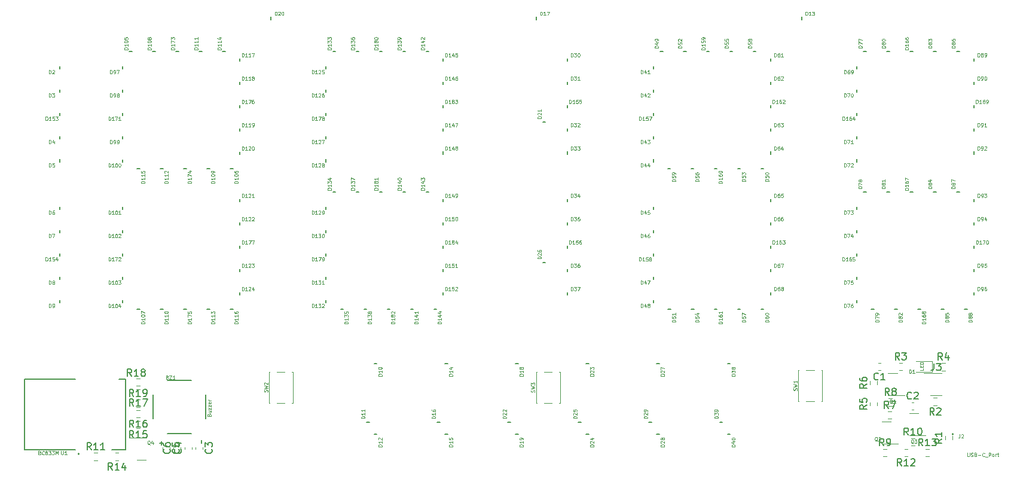
<source format=gbr>
%TF.GenerationSoftware,KiCad,Pcbnew,8.0.7*%
%TF.CreationDate,2024-12-16T01:20:26-05:00*%
%TF.ProjectId,Scoreboard,53636f72-6562-46f6-9172-642e6b696361,rev?*%
%TF.SameCoordinates,Original*%
%TF.FileFunction,Legend,Top*%
%TF.FilePolarity,Positive*%
%FSLAX46Y46*%
G04 Gerber Fmt 4.6, Leading zero omitted, Abs format (unit mm)*
G04 Created by KiCad (PCBNEW 8.0.7) date 2024-12-16 01:20:26*
%MOMM*%
%LPD*%
G01*
G04 APERTURE LIST*
%ADD10C,0.075000*%
%ADD11C,0.150000*%
%ADD12C,0.120000*%
%ADD13C,0.200000*%
%ADD14C,0.127000*%
G04 APERTURE END LIST*
D10*
X116094762Y-104327409D02*
X116094762Y-103827409D01*
X116094762Y-103827409D02*
X116213810Y-103827409D01*
X116213810Y-103827409D02*
X116285238Y-103851219D01*
X116285238Y-103851219D02*
X116332857Y-103898838D01*
X116332857Y-103898838D02*
X116356667Y-103946457D01*
X116356667Y-103946457D02*
X116380476Y-104041695D01*
X116380476Y-104041695D02*
X116380476Y-104113123D01*
X116380476Y-104113123D02*
X116356667Y-104208361D01*
X116356667Y-104208361D02*
X116332857Y-104255980D01*
X116332857Y-104255980D02*
X116285238Y-104303600D01*
X116285238Y-104303600D02*
X116213810Y-104327409D01*
X116213810Y-104327409D02*
X116094762Y-104327409D01*
X116856667Y-104327409D02*
X116570953Y-104327409D01*
X116713810Y-104327409D02*
X116713810Y-103827409D01*
X116713810Y-103827409D02*
X116666191Y-103898838D01*
X116666191Y-103898838D02*
X116618572Y-103946457D01*
X116618572Y-103946457D02*
X116570953Y-103970266D01*
X117332857Y-104327409D02*
X117047143Y-104327409D01*
X117190000Y-104327409D02*
X117190000Y-103827409D01*
X117190000Y-103827409D02*
X117142381Y-103898838D01*
X117142381Y-103898838D02*
X117094762Y-103946457D01*
X117094762Y-103946457D02*
X117047143Y-103970266D01*
X117499523Y-103827409D02*
X117832856Y-103827409D01*
X117832856Y-103827409D02*
X117618571Y-104327409D01*
X172359762Y-113322409D02*
X172359762Y-112822409D01*
X172359762Y-112822409D02*
X172478810Y-112822409D01*
X172478810Y-112822409D02*
X172550238Y-112846219D01*
X172550238Y-112846219D02*
X172597857Y-112893838D01*
X172597857Y-112893838D02*
X172621667Y-112941457D01*
X172621667Y-112941457D02*
X172645476Y-113036695D01*
X172645476Y-113036695D02*
X172645476Y-113108123D01*
X172645476Y-113108123D02*
X172621667Y-113203361D01*
X172621667Y-113203361D02*
X172597857Y-113250980D01*
X172597857Y-113250980D02*
X172550238Y-113298600D01*
X172550238Y-113298600D02*
X172478810Y-113322409D01*
X172478810Y-113322409D02*
X172359762Y-113322409D01*
X173121667Y-113322409D02*
X172835953Y-113322409D01*
X172978810Y-113322409D02*
X172978810Y-112822409D01*
X172978810Y-112822409D02*
X172931191Y-112893838D01*
X172931191Y-112893838D02*
X172883572Y-112941457D01*
X172883572Y-112941457D02*
X172835953Y-112965266D01*
X173574047Y-112822409D02*
X173335952Y-112822409D01*
X173335952Y-112822409D02*
X173312143Y-113060504D01*
X173312143Y-113060504D02*
X173335952Y-113036695D01*
X173335952Y-113036695D02*
X173383571Y-113012885D01*
X173383571Y-113012885D02*
X173502619Y-113012885D01*
X173502619Y-113012885D02*
X173550238Y-113036695D01*
X173550238Y-113036695D02*
X173574047Y-113060504D01*
X173574047Y-113060504D02*
X173597857Y-113108123D01*
X173597857Y-113108123D02*
X173597857Y-113227171D01*
X173597857Y-113227171D02*
X173574047Y-113274790D01*
X173574047Y-113274790D02*
X173550238Y-113298600D01*
X173550238Y-113298600D02*
X173502619Y-113322409D01*
X173502619Y-113322409D02*
X173383571Y-113322409D01*
X173383571Y-113322409D02*
X173335952Y-113298600D01*
X173335952Y-113298600D02*
X173312143Y-113274790D01*
X173764523Y-112822409D02*
X174097856Y-112822409D01*
X174097856Y-112822409D02*
X173883571Y-113322409D01*
X220287857Y-104322409D02*
X220287857Y-103822409D01*
X220287857Y-103822409D02*
X220406905Y-103822409D01*
X220406905Y-103822409D02*
X220478333Y-103846219D01*
X220478333Y-103846219D02*
X220525952Y-103893838D01*
X220525952Y-103893838D02*
X220549762Y-103941457D01*
X220549762Y-103941457D02*
X220573571Y-104036695D01*
X220573571Y-104036695D02*
X220573571Y-104108123D01*
X220573571Y-104108123D02*
X220549762Y-104203361D01*
X220549762Y-104203361D02*
X220525952Y-104250980D01*
X220525952Y-104250980D02*
X220478333Y-104298600D01*
X220478333Y-104298600D02*
X220406905Y-104322409D01*
X220406905Y-104322409D02*
X220287857Y-104322409D01*
X220859286Y-104036695D02*
X220811667Y-104012885D01*
X220811667Y-104012885D02*
X220787857Y-103989076D01*
X220787857Y-103989076D02*
X220764048Y-103941457D01*
X220764048Y-103941457D02*
X220764048Y-103917647D01*
X220764048Y-103917647D02*
X220787857Y-103870028D01*
X220787857Y-103870028D02*
X220811667Y-103846219D01*
X220811667Y-103846219D02*
X220859286Y-103822409D01*
X220859286Y-103822409D02*
X220954524Y-103822409D01*
X220954524Y-103822409D02*
X221002143Y-103846219D01*
X221002143Y-103846219D02*
X221025952Y-103870028D01*
X221025952Y-103870028D02*
X221049762Y-103917647D01*
X221049762Y-103917647D02*
X221049762Y-103941457D01*
X221049762Y-103941457D02*
X221025952Y-103989076D01*
X221025952Y-103989076D02*
X221002143Y-104012885D01*
X221002143Y-104012885D02*
X220954524Y-104036695D01*
X220954524Y-104036695D02*
X220859286Y-104036695D01*
X220859286Y-104036695D02*
X220811667Y-104060504D01*
X220811667Y-104060504D02*
X220787857Y-104084314D01*
X220787857Y-104084314D02*
X220764048Y-104131933D01*
X220764048Y-104131933D02*
X220764048Y-104227171D01*
X220764048Y-104227171D02*
X220787857Y-104274790D01*
X220787857Y-104274790D02*
X220811667Y-104298600D01*
X220811667Y-104298600D02*
X220859286Y-104322409D01*
X220859286Y-104322409D02*
X220954524Y-104322409D01*
X220954524Y-104322409D02*
X221002143Y-104298600D01*
X221002143Y-104298600D02*
X221025952Y-104274790D01*
X221025952Y-104274790D02*
X221049762Y-104227171D01*
X221049762Y-104227171D02*
X221049762Y-104131933D01*
X221049762Y-104131933D02*
X221025952Y-104084314D01*
X221025952Y-104084314D02*
X221002143Y-104060504D01*
X221002143Y-104060504D02*
X220954524Y-104036695D01*
X221287857Y-104322409D02*
X221383095Y-104322409D01*
X221383095Y-104322409D02*
X221430714Y-104298600D01*
X221430714Y-104298600D02*
X221454523Y-104274790D01*
X221454523Y-104274790D02*
X221502142Y-104203361D01*
X221502142Y-104203361D02*
X221525952Y-104108123D01*
X221525952Y-104108123D02*
X221525952Y-103917647D01*
X221525952Y-103917647D02*
X221502142Y-103870028D01*
X221502142Y-103870028D02*
X221478333Y-103846219D01*
X221478333Y-103846219D02*
X221430714Y-103822409D01*
X221430714Y-103822409D02*
X221335476Y-103822409D01*
X221335476Y-103822409D02*
X221287857Y-103846219D01*
X221287857Y-103846219D02*
X221264047Y-103870028D01*
X221264047Y-103870028D02*
X221240238Y-103917647D01*
X221240238Y-103917647D02*
X221240238Y-104036695D01*
X221240238Y-104036695D02*
X221264047Y-104084314D01*
X221264047Y-104084314D02*
X221287857Y-104108123D01*
X221287857Y-104108123D02*
X221335476Y-104131933D01*
X221335476Y-104131933D02*
X221430714Y-104131933D01*
X221430714Y-104131933D02*
X221478333Y-104108123D01*
X221478333Y-104108123D02*
X221502142Y-104084314D01*
X221502142Y-104084314D02*
X221525952Y-104036695D01*
X116094762Y-114227409D02*
X116094762Y-113727409D01*
X116094762Y-113727409D02*
X116213810Y-113727409D01*
X116213810Y-113727409D02*
X116285238Y-113751219D01*
X116285238Y-113751219D02*
X116332857Y-113798838D01*
X116332857Y-113798838D02*
X116356667Y-113846457D01*
X116356667Y-113846457D02*
X116380476Y-113941695D01*
X116380476Y-113941695D02*
X116380476Y-114013123D01*
X116380476Y-114013123D02*
X116356667Y-114108361D01*
X116356667Y-114108361D02*
X116332857Y-114155980D01*
X116332857Y-114155980D02*
X116285238Y-114203600D01*
X116285238Y-114203600D02*
X116213810Y-114227409D01*
X116213810Y-114227409D02*
X116094762Y-114227409D01*
X116856667Y-114227409D02*
X116570953Y-114227409D01*
X116713810Y-114227409D02*
X116713810Y-113727409D01*
X116713810Y-113727409D02*
X116666191Y-113798838D01*
X116666191Y-113798838D02*
X116618572Y-113846457D01*
X116618572Y-113846457D02*
X116570953Y-113870266D01*
X117332857Y-114227409D02*
X117047143Y-114227409D01*
X117190000Y-114227409D02*
X117190000Y-113727409D01*
X117190000Y-113727409D02*
X117142381Y-113798838D01*
X117142381Y-113798838D02*
X117094762Y-113846457D01*
X117094762Y-113846457D02*
X117047143Y-113870266D01*
X117570952Y-114227409D02*
X117666190Y-114227409D01*
X117666190Y-114227409D02*
X117713809Y-114203600D01*
X117713809Y-114203600D02*
X117737618Y-114179790D01*
X117737618Y-114179790D02*
X117785237Y-114108361D01*
X117785237Y-114108361D02*
X117809047Y-114013123D01*
X117809047Y-114013123D02*
X117809047Y-113822647D01*
X117809047Y-113822647D02*
X117785237Y-113775028D01*
X117785237Y-113775028D02*
X117761428Y-113751219D01*
X117761428Y-113751219D02*
X117713809Y-113727409D01*
X117713809Y-113727409D02*
X117618571Y-113727409D01*
X117618571Y-113727409D02*
X117570952Y-113751219D01*
X117570952Y-113751219D02*
X117547142Y-113775028D01*
X117547142Y-113775028D02*
X117523333Y-113822647D01*
X117523333Y-113822647D02*
X117523333Y-113941695D01*
X117523333Y-113941695D02*
X117547142Y-113989314D01*
X117547142Y-113989314D02*
X117570952Y-114013123D01*
X117570952Y-114013123D02*
X117618571Y-114036933D01*
X117618571Y-114036933D02*
X117713809Y-114036933D01*
X117713809Y-114036933D02*
X117761428Y-114013123D01*
X117761428Y-114013123D02*
X117785237Y-113989314D01*
X117785237Y-113989314D02*
X117809047Y-113941695D01*
X138627409Y-103295237D02*
X138127409Y-103295237D01*
X138127409Y-103295237D02*
X138127409Y-103176189D01*
X138127409Y-103176189D02*
X138151219Y-103104761D01*
X138151219Y-103104761D02*
X138198838Y-103057142D01*
X138198838Y-103057142D02*
X138246457Y-103033332D01*
X138246457Y-103033332D02*
X138341695Y-103009523D01*
X138341695Y-103009523D02*
X138413123Y-103009523D01*
X138413123Y-103009523D02*
X138508361Y-103033332D01*
X138508361Y-103033332D02*
X138555980Y-103057142D01*
X138555980Y-103057142D02*
X138603600Y-103104761D01*
X138603600Y-103104761D02*
X138627409Y-103176189D01*
X138627409Y-103176189D02*
X138627409Y-103295237D01*
X138627409Y-102533332D02*
X138627409Y-102819046D01*
X138627409Y-102676189D02*
X138127409Y-102676189D01*
X138127409Y-102676189D02*
X138198838Y-102723808D01*
X138198838Y-102723808D02*
X138246457Y-102771427D01*
X138246457Y-102771427D02*
X138270266Y-102819046D01*
X138127409Y-102366666D02*
X138127409Y-102057142D01*
X138127409Y-102057142D02*
X138317885Y-102223809D01*
X138317885Y-102223809D02*
X138317885Y-102152380D01*
X138317885Y-102152380D02*
X138341695Y-102104761D01*
X138341695Y-102104761D02*
X138365504Y-102080952D01*
X138365504Y-102080952D02*
X138413123Y-102057142D01*
X138413123Y-102057142D02*
X138532171Y-102057142D01*
X138532171Y-102057142D02*
X138579790Y-102080952D01*
X138579790Y-102080952D02*
X138603600Y-102104761D01*
X138603600Y-102104761D02*
X138627409Y-102152380D01*
X138627409Y-102152380D02*
X138627409Y-102295237D01*
X138627409Y-102295237D02*
X138603600Y-102342856D01*
X138603600Y-102342856D02*
X138579790Y-102366666D01*
X138627409Y-101819047D02*
X138627409Y-101723809D01*
X138627409Y-101723809D02*
X138603600Y-101676190D01*
X138603600Y-101676190D02*
X138579790Y-101652381D01*
X138579790Y-101652381D02*
X138508361Y-101604762D01*
X138508361Y-101604762D02*
X138413123Y-101580952D01*
X138413123Y-101580952D02*
X138222647Y-101580952D01*
X138222647Y-101580952D02*
X138175028Y-101604762D01*
X138175028Y-101604762D02*
X138151219Y-101628571D01*
X138151219Y-101628571D02*
X138127409Y-101676190D01*
X138127409Y-101676190D02*
X138127409Y-101771428D01*
X138127409Y-101771428D02*
X138151219Y-101819047D01*
X138151219Y-101819047D02*
X138175028Y-101842857D01*
X138175028Y-101842857D02*
X138222647Y-101866666D01*
X138222647Y-101866666D02*
X138341695Y-101866666D01*
X138341695Y-101866666D02*
X138389314Y-101842857D01*
X138389314Y-101842857D02*
X138413123Y-101819047D01*
X138413123Y-101819047D02*
X138436933Y-101771428D01*
X138436933Y-101771428D02*
X138436933Y-101676190D01*
X138436933Y-101676190D02*
X138413123Y-101628571D01*
X138413123Y-101628571D02*
X138389314Y-101604762D01*
X138389314Y-101604762D02*
X138341695Y-101580952D01*
D11*
X210457142Y-157874819D02*
X210123809Y-157398628D01*
X209885714Y-157874819D02*
X209885714Y-156874819D01*
X209885714Y-156874819D02*
X210266666Y-156874819D01*
X210266666Y-156874819D02*
X210361904Y-156922438D01*
X210361904Y-156922438D02*
X210409523Y-156970057D01*
X210409523Y-156970057D02*
X210457142Y-157065295D01*
X210457142Y-157065295D02*
X210457142Y-157208152D01*
X210457142Y-157208152D02*
X210409523Y-157303390D01*
X210409523Y-157303390D02*
X210361904Y-157351009D01*
X210361904Y-157351009D02*
X210266666Y-157398628D01*
X210266666Y-157398628D02*
X209885714Y-157398628D01*
X211409523Y-157874819D02*
X210838095Y-157874819D01*
X211123809Y-157874819D02*
X211123809Y-156874819D01*
X211123809Y-156874819D02*
X211028571Y-157017676D01*
X211028571Y-157017676D02*
X210933333Y-157112914D01*
X210933333Y-157112914D02*
X210838095Y-157160533D01*
X212028571Y-156874819D02*
X212123809Y-156874819D01*
X212123809Y-156874819D02*
X212219047Y-156922438D01*
X212219047Y-156922438D02*
X212266666Y-156970057D01*
X212266666Y-156970057D02*
X212314285Y-157065295D01*
X212314285Y-157065295D02*
X212361904Y-157255771D01*
X212361904Y-157255771D02*
X212361904Y-157493866D01*
X212361904Y-157493866D02*
X212314285Y-157684342D01*
X212314285Y-157684342D02*
X212266666Y-157779580D01*
X212266666Y-157779580D02*
X212219047Y-157827200D01*
X212219047Y-157827200D02*
X212123809Y-157874819D01*
X212123809Y-157874819D02*
X212028571Y-157874819D01*
X212028571Y-157874819D02*
X211933333Y-157827200D01*
X211933333Y-157827200D02*
X211885714Y-157779580D01*
X211885714Y-157779580D02*
X211838095Y-157684342D01*
X211838095Y-157684342D02*
X211790476Y-157493866D01*
X211790476Y-157493866D02*
X211790476Y-157255771D01*
X211790476Y-157255771D02*
X211838095Y-157065295D01*
X211838095Y-157065295D02*
X211885714Y-156970057D01*
X211885714Y-156970057D02*
X211933333Y-156922438D01*
X211933333Y-156922438D02*
X212028571Y-156874819D01*
X214108333Y-155034819D02*
X213775000Y-154558628D01*
X213536905Y-155034819D02*
X213536905Y-154034819D01*
X213536905Y-154034819D02*
X213917857Y-154034819D01*
X213917857Y-154034819D02*
X214013095Y-154082438D01*
X214013095Y-154082438D02*
X214060714Y-154130057D01*
X214060714Y-154130057D02*
X214108333Y-154225295D01*
X214108333Y-154225295D02*
X214108333Y-154368152D01*
X214108333Y-154368152D02*
X214060714Y-154463390D01*
X214060714Y-154463390D02*
X214013095Y-154511009D01*
X214013095Y-154511009D02*
X213917857Y-154558628D01*
X213917857Y-154558628D02*
X213536905Y-154558628D01*
X214489286Y-154130057D02*
X214536905Y-154082438D01*
X214536905Y-154082438D02*
X214632143Y-154034819D01*
X214632143Y-154034819D02*
X214870238Y-154034819D01*
X214870238Y-154034819D02*
X214965476Y-154082438D01*
X214965476Y-154082438D02*
X215013095Y-154130057D01*
X215013095Y-154130057D02*
X215060714Y-154225295D01*
X215060714Y-154225295D02*
X215060714Y-154320533D01*
X215060714Y-154320533D02*
X215013095Y-154463390D01*
X215013095Y-154463390D02*
X214441667Y-155034819D01*
X214441667Y-155034819D02*
X215060714Y-155034819D01*
D10*
X88785952Y-126622409D02*
X88785952Y-126122409D01*
X88785952Y-126122409D02*
X88905000Y-126122409D01*
X88905000Y-126122409D02*
X88976428Y-126146219D01*
X88976428Y-126146219D02*
X89024047Y-126193838D01*
X89024047Y-126193838D02*
X89047857Y-126241457D01*
X89047857Y-126241457D02*
X89071666Y-126336695D01*
X89071666Y-126336695D02*
X89071666Y-126408123D01*
X89071666Y-126408123D02*
X89047857Y-126503361D01*
X89047857Y-126503361D02*
X89024047Y-126550980D01*
X89024047Y-126550980D02*
X88976428Y-126598600D01*
X88976428Y-126598600D02*
X88905000Y-126622409D01*
X88905000Y-126622409D02*
X88785952Y-126622409D01*
X89500238Y-126122409D02*
X89405000Y-126122409D01*
X89405000Y-126122409D02*
X89357381Y-126146219D01*
X89357381Y-126146219D02*
X89333571Y-126170028D01*
X89333571Y-126170028D02*
X89285952Y-126241457D01*
X89285952Y-126241457D02*
X89262143Y-126336695D01*
X89262143Y-126336695D02*
X89262143Y-126527171D01*
X89262143Y-126527171D02*
X89285952Y-126574790D01*
X89285952Y-126574790D02*
X89309762Y-126598600D01*
X89309762Y-126598600D02*
X89357381Y-126622409D01*
X89357381Y-126622409D02*
X89452619Y-126622409D01*
X89452619Y-126622409D02*
X89500238Y-126598600D01*
X89500238Y-126598600D02*
X89524047Y-126574790D01*
X89524047Y-126574790D02*
X89547857Y-126527171D01*
X89547857Y-126527171D02*
X89547857Y-126408123D01*
X89547857Y-126408123D02*
X89524047Y-126360504D01*
X89524047Y-126360504D02*
X89500238Y-126336695D01*
X89500238Y-126336695D02*
X89452619Y-126312885D01*
X89452619Y-126312885D02*
X89357381Y-126312885D01*
X89357381Y-126312885D02*
X89309762Y-126336695D01*
X89309762Y-126336695D02*
X89285952Y-126360504D01*
X89285952Y-126360504D02*
X89262143Y-126408123D01*
X172597857Y-116622409D02*
X172597857Y-116122409D01*
X172597857Y-116122409D02*
X172716905Y-116122409D01*
X172716905Y-116122409D02*
X172788333Y-116146219D01*
X172788333Y-116146219D02*
X172835952Y-116193838D01*
X172835952Y-116193838D02*
X172859762Y-116241457D01*
X172859762Y-116241457D02*
X172883571Y-116336695D01*
X172883571Y-116336695D02*
X172883571Y-116408123D01*
X172883571Y-116408123D02*
X172859762Y-116503361D01*
X172859762Y-116503361D02*
X172835952Y-116550980D01*
X172835952Y-116550980D02*
X172788333Y-116598600D01*
X172788333Y-116598600D02*
X172716905Y-116622409D01*
X172716905Y-116622409D02*
X172597857Y-116622409D01*
X173312143Y-116289076D02*
X173312143Y-116622409D01*
X173193095Y-116098600D02*
X173074048Y-116455742D01*
X173074048Y-116455742D02*
X173383571Y-116455742D01*
X173526428Y-116122409D02*
X173835952Y-116122409D01*
X173835952Y-116122409D02*
X173669285Y-116312885D01*
X173669285Y-116312885D02*
X173740714Y-116312885D01*
X173740714Y-116312885D02*
X173788333Y-116336695D01*
X173788333Y-116336695D02*
X173812142Y-116360504D01*
X173812142Y-116360504D02*
X173835952Y-116408123D01*
X173835952Y-116408123D02*
X173835952Y-116527171D01*
X173835952Y-116527171D02*
X173812142Y-116574790D01*
X173812142Y-116574790D02*
X173788333Y-116598600D01*
X173788333Y-116598600D02*
X173740714Y-116622409D01*
X173740714Y-116622409D02*
X173597857Y-116622409D01*
X173597857Y-116622409D02*
X173550238Y-116598600D01*
X173550238Y-116598600D02*
X173526428Y-116574790D01*
X201397857Y-106722409D02*
X201397857Y-106222409D01*
X201397857Y-106222409D02*
X201516905Y-106222409D01*
X201516905Y-106222409D02*
X201588333Y-106246219D01*
X201588333Y-106246219D02*
X201635952Y-106293838D01*
X201635952Y-106293838D02*
X201659762Y-106341457D01*
X201659762Y-106341457D02*
X201683571Y-106436695D01*
X201683571Y-106436695D02*
X201683571Y-106508123D01*
X201683571Y-106508123D02*
X201659762Y-106603361D01*
X201659762Y-106603361D02*
X201635952Y-106650980D01*
X201635952Y-106650980D02*
X201588333Y-106698600D01*
X201588333Y-106698600D02*
X201516905Y-106722409D01*
X201516905Y-106722409D02*
X201397857Y-106722409D01*
X202112143Y-106222409D02*
X202016905Y-106222409D01*
X202016905Y-106222409D02*
X201969286Y-106246219D01*
X201969286Y-106246219D02*
X201945476Y-106270028D01*
X201945476Y-106270028D02*
X201897857Y-106341457D01*
X201897857Y-106341457D02*
X201874048Y-106436695D01*
X201874048Y-106436695D02*
X201874048Y-106627171D01*
X201874048Y-106627171D02*
X201897857Y-106674790D01*
X201897857Y-106674790D02*
X201921667Y-106698600D01*
X201921667Y-106698600D02*
X201969286Y-106722409D01*
X201969286Y-106722409D02*
X202064524Y-106722409D01*
X202064524Y-106722409D02*
X202112143Y-106698600D01*
X202112143Y-106698600D02*
X202135952Y-106674790D01*
X202135952Y-106674790D02*
X202159762Y-106627171D01*
X202159762Y-106627171D02*
X202159762Y-106508123D01*
X202159762Y-106508123D02*
X202135952Y-106460504D01*
X202135952Y-106460504D02*
X202112143Y-106436695D01*
X202112143Y-106436695D02*
X202064524Y-106412885D01*
X202064524Y-106412885D02*
X201969286Y-106412885D01*
X201969286Y-106412885D02*
X201921667Y-106436695D01*
X201921667Y-106436695D02*
X201897857Y-106460504D01*
X201897857Y-106460504D02*
X201874048Y-106508123D01*
X202397857Y-106722409D02*
X202493095Y-106722409D01*
X202493095Y-106722409D02*
X202540714Y-106698600D01*
X202540714Y-106698600D02*
X202564523Y-106674790D01*
X202564523Y-106674790D02*
X202612142Y-106603361D01*
X202612142Y-106603361D02*
X202635952Y-106508123D01*
X202635952Y-106508123D02*
X202635952Y-106317647D01*
X202635952Y-106317647D02*
X202612142Y-106270028D01*
X202612142Y-106270028D02*
X202588333Y-106246219D01*
X202588333Y-106246219D02*
X202540714Y-106222409D01*
X202540714Y-106222409D02*
X202445476Y-106222409D01*
X202445476Y-106222409D02*
X202397857Y-106246219D01*
X202397857Y-106246219D02*
X202374047Y-106270028D01*
X202374047Y-106270028D02*
X202350238Y-106317647D01*
X202350238Y-106317647D02*
X202350238Y-106436695D01*
X202350238Y-106436695D02*
X202374047Y-106484314D01*
X202374047Y-106484314D02*
X202397857Y-106508123D01*
X202397857Y-106508123D02*
X202445476Y-106531933D01*
X202445476Y-106531933D02*
X202540714Y-106531933D01*
X202540714Y-106531933D02*
X202588333Y-106508123D01*
X202588333Y-106508123D02*
X202612142Y-106484314D01*
X202612142Y-106484314D02*
X202635952Y-106436695D01*
X165907409Y-159507142D02*
X165407409Y-159507142D01*
X165407409Y-159507142D02*
X165407409Y-159388094D01*
X165407409Y-159388094D02*
X165431219Y-159316666D01*
X165431219Y-159316666D02*
X165478838Y-159269047D01*
X165478838Y-159269047D02*
X165526457Y-159245237D01*
X165526457Y-159245237D02*
X165621695Y-159221428D01*
X165621695Y-159221428D02*
X165693123Y-159221428D01*
X165693123Y-159221428D02*
X165788361Y-159245237D01*
X165788361Y-159245237D02*
X165835980Y-159269047D01*
X165835980Y-159269047D02*
X165883600Y-159316666D01*
X165883600Y-159316666D02*
X165907409Y-159388094D01*
X165907409Y-159388094D02*
X165907409Y-159507142D01*
X165455028Y-159030951D02*
X165431219Y-159007142D01*
X165431219Y-159007142D02*
X165407409Y-158959523D01*
X165407409Y-158959523D02*
X165407409Y-158840475D01*
X165407409Y-158840475D02*
X165431219Y-158792856D01*
X165431219Y-158792856D02*
X165455028Y-158769047D01*
X165455028Y-158769047D02*
X165502647Y-158745237D01*
X165502647Y-158745237D02*
X165550266Y-158745237D01*
X165550266Y-158745237D02*
X165621695Y-158769047D01*
X165621695Y-158769047D02*
X165907409Y-159054761D01*
X165907409Y-159054761D02*
X165907409Y-158745237D01*
X165574076Y-158316666D02*
X165907409Y-158316666D01*
X165383600Y-158435714D02*
X165740742Y-158554761D01*
X165740742Y-158554761D02*
X165740742Y-158245238D01*
X88785952Y-116622409D02*
X88785952Y-116122409D01*
X88785952Y-116122409D02*
X88905000Y-116122409D01*
X88905000Y-116122409D02*
X88976428Y-116146219D01*
X88976428Y-116146219D02*
X89024047Y-116193838D01*
X89024047Y-116193838D02*
X89047857Y-116241457D01*
X89047857Y-116241457D02*
X89071666Y-116336695D01*
X89071666Y-116336695D02*
X89071666Y-116408123D01*
X89071666Y-116408123D02*
X89047857Y-116503361D01*
X89047857Y-116503361D02*
X89024047Y-116550980D01*
X89024047Y-116550980D02*
X88976428Y-116598600D01*
X88976428Y-116598600D02*
X88905000Y-116622409D01*
X88905000Y-116622409D02*
X88785952Y-116622409D01*
X89500238Y-116289076D02*
X89500238Y-116622409D01*
X89381190Y-116098600D02*
X89262143Y-116455742D01*
X89262143Y-116455742D02*
X89571666Y-116455742D01*
X144899762Y-134122409D02*
X144899762Y-133622409D01*
X144899762Y-133622409D02*
X145018810Y-133622409D01*
X145018810Y-133622409D02*
X145090238Y-133646219D01*
X145090238Y-133646219D02*
X145137857Y-133693838D01*
X145137857Y-133693838D02*
X145161667Y-133741457D01*
X145161667Y-133741457D02*
X145185476Y-133836695D01*
X145185476Y-133836695D02*
X145185476Y-133908123D01*
X145185476Y-133908123D02*
X145161667Y-134003361D01*
X145161667Y-134003361D02*
X145137857Y-134050980D01*
X145137857Y-134050980D02*
X145090238Y-134098600D01*
X145090238Y-134098600D02*
X145018810Y-134122409D01*
X145018810Y-134122409D02*
X144899762Y-134122409D01*
X145661667Y-134122409D02*
X145375953Y-134122409D01*
X145518810Y-134122409D02*
X145518810Y-133622409D01*
X145518810Y-133622409D02*
X145471191Y-133693838D01*
X145471191Y-133693838D02*
X145423572Y-133741457D01*
X145423572Y-133741457D02*
X145375953Y-133765266D01*
X146114047Y-133622409D02*
X145875952Y-133622409D01*
X145875952Y-133622409D02*
X145852143Y-133860504D01*
X145852143Y-133860504D02*
X145875952Y-133836695D01*
X145875952Y-133836695D02*
X145923571Y-133812885D01*
X145923571Y-133812885D02*
X146042619Y-133812885D01*
X146042619Y-133812885D02*
X146090238Y-133836695D01*
X146090238Y-133836695D02*
X146114047Y-133860504D01*
X146114047Y-133860504D02*
X146137857Y-133908123D01*
X146137857Y-133908123D02*
X146137857Y-134027171D01*
X146137857Y-134027171D02*
X146114047Y-134074790D01*
X146114047Y-134074790D02*
X146090238Y-134098600D01*
X146090238Y-134098600D02*
X146042619Y-134122409D01*
X146042619Y-134122409D02*
X145923571Y-134122409D01*
X145923571Y-134122409D02*
X145875952Y-134098600D01*
X145875952Y-134098600D02*
X145852143Y-134074790D01*
X146614047Y-134122409D02*
X146328333Y-134122409D01*
X146471190Y-134122409D02*
X146471190Y-133622409D01*
X146471190Y-133622409D02*
X146423571Y-133693838D01*
X146423571Y-133693838D02*
X146375952Y-133741457D01*
X146375952Y-133741457D02*
X146328333Y-133765266D01*
X206282409Y-141852142D02*
X205782409Y-141852142D01*
X205782409Y-141852142D02*
X205782409Y-141733094D01*
X205782409Y-141733094D02*
X205806219Y-141661666D01*
X205806219Y-141661666D02*
X205853838Y-141614047D01*
X205853838Y-141614047D02*
X205901457Y-141590237D01*
X205901457Y-141590237D02*
X205996695Y-141566428D01*
X205996695Y-141566428D02*
X206068123Y-141566428D01*
X206068123Y-141566428D02*
X206163361Y-141590237D01*
X206163361Y-141590237D02*
X206210980Y-141614047D01*
X206210980Y-141614047D02*
X206258600Y-141661666D01*
X206258600Y-141661666D02*
X206282409Y-141733094D01*
X206282409Y-141733094D02*
X206282409Y-141852142D01*
X205782409Y-141399761D02*
X205782409Y-141066428D01*
X205782409Y-141066428D02*
X206282409Y-141280713D01*
X206282409Y-140852142D02*
X206282409Y-140756904D01*
X206282409Y-140756904D02*
X206258600Y-140709285D01*
X206258600Y-140709285D02*
X206234790Y-140685476D01*
X206234790Y-140685476D02*
X206163361Y-140637857D01*
X206163361Y-140637857D02*
X206068123Y-140614047D01*
X206068123Y-140614047D02*
X205877647Y-140614047D01*
X205877647Y-140614047D02*
X205830028Y-140637857D01*
X205830028Y-140637857D02*
X205806219Y-140661666D01*
X205806219Y-140661666D02*
X205782409Y-140709285D01*
X205782409Y-140709285D02*
X205782409Y-140804523D01*
X205782409Y-140804523D02*
X205806219Y-140852142D01*
X205806219Y-140852142D02*
X205830028Y-140875952D01*
X205830028Y-140875952D02*
X205877647Y-140899761D01*
X205877647Y-140899761D02*
X205996695Y-140899761D01*
X205996695Y-140899761D02*
X206044314Y-140875952D01*
X206044314Y-140875952D02*
X206068123Y-140852142D01*
X206068123Y-140852142D02*
X206091933Y-140804523D01*
X206091933Y-140804523D02*
X206091933Y-140709285D01*
X206091933Y-140709285D02*
X206068123Y-140661666D01*
X206068123Y-140661666D02*
X206044314Y-140637857D01*
X206044314Y-140637857D02*
X205996695Y-140614047D01*
X115522409Y-122195237D02*
X115022409Y-122195237D01*
X115022409Y-122195237D02*
X115022409Y-122076189D01*
X115022409Y-122076189D02*
X115046219Y-122004761D01*
X115046219Y-122004761D02*
X115093838Y-121957142D01*
X115093838Y-121957142D02*
X115141457Y-121933332D01*
X115141457Y-121933332D02*
X115236695Y-121909523D01*
X115236695Y-121909523D02*
X115308123Y-121909523D01*
X115308123Y-121909523D02*
X115403361Y-121933332D01*
X115403361Y-121933332D02*
X115450980Y-121957142D01*
X115450980Y-121957142D02*
X115498600Y-122004761D01*
X115498600Y-122004761D02*
X115522409Y-122076189D01*
X115522409Y-122076189D02*
X115522409Y-122195237D01*
X115522409Y-121433332D02*
X115522409Y-121719046D01*
X115522409Y-121576189D02*
X115022409Y-121576189D01*
X115022409Y-121576189D02*
X115093838Y-121623808D01*
X115093838Y-121623808D02*
X115141457Y-121671427D01*
X115141457Y-121671427D02*
X115165266Y-121719046D01*
X115022409Y-121123809D02*
X115022409Y-121076190D01*
X115022409Y-121076190D02*
X115046219Y-121028571D01*
X115046219Y-121028571D02*
X115070028Y-121004761D01*
X115070028Y-121004761D02*
X115117647Y-120980952D01*
X115117647Y-120980952D02*
X115212885Y-120957142D01*
X115212885Y-120957142D02*
X115331933Y-120957142D01*
X115331933Y-120957142D02*
X115427171Y-120980952D01*
X115427171Y-120980952D02*
X115474790Y-121004761D01*
X115474790Y-121004761D02*
X115498600Y-121028571D01*
X115498600Y-121028571D02*
X115522409Y-121076190D01*
X115522409Y-121076190D02*
X115522409Y-121123809D01*
X115522409Y-121123809D02*
X115498600Y-121171428D01*
X115498600Y-121171428D02*
X115474790Y-121195237D01*
X115474790Y-121195237D02*
X115427171Y-121219047D01*
X115427171Y-121219047D02*
X115331933Y-121242856D01*
X115331933Y-121242856D02*
X115212885Y-121242856D01*
X115212885Y-121242856D02*
X115117647Y-121219047D01*
X115117647Y-121219047D02*
X115070028Y-121195237D01*
X115070028Y-121195237D02*
X115046219Y-121171428D01*
X115046219Y-121171428D02*
X115022409Y-121123809D01*
X115022409Y-120528571D02*
X115022409Y-120623809D01*
X115022409Y-120623809D02*
X115046219Y-120671428D01*
X115046219Y-120671428D02*
X115070028Y-120695238D01*
X115070028Y-120695238D02*
X115141457Y-120742857D01*
X115141457Y-120742857D02*
X115236695Y-120766666D01*
X115236695Y-120766666D02*
X115427171Y-120766666D01*
X115427171Y-120766666D02*
X115474790Y-120742857D01*
X115474790Y-120742857D02*
X115498600Y-120719047D01*
X115498600Y-120719047D02*
X115522409Y-120671428D01*
X115522409Y-120671428D02*
X115522409Y-120576190D01*
X115522409Y-120576190D02*
X115498600Y-120528571D01*
X115498600Y-120528571D02*
X115474790Y-120504762D01*
X115474790Y-120504762D02*
X115427171Y-120480952D01*
X115427171Y-120480952D02*
X115308123Y-120480952D01*
X115308123Y-120480952D02*
X115260504Y-120504762D01*
X115260504Y-120504762D02*
X115236695Y-120528571D01*
X115236695Y-120528571D02*
X115212885Y-120576190D01*
X115212885Y-120576190D02*
X115212885Y-120671428D01*
X115212885Y-120671428D02*
X115236695Y-120719047D01*
X115236695Y-120719047D02*
X115260504Y-120742857D01*
X115260504Y-120742857D02*
X115308123Y-120766666D01*
X162697857Y-117522409D02*
X162697857Y-117022409D01*
X162697857Y-117022409D02*
X162816905Y-117022409D01*
X162816905Y-117022409D02*
X162888333Y-117046219D01*
X162888333Y-117046219D02*
X162935952Y-117093838D01*
X162935952Y-117093838D02*
X162959762Y-117141457D01*
X162959762Y-117141457D02*
X162983571Y-117236695D01*
X162983571Y-117236695D02*
X162983571Y-117308123D01*
X162983571Y-117308123D02*
X162959762Y-117403361D01*
X162959762Y-117403361D02*
X162935952Y-117450980D01*
X162935952Y-117450980D02*
X162888333Y-117498600D01*
X162888333Y-117498600D02*
X162816905Y-117522409D01*
X162816905Y-117522409D02*
X162697857Y-117522409D01*
X163150238Y-117022409D02*
X163459762Y-117022409D01*
X163459762Y-117022409D02*
X163293095Y-117212885D01*
X163293095Y-117212885D02*
X163364524Y-117212885D01*
X163364524Y-117212885D02*
X163412143Y-117236695D01*
X163412143Y-117236695D02*
X163435952Y-117260504D01*
X163435952Y-117260504D02*
X163459762Y-117308123D01*
X163459762Y-117308123D02*
X163459762Y-117427171D01*
X163459762Y-117427171D02*
X163435952Y-117474790D01*
X163435952Y-117474790D02*
X163412143Y-117498600D01*
X163412143Y-117498600D02*
X163364524Y-117522409D01*
X163364524Y-117522409D02*
X163221667Y-117522409D01*
X163221667Y-117522409D02*
X163174048Y-117498600D01*
X163174048Y-117498600D02*
X163150238Y-117474790D01*
X163626428Y-117022409D02*
X163935952Y-117022409D01*
X163935952Y-117022409D02*
X163769285Y-117212885D01*
X163769285Y-117212885D02*
X163840714Y-117212885D01*
X163840714Y-117212885D02*
X163888333Y-117236695D01*
X163888333Y-117236695D02*
X163912142Y-117260504D01*
X163912142Y-117260504D02*
X163935952Y-117308123D01*
X163935952Y-117308123D02*
X163935952Y-117427171D01*
X163935952Y-117427171D02*
X163912142Y-117474790D01*
X163912142Y-117474790D02*
X163888333Y-117498600D01*
X163888333Y-117498600D02*
X163840714Y-117522409D01*
X163840714Y-117522409D02*
X163697857Y-117522409D01*
X163697857Y-117522409D02*
X163650238Y-117498600D01*
X163650238Y-117498600D02*
X163626428Y-117474790D01*
X113127409Y-103295237D02*
X112627409Y-103295237D01*
X112627409Y-103295237D02*
X112627409Y-103176189D01*
X112627409Y-103176189D02*
X112651219Y-103104761D01*
X112651219Y-103104761D02*
X112698838Y-103057142D01*
X112698838Y-103057142D02*
X112746457Y-103033332D01*
X112746457Y-103033332D02*
X112841695Y-103009523D01*
X112841695Y-103009523D02*
X112913123Y-103009523D01*
X112913123Y-103009523D02*
X113008361Y-103033332D01*
X113008361Y-103033332D02*
X113055980Y-103057142D01*
X113055980Y-103057142D02*
X113103600Y-103104761D01*
X113103600Y-103104761D02*
X113127409Y-103176189D01*
X113127409Y-103176189D02*
X113127409Y-103295237D01*
X113127409Y-102533332D02*
X113127409Y-102819046D01*
X113127409Y-102676189D02*
X112627409Y-102676189D01*
X112627409Y-102676189D02*
X112698838Y-102723808D01*
X112698838Y-102723808D02*
X112746457Y-102771427D01*
X112746457Y-102771427D02*
X112770266Y-102819046D01*
X113127409Y-102057142D02*
X113127409Y-102342856D01*
X113127409Y-102199999D02*
X112627409Y-102199999D01*
X112627409Y-102199999D02*
X112698838Y-102247618D01*
X112698838Y-102247618D02*
X112746457Y-102295237D01*
X112746457Y-102295237D02*
X112770266Y-102342856D01*
X112794076Y-101628571D02*
X113127409Y-101628571D01*
X112603600Y-101747619D02*
X112960742Y-101866666D01*
X112960742Y-101866666D02*
X112960742Y-101557143D01*
X135907409Y-159507142D02*
X135407409Y-159507142D01*
X135407409Y-159507142D02*
X135407409Y-159388094D01*
X135407409Y-159388094D02*
X135431219Y-159316666D01*
X135431219Y-159316666D02*
X135478838Y-159269047D01*
X135478838Y-159269047D02*
X135526457Y-159245237D01*
X135526457Y-159245237D02*
X135621695Y-159221428D01*
X135621695Y-159221428D02*
X135693123Y-159221428D01*
X135693123Y-159221428D02*
X135788361Y-159245237D01*
X135788361Y-159245237D02*
X135835980Y-159269047D01*
X135835980Y-159269047D02*
X135883600Y-159316666D01*
X135883600Y-159316666D02*
X135907409Y-159388094D01*
X135907409Y-159388094D02*
X135907409Y-159507142D01*
X135907409Y-158745237D02*
X135907409Y-159030951D01*
X135907409Y-158888094D02*
X135407409Y-158888094D01*
X135407409Y-158888094D02*
X135478838Y-158935713D01*
X135478838Y-158935713D02*
X135526457Y-158983332D01*
X135526457Y-158983332D02*
X135550266Y-159030951D01*
X135455028Y-158554761D02*
X135431219Y-158530952D01*
X135431219Y-158530952D02*
X135407409Y-158483333D01*
X135407409Y-158483333D02*
X135407409Y-158364285D01*
X135407409Y-158364285D02*
X135431219Y-158316666D01*
X135431219Y-158316666D02*
X135455028Y-158292857D01*
X135455028Y-158292857D02*
X135502647Y-158269047D01*
X135502647Y-158269047D02*
X135550266Y-158269047D01*
X135550266Y-158269047D02*
X135621695Y-158292857D01*
X135621695Y-158292857D02*
X135907409Y-158578571D01*
X135907409Y-158578571D02*
X135907409Y-158269047D01*
X144899762Y-137422409D02*
X144899762Y-136922409D01*
X144899762Y-136922409D02*
X145018810Y-136922409D01*
X145018810Y-136922409D02*
X145090238Y-136946219D01*
X145090238Y-136946219D02*
X145137857Y-136993838D01*
X145137857Y-136993838D02*
X145161667Y-137041457D01*
X145161667Y-137041457D02*
X145185476Y-137136695D01*
X145185476Y-137136695D02*
X145185476Y-137208123D01*
X145185476Y-137208123D02*
X145161667Y-137303361D01*
X145161667Y-137303361D02*
X145137857Y-137350980D01*
X145137857Y-137350980D02*
X145090238Y-137398600D01*
X145090238Y-137398600D02*
X145018810Y-137422409D01*
X145018810Y-137422409D02*
X144899762Y-137422409D01*
X145661667Y-137422409D02*
X145375953Y-137422409D01*
X145518810Y-137422409D02*
X145518810Y-136922409D01*
X145518810Y-136922409D02*
X145471191Y-136993838D01*
X145471191Y-136993838D02*
X145423572Y-137041457D01*
X145423572Y-137041457D02*
X145375953Y-137065266D01*
X146114047Y-136922409D02*
X145875952Y-136922409D01*
X145875952Y-136922409D02*
X145852143Y-137160504D01*
X145852143Y-137160504D02*
X145875952Y-137136695D01*
X145875952Y-137136695D02*
X145923571Y-137112885D01*
X145923571Y-137112885D02*
X146042619Y-137112885D01*
X146042619Y-137112885D02*
X146090238Y-137136695D01*
X146090238Y-137136695D02*
X146114047Y-137160504D01*
X146114047Y-137160504D02*
X146137857Y-137208123D01*
X146137857Y-137208123D02*
X146137857Y-137327171D01*
X146137857Y-137327171D02*
X146114047Y-137374790D01*
X146114047Y-137374790D02*
X146090238Y-137398600D01*
X146090238Y-137398600D02*
X146042619Y-137422409D01*
X146042619Y-137422409D02*
X145923571Y-137422409D01*
X145923571Y-137422409D02*
X145875952Y-137398600D01*
X145875952Y-137398600D02*
X145852143Y-137374790D01*
X146328333Y-136970028D02*
X146352142Y-136946219D01*
X146352142Y-136946219D02*
X146399761Y-136922409D01*
X146399761Y-136922409D02*
X146518809Y-136922409D01*
X146518809Y-136922409D02*
X146566428Y-136946219D01*
X146566428Y-136946219D02*
X146590237Y-136970028D01*
X146590237Y-136970028D02*
X146614047Y-137017647D01*
X146614047Y-137017647D02*
X146614047Y-137065266D01*
X146614047Y-137065266D02*
X146590237Y-137136695D01*
X146590237Y-137136695D02*
X146304523Y-137422409D01*
X146304523Y-137422409D02*
X146614047Y-137422409D01*
X135332409Y-123180237D02*
X134832409Y-123180237D01*
X134832409Y-123180237D02*
X134832409Y-123061189D01*
X134832409Y-123061189D02*
X134856219Y-122989761D01*
X134856219Y-122989761D02*
X134903838Y-122942142D01*
X134903838Y-122942142D02*
X134951457Y-122918332D01*
X134951457Y-122918332D02*
X135046695Y-122894523D01*
X135046695Y-122894523D02*
X135118123Y-122894523D01*
X135118123Y-122894523D02*
X135213361Y-122918332D01*
X135213361Y-122918332D02*
X135260980Y-122942142D01*
X135260980Y-122942142D02*
X135308600Y-122989761D01*
X135308600Y-122989761D02*
X135332409Y-123061189D01*
X135332409Y-123061189D02*
X135332409Y-123180237D01*
X135332409Y-122418332D02*
X135332409Y-122704046D01*
X135332409Y-122561189D02*
X134832409Y-122561189D01*
X134832409Y-122561189D02*
X134903838Y-122608808D01*
X134903838Y-122608808D02*
X134951457Y-122656427D01*
X134951457Y-122656427D02*
X134975266Y-122704046D01*
X135046695Y-122132618D02*
X135022885Y-122180237D01*
X135022885Y-122180237D02*
X134999076Y-122204047D01*
X134999076Y-122204047D02*
X134951457Y-122227856D01*
X134951457Y-122227856D02*
X134927647Y-122227856D01*
X134927647Y-122227856D02*
X134880028Y-122204047D01*
X134880028Y-122204047D02*
X134856219Y-122180237D01*
X134856219Y-122180237D02*
X134832409Y-122132618D01*
X134832409Y-122132618D02*
X134832409Y-122037380D01*
X134832409Y-122037380D02*
X134856219Y-121989761D01*
X134856219Y-121989761D02*
X134880028Y-121965952D01*
X134880028Y-121965952D02*
X134927647Y-121942142D01*
X134927647Y-121942142D02*
X134951457Y-121942142D01*
X134951457Y-121942142D02*
X134999076Y-121965952D01*
X134999076Y-121965952D02*
X135022885Y-121989761D01*
X135022885Y-121989761D02*
X135046695Y-122037380D01*
X135046695Y-122037380D02*
X135046695Y-122132618D01*
X135046695Y-122132618D02*
X135070504Y-122180237D01*
X135070504Y-122180237D02*
X135094314Y-122204047D01*
X135094314Y-122204047D02*
X135141933Y-122227856D01*
X135141933Y-122227856D02*
X135237171Y-122227856D01*
X135237171Y-122227856D02*
X135284790Y-122204047D01*
X135284790Y-122204047D02*
X135308600Y-122180237D01*
X135308600Y-122180237D02*
X135332409Y-122132618D01*
X135332409Y-122132618D02*
X135332409Y-122037380D01*
X135332409Y-122037380D02*
X135308600Y-121989761D01*
X135308600Y-121989761D02*
X135284790Y-121965952D01*
X135284790Y-121965952D02*
X135237171Y-121942142D01*
X135237171Y-121942142D02*
X135141933Y-121942142D01*
X135141933Y-121942142D02*
X135094314Y-121965952D01*
X135094314Y-121965952D02*
X135070504Y-121989761D01*
X135070504Y-121989761D02*
X135046695Y-122037380D01*
X135332409Y-121465952D02*
X135332409Y-121751666D01*
X135332409Y-121608809D02*
X134832409Y-121608809D01*
X134832409Y-121608809D02*
X134903838Y-121656428D01*
X134903838Y-121656428D02*
X134951457Y-121704047D01*
X134951457Y-121704047D02*
X134975266Y-121751666D01*
X126009762Y-129922409D02*
X126009762Y-129422409D01*
X126009762Y-129422409D02*
X126128810Y-129422409D01*
X126128810Y-129422409D02*
X126200238Y-129446219D01*
X126200238Y-129446219D02*
X126247857Y-129493838D01*
X126247857Y-129493838D02*
X126271667Y-129541457D01*
X126271667Y-129541457D02*
X126295476Y-129636695D01*
X126295476Y-129636695D02*
X126295476Y-129708123D01*
X126295476Y-129708123D02*
X126271667Y-129803361D01*
X126271667Y-129803361D02*
X126247857Y-129850980D01*
X126247857Y-129850980D02*
X126200238Y-129898600D01*
X126200238Y-129898600D02*
X126128810Y-129922409D01*
X126128810Y-129922409D02*
X126009762Y-129922409D01*
X126771667Y-129922409D02*
X126485953Y-129922409D01*
X126628810Y-129922409D02*
X126628810Y-129422409D01*
X126628810Y-129422409D02*
X126581191Y-129493838D01*
X126581191Y-129493838D02*
X126533572Y-129541457D01*
X126533572Y-129541457D02*
X126485953Y-129565266D01*
X126938333Y-129422409D02*
X127247857Y-129422409D01*
X127247857Y-129422409D02*
X127081190Y-129612885D01*
X127081190Y-129612885D02*
X127152619Y-129612885D01*
X127152619Y-129612885D02*
X127200238Y-129636695D01*
X127200238Y-129636695D02*
X127224047Y-129660504D01*
X127224047Y-129660504D02*
X127247857Y-129708123D01*
X127247857Y-129708123D02*
X127247857Y-129827171D01*
X127247857Y-129827171D02*
X127224047Y-129874790D01*
X127224047Y-129874790D02*
X127200238Y-129898600D01*
X127200238Y-129898600D02*
X127152619Y-129922409D01*
X127152619Y-129922409D02*
X127009762Y-129922409D01*
X127009762Y-129922409D02*
X126962143Y-129898600D01*
X126962143Y-129898600D02*
X126938333Y-129874790D01*
X127557380Y-129422409D02*
X127604999Y-129422409D01*
X127604999Y-129422409D02*
X127652618Y-129446219D01*
X127652618Y-129446219D02*
X127676428Y-129470028D01*
X127676428Y-129470028D02*
X127700237Y-129517647D01*
X127700237Y-129517647D02*
X127724047Y-129612885D01*
X127724047Y-129612885D02*
X127724047Y-129731933D01*
X127724047Y-129731933D02*
X127700237Y-129827171D01*
X127700237Y-129827171D02*
X127676428Y-129874790D01*
X127676428Y-129874790D02*
X127652618Y-129898600D01*
X127652618Y-129898600D02*
X127604999Y-129922409D01*
X127604999Y-129922409D02*
X127557380Y-129922409D01*
X127557380Y-129922409D02*
X127509761Y-129898600D01*
X127509761Y-129898600D02*
X127485952Y-129874790D01*
X127485952Y-129874790D02*
X127462142Y-129827171D01*
X127462142Y-129827171D02*
X127438333Y-129731933D01*
X127438333Y-129731933D02*
X127438333Y-129612885D01*
X127438333Y-129612885D02*
X127462142Y-129517647D01*
X127462142Y-129517647D02*
X127485952Y-129470028D01*
X127485952Y-129470028D02*
X127509761Y-129446219D01*
X127509761Y-129446219D02*
X127557380Y-129422409D01*
X116094762Y-117527409D02*
X116094762Y-117027409D01*
X116094762Y-117027409D02*
X116213810Y-117027409D01*
X116213810Y-117027409D02*
X116285238Y-117051219D01*
X116285238Y-117051219D02*
X116332857Y-117098838D01*
X116332857Y-117098838D02*
X116356667Y-117146457D01*
X116356667Y-117146457D02*
X116380476Y-117241695D01*
X116380476Y-117241695D02*
X116380476Y-117313123D01*
X116380476Y-117313123D02*
X116356667Y-117408361D01*
X116356667Y-117408361D02*
X116332857Y-117455980D01*
X116332857Y-117455980D02*
X116285238Y-117503600D01*
X116285238Y-117503600D02*
X116213810Y-117527409D01*
X116213810Y-117527409D02*
X116094762Y-117527409D01*
X116856667Y-117527409D02*
X116570953Y-117527409D01*
X116713810Y-117527409D02*
X116713810Y-117027409D01*
X116713810Y-117027409D02*
X116666191Y-117098838D01*
X116666191Y-117098838D02*
X116618572Y-117146457D01*
X116618572Y-117146457D02*
X116570953Y-117170266D01*
X117047143Y-117075028D02*
X117070952Y-117051219D01*
X117070952Y-117051219D02*
X117118571Y-117027409D01*
X117118571Y-117027409D02*
X117237619Y-117027409D01*
X117237619Y-117027409D02*
X117285238Y-117051219D01*
X117285238Y-117051219D02*
X117309047Y-117075028D01*
X117309047Y-117075028D02*
X117332857Y-117122647D01*
X117332857Y-117122647D02*
X117332857Y-117170266D01*
X117332857Y-117170266D02*
X117309047Y-117241695D01*
X117309047Y-117241695D02*
X117023333Y-117527409D01*
X117023333Y-117527409D02*
X117332857Y-117527409D01*
X117642380Y-117027409D02*
X117689999Y-117027409D01*
X117689999Y-117027409D02*
X117737618Y-117051219D01*
X117737618Y-117051219D02*
X117761428Y-117075028D01*
X117761428Y-117075028D02*
X117785237Y-117122647D01*
X117785237Y-117122647D02*
X117809047Y-117217885D01*
X117809047Y-117217885D02*
X117809047Y-117336933D01*
X117809047Y-117336933D02*
X117785237Y-117432171D01*
X117785237Y-117432171D02*
X117761428Y-117479790D01*
X117761428Y-117479790D02*
X117737618Y-117503600D01*
X117737618Y-117503600D02*
X117689999Y-117527409D01*
X117689999Y-117527409D02*
X117642380Y-117527409D01*
X117642380Y-117527409D02*
X117594761Y-117503600D01*
X117594761Y-117503600D02*
X117570952Y-117479790D01*
X117570952Y-117479790D02*
X117547142Y-117432171D01*
X117547142Y-117432171D02*
X117523333Y-117336933D01*
X117523333Y-117336933D02*
X117523333Y-117217885D01*
X117523333Y-117217885D02*
X117547142Y-117122647D01*
X117547142Y-117122647D02*
X117570952Y-117075028D01*
X117570952Y-117075028D02*
X117594761Y-117051219D01*
X117594761Y-117051219D02*
X117642380Y-117027409D01*
X220297857Y-134122409D02*
X220297857Y-133622409D01*
X220297857Y-133622409D02*
X220416905Y-133622409D01*
X220416905Y-133622409D02*
X220488333Y-133646219D01*
X220488333Y-133646219D02*
X220535952Y-133693838D01*
X220535952Y-133693838D02*
X220559762Y-133741457D01*
X220559762Y-133741457D02*
X220583571Y-133836695D01*
X220583571Y-133836695D02*
X220583571Y-133908123D01*
X220583571Y-133908123D02*
X220559762Y-134003361D01*
X220559762Y-134003361D02*
X220535952Y-134050980D01*
X220535952Y-134050980D02*
X220488333Y-134098600D01*
X220488333Y-134098600D02*
X220416905Y-134122409D01*
X220416905Y-134122409D02*
X220297857Y-134122409D01*
X220821667Y-134122409D02*
X220916905Y-134122409D01*
X220916905Y-134122409D02*
X220964524Y-134098600D01*
X220964524Y-134098600D02*
X220988333Y-134074790D01*
X220988333Y-134074790D02*
X221035952Y-134003361D01*
X221035952Y-134003361D02*
X221059762Y-133908123D01*
X221059762Y-133908123D02*
X221059762Y-133717647D01*
X221059762Y-133717647D02*
X221035952Y-133670028D01*
X221035952Y-133670028D02*
X221012143Y-133646219D01*
X221012143Y-133646219D02*
X220964524Y-133622409D01*
X220964524Y-133622409D02*
X220869286Y-133622409D01*
X220869286Y-133622409D02*
X220821667Y-133646219D01*
X220821667Y-133646219D02*
X220797857Y-133670028D01*
X220797857Y-133670028D02*
X220774048Y-133717647D01*
X220774048Y-133717647D02*
X220774048Y-133836695D01*
X220774048Y-133836695D02*
X220797857Y-133884314D01*
X220797857Y-133884314D02*
X220821667Y-133908123D01*
X220821667Y-133908123D02*
X220869286Y-133931933D01*
X220869286Y-133931933D02*
X220964524Y-133931933D01*
X220964524Y-133931933D02*
X221012143Y-133908123D01*
X221012143Y-133908123D02*
X221035952Y-133884314D01*
X221035952Y-133884314D02*
X221059762Y-133836695D01*
X221512142Y-133622409D02*
X221274047Y-133622409D01*
X221274047Y-133622409D02*
X221250238Y-133860504D01*
X221250238Y-133860504D02*
X221274047Y-133836695D01*
X221274047Y-133836695D02*
X221321666Y-133812885D01*
X221321666Y-133812885D02*
X221440714Y-133812885D01*
X221440714Y-133812885D02*
X221488333Y-133836695D01*
X221488333Y-133836695D02*
X221512142Y-133860504D01*
X221512142Y-133860504D02*
X221535952Y-133908123D01*
X221535952Y-133908123D02*
X221535952Y-134027171D01*
X221535952Y-134027171D02*
X221512142Y-134074790D01*
X221512142Y-134074790D02*
X221488333Y-134098600D01*
X221488333Y-134098600D02*
X221440714Y-134122409D01*
X221440714Y-134122409D02*
X221321666Y-134122409D01*
X221321666Y-134122409D02*
X221274047Y-134098600D01*
X221274047Y-134098600D02*
X221250238Y-134074790D01*
X162697857Y-104322409D02*
X162697857Y-103822409D01*
X162697857Y-103822409D02*
X162816905Y-103822409D01*
X162816905Y-103822409D02*
X162888333Y-103846219D01*
X162888333Y-103846219D02*
X162935952Y-103893838D01*
X162935952Y-103893838D02*
X162959762Y-103941457D01*
X162959762Y-103941457D02*
X162983571Y-104036695D01*
X162983571Y-104036695D02*
X162983571Y-104108123D01*
X162983571Y-104108123D02*
X162959762Y-104203361D01*
X162959762Y-104203361D02*
X162935952Y-104250980D01*
X162935952Y-104250980D02*
X162888333Y-104298600D01*
X162888333Y-104298600D02*
X162816905Y-104322409D01*
X162816905Y-104322409D02*
X162697857Y-104322409D01*
X163150238Y-103822409D02*
X163459762Y-103822409D01*
X163459762Y-103822409D02*
X163293095Y-104012885D01*
X163293095Y-104012885D02*
X163364524Y-104012885D01*
X163364524Y-104012885D02*
X163412143Y-104036695D01*
X163412143Y-104036695D02*
X163435952Y-104060504D01*
X163435952Y-104060504D02*
X163459762Y-104108123D01*
X163459762Y-104108123D02*
X163459762Y-104227171D01*
X163459762Y-104227171D02*
X163435952Y-104274790D01*
X163435952Y-104274790D02*
X163412143Y-104298600D01*
X163412143Y-104298600D02*
X163364524Y-104322409D01*
X163364524Y-104322409D02*
X163221667Y-104322409D01*
X163221667Y-104322409D02*
X163174048Y-104298600D01*
X163174048Y-104298600D02*
X163150238Y-104274790D01*
X163769285Y-103822409D02*
X163816904Y-103822409D01*
X163816904Y-103822409D02*
X163864523Y-103846219D01*
X163864523Y-103846219D02*
X163888333Y-103870028D01*
X163888333Y-103870028D02*
X163912142Y-103917647D01*
X163912142Y-103917647D02*
X163935952Y-104012885D01*
X163935952Y-104012885D02*
X163935952Y-104131933D01*
X163935952Y-104131933D02*
X163912142Y-104227171D01*
X163912142Y-104227171D02*
X163888333Y-104274790D01*
X163888333Y-104274790D02*
X163864523Y-104298600D01*
X163864523Y-104298600D02*
X163816904Y-104322409D01*
X163816904Y-104322409D02*
X163769285Y-104322409D01*
X163769285Y-104322409D02*
X163721666Y-104298600D01*
X163721666Y-104298600D02*
X163697857Y-104274790D01*
X163697857Y-104274790D02*
X163674047Y-104227171D01*
X163674047Y-104227171D02*
X163650238Y-104131933D01*
X163650238Y-104131933D02*
X163650238Y-104012885D01*
X163650238Y-104012885D02*
X163674047Y-103917647D01*
X163674047Y-103917647D02*
X163697857Y-103870028D01*
X163697857Y-103870028D02*
X163721666Y-103846219D01*
X163721666Y-103846219D02*
X163769285Y-103822409D01*
X172597857Y-136522409D02*
X172597857Y-136022409D01*
X172597857Y-136022409D02*
X172716905Y-136022409D01*
X172716905Y-136022409D02*
X172788333Y-136046219D01*
X172788333Y-136046219D02*
X172835952Y-136093838D01*
X172835952Y-136093838D02*
X172859762Y-136141457D01*
X172859762Y-136141457D02*
X172883571Y-136236695D01*
X172883571Y-136236695D02*
X172883571Y-136308123D01*
X172883571Y-136308123D02*
X172859762Y-136403361D01*
X172859762Y-136403361D02*
X172835952Y-136450980D01*
X172835952Y-136450980D02*
X172788333Y-136498600D01*
X172788333Y-136498600D02*
X172716905Y-136522409D01*
X172716905Y-136522409D02*
X172597857Y-136522409D01*
X173312143Y-136189076D02*
X173312143Y-136522409D01*
X173193095Y-135998600D02*
X173074048Y-136355742D01*
X173074048Y-136355742D02*
X173383571Y-136355742D01*
X173526428Y-136022409D02*
X173859761Y-136022409D01*
X173859761Y-136022409D02*
X173645476Y-136522409D01*
X131132409Y-142090237D02*
X130632409Y-142090237D01*
X130632409Y-142090237D02*
X130632409Y-141971189D01*
X130632409Y-141971189D02*
X130656219Y-141899761D01*
X130656219Y-141899761D02*
X130703838Y-141852142D01*
X130703838Y-141852142D02*
X130751457Y-141828332D01*
X130751457Y-141828332D02*
X130846695Y-141804523D01*
X130846695Y-141804523D02*
X130918123Y-141804523D01*
X130918123Y-141804523D02*
X131013361Y-141828332D01*
X131013361Y-141828332D02*
X131060980Y-141852142D01*
X131060980Y-141852142D02*
X131108600Y-141899761D01*
X131108600Y-141899761D02*
X131132409Y-141971189D01*
X131132409Y-141971189D02*
X131132409Y-142090237D01*
X131132409Y-141328332D02*
X131132409Y-141614046D01*
X131132409Y-141471189D02*
X130632409Y-141471189D01*
X130632409Y-141471189D02*
X130703838Y-141518808D01*
X130703838Y-141518808D02*
X130751457Y-141566427D01*
X130751457Y-141566427D02*
X130775266Y-141614046D01*
X130632409Y-141161666D02*
X130632409Y-140852142D01*
X130632409Y-140852142D02*
X130822885Y-141018809D01*
X130822885Y-141018809D02*
X130822885Y-140947380D01*
X130822885Y-140947380D02*
X130846695Y-140899761D01*
X130846695Y-140899761D02*
X130870504Y-140875952D01*
X130870504Y-140875952D02*
X130918123Y-140852142D01*
X130918123Y-140852142D02*
X131037171Y-140852142D01*
X131037171Y-140852142D02*
X131084790Y-140875952D01*
X131084790Y-140875952D02*
X131108600Y-140899761D01*
X131108600Y-140899761D02*
X131132409Y-140947380D01*
X131132409Y-140947380D02*
X131132409Y-141090237D01*
X131132409Y-141090237D02*
X131108600Y-141137856D01*
X131108600Y-141137856D02*
X131084790Y-141161666D01*
X130632409Y-140399762D02*
X130632409Y-140637857D01*
X130632409Y-140637857D02*
X130870504Y-140661666D01*
X130870504Y-140661666D02*
X130846695Y-140637857D01*
X130846695Y-140637857D02*
X130822885Y-140590238D01*
X130822885Y-140590238D02*
X130822885Y-140471190D01*
X130822885Y-140471190D02*
X130846695Y-140423571D01*
X130846695Y-140423571D02*
X130870504Y-140399762D01*
X130870504Y-140399762D02*
X130918123Y-140375952D01*
X130918123Y-140375952D02*
X131037171Y-140375952D01*
X131037171Y-140375952D02*
X131084790Y-140399762D01*
X131084790Y-140399762D02*
X131108600Y-140423571D01*
X131108600Y-140423571D02*
X131132409Y-140471190D01*
X131132409Y-140471190D02*
X131132409Y-140590238D01*
X131132409Y-140590238D02*
X131108600Y-140637857D01*
X131108600Y-140637857D02*
X131084790Y-140661666D01*
X88309762Y-133222409D02*
X88309762Y-132722409D01*
X88309762Y-132722409D02*
X88428810Y-132722409D01*
X88428810Y-132722409D02*
X88500238Y-132746219D01*
X88500238Y-132746219D02*
X88547857Y-132793838D01*
X88547857Y-132793838D02*
X88571667Y-132841457D01*
X88571667Y-132841457D02*
X88595476Y-132936695D01*
X88595476Y-132936695D02*
X88595476Y-133008123D01*
X88595476Y-133008123D02*
X88571667Y-133103361D01*
X88571667Y-133103361D02*
X88547857Y-133150980D01*
X88547857Y-133150980D02*
X88500238Y-133198600D01*
X88500238Y-133198600D02*
X88428810Y-133222409D01*
X88428810Y-133222409D02*
X88309762Y-133222409D01*
X89071667Y-133222409D02*
X88785953Y-133222409D01*
X88928810Y-133222409D02*
X88928810Y-132722409D01*
X88928810Y-132722409D02*
X88881191Y-132793838D01*
X88881191Y-132793838D02*
X88833572Y-132841457D01*
X88833572Y-132841457D02*
X88785953Y-132865266D01*
X89524047Y-132722409D02*
X89285952Y-132722409D01*
X89285952Y-132722409D02*
X89262143Y-132960504D01*
X89262143Y-132960504D02*
X89285952Y-132936695D01*
X89285952Y-132936695D02*
X89333571Y-132912885D01*
X89333571Y-132912885D02*
X89452619Y-132912885D01*
X89452619Y-132912885D02*
X89500238Y-132936695D01*
X89500238Y-132936695D02*
X89524047Y-132960504D01*
X89524047Y-132960504D02*
X89547857Y-133008123D01*
X89547857Y-133008123D02*
X89547857Y-133127171D01*
X89547857Y-133127171D02*
X89524047Y-133174790D01*
X89524047Y-133174790D02*
X89500238Y-133198600D01*
X89500238Y-133198600D02*
X89452619Y-133222409D01*
X89452619Y-133222409D02*
X89333571Y-133222409D01*
X89333571Y-133222409D02*
X89285952Y-133198600D01*
X89285952Y-133198600D02*
X89262143Y-133174790D01*
X89976428Y-132889076D02*
X89976428Y-133222409D01*
X89857380Y-132698600D02*
X89738333Y-133055742D01*
X89738333Y-133055742D02*
X90047856Y-133055742D01*
X126009762Y-116622409D02*
X126009762Y-116122409D01*
X126009762Y-116122409D02*
X126128810Y-116122409D01*
X126128810Y-116122409D02*
X126200238Y-116146219D01*
X126200238Y-116146219D02*
X126247857Y-116193838D01*
X126247857Y-116193838D02*
X126271667Y-116241457D01*
X126271667Y-116241457D02*
X126295476Y-116336695D01*
X126295476Y-116336695D02*
X126295476Y-116408123D01*
X126295476Y-116408123D02*
X126271667Y-116503361D01*
X126271667Y-116503361D02*
X126247857Y-116550980D01*
X126247857Y-116550980D02*
X126200238Y-116598600D01*
X126200238Y-116598600D02*
X126128810Y-116622409D01*
X126128810Y-116622409D02*
X126009762Y-116622409D01*
X126771667Y-116622409D02*
X126485953Y-116622409D01*
X126628810Y-116622409D02*
X126628810Y-116122409D01*
X126628810Y-116122409D02*
X126581191Y-116193838D01*
X126581191Y-116193838D02*
X126533572Y-116241457D01*
X126533572Y-116241457D02*
X126485953Y-116265266D01*
X126962143Y-116170028D02*
X126985952Y-116146219D01*
X126985952Y-116146219D02*
X127033571Y-116122409D01*
X127033571Y-116122409D02*
X127152619Y-116122409D01*
X127152619Y-116122409D02*
X127200238Y-116146219D01*
X127200238Y-116146219D02*
X127224047Y-116170028D01*
X127224047Y-116170028D02*
X127247857Y-116217647D01*
X127247857Y-116217647D02*
X127247857Y-116265266D01*
X127247857Y-116265266D02*
X127224047Y-116336695D01*
X127224047Y-116336695D02*
X126938333Y-116622409D01*
X126938333Y-116622409D02*
X127247857Y-116622409D01*
X127414523Y-116122409D02*
X127747856Y-116122409D01*
X127747856Y-116122409D02*
X127533571Y-116622409D01*
X213787409Y-103047142D02*
X213287409Y-103047142D01*
X213287409Y-103047142D02*
X213287409Y-102928094D01*
X213287409Y-102928094D02*
X213311219Y-102856666D01*
X213311219Y-102856666D02*
X213358838Y-102809047D01*
X213358838Y-102809047D02*
X213406457Y-102785237D01*
X213406457Y-102785237D02*
X213501695Y-102761428D01*
X213501695Y-102761428D02*
X213573123Y-102761428D01*
X213573123Y-102761428D02*
X213668361Y-102785237D01*
X213668361Y-102785237D02*
X213715980Y-102809047D01*
X213715980Y-102809047D02*
X213763600Y-102856666D01*
X213763600Y-102856666D02*
X213787409Y-102928094D01*
X213787409Y-102928094D02*
X213787409Y-103047142D01*
X213501695Y-102475713D02*
X213477885Y-102523332D01*
X213477885Y-102523332D02*
X213454076Y-102547142D01*
X213454076Y-102547142D02*
X213406457Y-102570951D01*
X213406457Y-102570951D02*
X213382647Y-102570951D01*
X213382647Y-102570951D02*
X213335028Y-102547142D01*
X213335028Y-102547142D02*
X213311219Y-102523332D01*
X213311219Y-102523332D02*
X213287409Y-102475713D01*
X213287409Y-102475713D02*
X213287409Y-102380475D01*
X213287409Y-102380475D02*
X213311219Y-102332856D01*
X213311219Y-102332856D02*
X213335028Y-102309047D01*
X213335028Y-102309047D02*
X213382647Y-102285237D01*
X213382647Y-102285237D02*
X213406457Y-102285237D01*
X213406457Y-102285237D02*
X213454076Y-102309047D01*
X213454076Y-102309047D02*
X213477885Y-102332856D01*
X213477885Y-102332856D02*
X213501695Y-102380475D01*
X213501695Y-102380475D02*
X213501695Y-102475713D01*
X213501695Y-102475713D02*
X213525504Y-102523332D01*
X213525504Y-102523332D02*
X213549314Y-102547142D01*
X213549314Y-102547142D02*
X213596933Y-102570951D01*
X213596933Y-102570951D02*
X213692171Y-102570951D01*
X213692171Y-102570951D02*
X213739790Y-102547142D01*
X213739790Y-102547142D02*
X213763600Y-102523332D01*
X213763600Y-102523332D02*
X213787409Y-102475713D01*
X213787409Y-102475713D02*
X213787409Y-102380475D01*
X213787409Y-102380475D02*
X213763600Y-102332856D01*
X213763600Y-102332856D02*
X213739790Y-102309047D01*
X213739790Y-102309047D02*
X213692171Y-102285237D01*
X213692171Y-102285237D02*
X213596933Y-102285237D01*
X213596933Y-102285237D02*
X213549314Y-102309047D01*
X213549314Y-102309047D02*
X213525504Y-102332856D01*
X213525504Y-102332856D02*
X213501695Y-102380475D01*
X213287409Y-102118571D02*
X213287409Y-101809047D01*
X213287409Y-101809047D02*
X213477885Y-101975714D01*
X213477885Y-101975714D02*
X213477885Y-101904285D01*
X213477885Y-101904285D02*
X213501695Y-101856666D01*
X213501695Y-101856666D02*
X213525504Y-101832857D01*
X213525504Y-101832857D02*
X213573123Y-101809047D01*
X213573123Y-101809047D02*
X213692171Y-101809047D01*
X213692171Y-101809047D02*
X213739790Y-101832857D01*
X213739790Y-101832857D02*
X213763600Y-101856666D01*
X213763600Y-101856666D02*
X213787409Y-101904285D01*
X213787409Y-101904285D02*
X213787409Y-102047142D01*
X213787409Y-102047142D02*
X213763600Y-102094761D01*
X213763600Y-102094761D02*
X213739790Y-102118571D01*
X157528600Y-151816665D02*
X157552409Y-151745237D01*
X157552409Y-151745237D02*
X157552409Y-151626189D01*
X157552409Y-151626189D02*
X157528600Y-151578570D01*
X157528600Y-151578570D02*
X157504790Y-151554761D01*
X157504790Y-151554761D02*
X157457171Y-151530951D01*
X157457171Y-151530951D02*
X157409552Y-151530951D01*
X157409552Y-151530951D02*
X157361933Y-151554761D01*
X157361933Y-151554761D02*
X157338123Y-151578570D01*
X157338123Y-151578570D02*
X157314314Y-151626189D01*
X157314314Y-151626189D02*
X157290504Y-151721427D01*
X157290504Y-151721427D02*
X157266695Y-151769046D01*
X157266695Y-151769046D02*
X157242885Y-151792856D01*
X157242885Y-151792856D02*
X157195266Y-151816665D01*
X157195266Y-151816665D02*
X157147647Y-151816665D01*
X157147647Y-151816665D02*
X157100028Y-151792856D01*
X157100028Y-151792856D02*
X157076219Y-151769046D01*
X157076219Y-151769046D02*
X157052409Y-151721427D01*
X157052409Y-151721427D02*
X157052409Y-151602380D01*
X157052409Y-151602380D02*
X157076219Y-151530951D01*
X157052409Y-151364285D02*
X157552409Y-151245237D01*
X157552409Y-151245237D02*
X157195266Y-151149999D01*
X157195266Y-151149999D02*
X157552409Y-151054761D01*
X157552409Y-151054761D02*
X157052409Y-150935714D01*
X157052409Y-150792856D02*
X157052409Y-150483332D01*
X157052409Y-150483332D02*
X157242885Y-150649999D01*
X157242885Y-150649999D02*
X157242885Y-150578570D01*
X157242885Y-150578570D02*
X157266695Y-150530951D01*
X157266695Y-150530951D02*
X157290504Y-150507142D01*
X157290504Y-150507142D02*
X157338123Y-150483332D01*
X157338123Y-150483332D02*
X157457171Y-150483332D01*
X157457171Y-150483332D02*
X157504790Y-150507142D01*
X157504790Y-150507142D02*
X157528600Y-150530951D01*
X157528600Y-150530951D02*
X157552409Y-150578570D01*
X157552409Y-150578570D02*
X157552409Y-150721427D01*
X157552409Y-150721427D02*
X157528600Y-150769046D01*
X157528600Y-150769046D02*
X157504790Y-150792856D01*
D11*
X215283333Y-147249819D02*
X214950000Y-146773628D01*
X214711905Y-147249819D02*
X214711905Y-146249819D01*
X214711905Y-146249819D02*
X215092857Y-146249819D01*
X215092857Y-146249819D02*
X215188095Y-146297438D01*
X215188095Y-146297438D02*
X215235714Y-146345057D01*
X215235714Y-146345057D02*
X215283333Y-146440295D01*
X215283333Y-146440295D02*
X215283333Y-146583152D01*
X215283333Y-146583152D02*
X215235714Y-146678390D01*
X215235714Y-146678390D02*
X215188095Y-146726009D01*
X215188095Y-146726009D02*
X215092857Y-146773628D01*
X215092857Y-146773628D02*
X214711905Y-146773628D01*
X216140476Y-146583152D02*
X216140476Y-147249819D01*
X215902381Y-146202200D02*
X215664286Y-146916485D01*
X215664286Y-146916485D02*
X216283333Y-146916485D01*
D10*
X201397857Y-110022409D02*
X201397857Y-109522409D01*
X201397857Y-109522409D02*
X201516905Y-109522409D01*
X201516905Y-109522409D02*
X201588333Y-109546219D01*
X201588333Y-109546219D02*
X201635952Y-109593838D01*
X201635952Y-109593838D02*
X201659762Y-109641457D01*
X201659762Y-109641457D02*
X201683571Y-109736695D01*
X201683571Y-109736695D02*
X201683571Y-109808123D01*
X201683571Y-109808123D02*
X201659762Y-109903361D01*
X201659762Y-109903361D02*
X201635952Y-109950980D01*
X201635952Y-109950980D02*
X201588333Y-109998600D01*
X201588333Y-109998600D02*
X201516905Y-110022409D01*
X201516905Y-110022409D02*
X201397857Y-110022409D01*
X201850238Y-109522409D02*
X202183571Y-109522409D01*
X202183571Y-109522409D02*
X201969286Y-110022409D01*
X202469285Y-109522409D02*
X202516904Y-109522409D01*
X202516904Y-109522409D02*
X202564523Y-109546219D01*
X202564523Y-109546219D02*
X202588333Y-109570028D01*
X202588333Y-109570028D02*
X202612142Y-109617647D01*
X202612142Y-109617647D02*
X202635952Y-109712885D01*
X202635952Y-109712885D02*
X202635952Y-109831933D01*
X202635952Y-109831933D02*
X202612142Y-109927171D01*
X202612142Y-109927171D02*
X202588333Y-109974790D01*
X202588333Y-109974790D02*
X202564523Y-109998600D01*
X202564523Y-109998600D02*
X202516904Y-110022409D01*
X202516904Y-110022409D02*
X202469285Y-110022409D01*
X202469285Y-110022409D02*
X202421666Y-109998600D01*
X202421666Y-109998600D02*
X202397857Y-109974790D01*
X202397857Y-109974790D02*
X202374047Y-109927171D01*
X202374047Y-109927171D02*
X202350238Y-109831933D01*
X202350238Y-109831933D02*
X202350238Y-109712885D01*
X202350238Y-109712885D02*
X202374047Y-109617647D01*
X202374047Y-109617647D02*
X202397857Y-109570028D01*
X202397857Y-109570028D02*
X202421666Y-109546219D01*
X202421666Y-109546219D02*
X202469285Y-109522409D01*
X165907409Y-149507142D02*
X165407409Y-149507142D01*
X165407409Y-149507142D02*
X165407409Y-149388094D01*
X165407409Y-149388094D02*
X165431219Y-149316666D01*
X165431219Y-149316666D02*
X165478838Y-149269047D01*
X165478838Y-149269047D02*
X165526457Y-149245237D01*
X165526457Y-149245237D02*
X165621695Y-149221428D01*
X165621695Y-149221428D02*
X165693123Y-149221428D01*
X165693123Y-149221428D02*
X165788361Y-149245237D01*
X165788361Y-149245237D02*
X165835980Y-149269047D01*
X165835980Y-149269047D02*
X165883600Y-149316666D01*
X165883600Y-149316666D02*
X165907409Y-149388094D01*
X165907409Y-149388094D02*
X165907409Y-149507142D01*
X165455028Y-149030951D02*
X165431219Y-149007142D01*
X165431219Y-149007142D02*
X165407409Y-148959523D01*
X165407409Y-148959523D02*
X165407409Y-148840475D01*
X165407409Y-148840475D02*
X165431219Y-148792856D01*
X165431219Y-148792856D02*
X165455028Y-148769047D01*
X165455028Y-148769047D02*
X165502647Y-148745237D01*
X165502647Y-148745237D02*
X165550266Y-148745237D01*
X165550266Y-148745237D02*
X165621695Y-148769047D01*
X165621695Y-148769047D02*
X165907409Y-149054761D01*
X165907409Y-149054761D02*
X165907409Y-148745237D01*
X165407409Y-148578571D02*
X165407409Y-148269047D01*
X165407409Y-148269047D02*
X165597885Y-148435714D01*
X165597885Y-148435714D02*
X165597885Y-148364285D01*
X165597885Y-148364285D02*
X165621695Y-148316666D01*
X165621695Y-148316666D02*
X165645504Y-148292857D01*
X165645504Y-148292857D02*
X165693123Y-148269047D01*
X165693123Y-148269047D02*
X165812171Y-148269047D01*
X165812171Y-148269047D02*
X165859790Y-148292857D01*
X165859790Y-148292857D02*
X165883600Y-148316666D01*
X165883600Y-148316666D02*
X165907409Y-148364285D01*
X165907409Y-148364285D02*
X165907409Y-148507142D01*
X165907409Y-148507142D02*
X165883600Y-148554761D01*
X165883600Y-148554761D02*
X165859790Y-148578571D01*
X88785952Y-129922409D02*
X88785952Y-129422409D01*
X88785952Y-129422409D02*
X88905000Y-129422409D01*
X88905000Y-129422409D02*
X88976428Y-129446219D01*
X88976428Y-129446219D02*
X89024047Y-129493838D01*
X89024047Y-129493838D02*
X89047857Y-129541457D01*
X89047857Y-129541457D02*
X89071666Y-129636695D01*
X89071666Y-129636695D02*
X89071666Y-129708123D01*
X89071666Y-129708123D02*
X89047857Y-129803361D01*
X89047857Y-129803361D02*
X89024047Y-129850980D01*
X89024047Y-129850980D02*
X88976428Y-129898600D01*
X88976428Y-129898600D02*
X88905000Y-129922409D01*
X88905000Y-129922409D02*
X88785952Y-129922409D01*
X89238333Y-129422409D02*
X89571666Y-129422409D01*
X89571666Y-129422409D02*
X89357381Y-129922409D01*
X220287857Y-117522409D02*
X220287857Y-117022409D01*
X220287857Y-117022409D02*
X220406905Y-117022409D01*
X220406905Y-117022409D02*
X220478333Y-117046219D01*
X220478333Y-117046219D02*
X220525952Y-117093838D01*
X220525952Y-117093838D02*
X220549762Y-117141457D01*
X220549762Y-117141457D02*
X220573571Y-117236695D01*
X220573571Y-117236695D02*
X220573571Y-117308123D01*
X220573571Y-117308123D02*
X220549762Y-117403361D01*
X220549762Y-117403361D02*
X220525952Y-117450980D01*
X220525952Y-117450980D02*
X220478333Y-117498600D01*
X220478333Y-117498600D02*
X220406905Y-117522409D01*
X220406905Y-117522409D02*
X220287857Y-117522409D01*
X220811667Y-117522409D02*
X220906905Y-117522409D01*
X220906905Y-117522409D02*
X220954524Y-117498600D01*
X220954524Y-117498600D02*
X220978333Y-117474790D01*
X220978333Y-117474790D02*
X221025952Y-117403361D01*
X221025952Y-117403361D02*
X221049762Y-117308123D01*
X221049762Y-117308123D02*
X221049762Y-117117647D01*
X221049762Y-117117647D02*
X221025952Y-117070028D01*
X221025952Y-117070028D02*
X221002143Y-117046219D01*
X221002143Y-117046219D02*
X220954524Y-117022409D01*
X220954524Y-117022409D02*
X220859286Y-117022409D01*
X220859286Y-117022409D02*
X220811667Y-117046219D01*
X220811667Y-117046219D02*
X220787857Y-117070028D01*
X220787857Y-117070028D02*
X220764048Y-117117647D01*
X220764048Y-117117647D02*
X220764048Y-117236695D01*
X220764048Y-117236695D02*
X220787857Y-117284314D01*
X220787857Y-117284314D02*
X220811667Y-117308123D01*
X220811667Y-117308123D02*
X220859286Y-117331933D01*
X220859286Y-117331933D02*
X220954524Y-117331933D01*
X220954524Y-117331933D02*
X221002143Y-117308123D01*
X221002143Y-117308123D02*
X221025952Y-117284314D01*
X221025952Y-117284314D02*
X221049762Y-117236695D01*
X221240238Y-117070028D02*
X221264047Y-117046219D01*
X221264047Y-117046219D02*
X221311666Y-117022409D01*
X221311666Y-117022409D02*
X221430714Y-117022409D01*
X221430714Y-117022409D02*
X221478333Y-117046219D01*
X221478333Y-117046219D02*
X221502142Y-117070028D01*
X221502142Y-117070028D02*
X221525952Y-117117647D01*
X221525952Y-117117647D02*
X221525952Y-117165266D01*
X221525952Y-117165266D02*
X221502142Y-117236695D01*
X221502142Y-117236695D02*
X221216428Y-117522409D01*
X221216428Y-117522409D02*
X221525952Y-117522409D01*
X212882409Y-142090237D02*
X212382409Y-142090237D01*
X212382409Y-142090237D02*
X212382409Y-141971189D01*
X212382409Y-141971189D02*
X212406219Y-141899761D01*
X212406219Y-141899761D02*
X212453838Y-141852142D01*
X212453838Y-141852142D02*
X212501457Y-141828332D01*
X212501457Y-141828332D02*
X212596695Y-141804523D01*
X212596695Y-141804523D02*
X212668123Y-141804523D01*
X212668123Y-141804523D02*
X212763361Y-141828332D01*
X212763361Y-141828332D02*
X212810980Y-141852142D01*
X212810980Y-141852142D02*
X212858600Y-141899761D01*
X212858600Y-141899761D02*
X212882409Y-141971189D01*
X212882409Y-141971189D02*
X212882409Y-142090237D01*
X212882409Y-141328332D02*
X212882409Y-141614046D01*
X212882409Y-141471189D02*
X212382409Y-141471189D01*
X212382409Y-141471189D02*
X212453838Y-141518808D01*
X212453838Y-141518808D02*
X212501457Y-141566427D01*
X212501457Y-141566427D02*
X212525266Y-141614046D01*
X212382409Y-140899761D02*
X212382409Y-140994999D01*
X212382409Y-140994999D02*
X212406219Y-141042618D01*
X212406219Y-141042618D02*
X212430028Y-141066428D01*
X212430028Y-141066428D02*
X212501457Y-141114047D01*
X212501457Y-141114047D02*
X212596695Y-141137856D01*
X212596695Y-141137856D02*
X212787171Y-141137856D01*
X212787171Y-141137856D02*
X212834790Y-141114047D01*
X212834790Y-141114047D02*
X212858600Y-141090237D01*
X212858600Y-141090237D02*
X212882409Y-141042618D01*
X212882409Y-141042618D02*
X212882409Y-140947380D01*
X212882409Y-140947380D02*
X212858600Y-140899761D01*
X212858600Y-140899761D02*
X212834790Y-140875952D01*
X212834790Y-140875952D02*
X212787171Y-140852142D01*
X212787171Y-140852142D02*
X212668123Y-140852142D01*
X212668123Y-140852142D02*
X212620504Y-140875952D01*
X212620504Y-140875952D02*
X212596695Y-140899761D01*
X212596695Y-140899761D02*
X212572885Y-140947380D01*
X212572885Y-140947380D02*
X212572885Y-141042618D01*
X212572885Y-141042618D02*
X212596695Y-141090237D01*
X212596695Y-141090237D02*
X212620504Y-141114047D01*
X212620504Y-141114047D02*
X212668123Y-141137856D01*
X212596695Y-140566428D02*
X212572885Y-140614047D01*
X212572885Y-140614047D02*
X212549076Y-140637857D01*
X212549076Y-140637857D02*
X212501457Y-140661666D01*
X212501457Y-140661666D02*
X212477647Y-140661666D01*
X212477647Y-140661666D02*
X212430028Y-140637857D01*
X212430028Y-140637857D02*
X212406219Y-140614047D01*
X212406219Y-140614047D02*
X212382409Y-140566428D01*
X212382409Y-140566428D02*
X212382409Y-140471190D01*
X212382409Y-140471190D02*
X212406219Y-140423571D01*
X212406219Y-140423571D02*
X212430028Y-140399762D01*
X212430028Y-140399762D02*
X212477647Y-140375952D01*
X212477647Y-140375952D02*
X212501457Y-140375952D01*
X212501457Y-140375952D02*
X212549076Y-140399762D01*
X212549076Y-140399762D02*
X212572885Y-140423571D01*
X212572885Y-140423571D02*
X212596695Y-140471190D01*
X212596695Y-140471190D02*
X212596695Y-140566428D01*
X212596695Y-140566428D02*
X212620504Y-140614047D01*
X212620504Y-140614047D02*
X212644314Y-140637857D01*
X212644314Y-140637857D02*
X212691933Y-140661666D01*
X212691933Y-140661666D02*
X212787171Y-140661666D01*
X212787171Y-140661666D02*
X212834790Y-140637857D01*
X212834790Y-140637857D02*
X212858600Y-140614047D01*
X212858600Y-140614047D02*
X212882409Y-140566428D01*
X212882409Y-140566428D02*
X212882409Y-140471190D01*
X212882409Y-140471190D02*
X212858600Y-140423571D01*
X212858600Y-140423571D02*
X212834790Y-140399762D01*
X212834790Y-140399762D02*
X212787171Y-140375952D01*
X212787171Y-140375952D02*
X212691933Y-140375952D01*
X212691933Y-140375952D02*
X212644314Y-140399762D01*
X212644314Y-140399762D02*
X212620504Y-140423571D01*
X212620504Y-140423571D02*
X212596695Y-140471190D01*
X144909762Y-114222409D02*
X144909762Y-113722409D01*
X144909762Y-113722409D02*
X145028810Y-113722409D01*
X145028810Y-113722409D02*
X145100238Y-113746219D01*
X145100238Y-113746219D02*
X145147857Y-113793838D01*
X145147857Y-113793838D02*
X145171667Y-113841457D01*
X145171667Y-113841457D02*
X145195476Y-113936695D01*
X145195476Y-113936695D02*
X145195476Y-114008123D01*
X145195476Y-114008123D02*
X145171667Y-114103361D01*
X145171667Y-114103361D02*
X145147857Y-114150980D01*
X145147857Y-114150980D02*
X145100238Y-114198600D01*
X145100238Y-114198600D02*
X145028810Y-114222409D01*
X145028810Y-114222409D02*
X144909762Y-114222409D01*
X145671667Y-114222409D02*
X145385953Y-114222409D01*
X145528810Y-114222409D02*
X145528810Y-113722409D01*
X145528810Y-113722409D02*
X145481191Y-113793838D01*
X145481191Y-113793838D02*
X145433572Y-113841457D01*
X145433572Y-113841457D02*
X145385953Y-113865266D01*
X146100238Y-113889076D02*
X146100238Y-114222409D01*
X145981190Y-113698600D02*
X145862143Y-114055742D01*
X145862143Y-114055742D02*
X146171666Y-114055742D01*
X146314523Y-113722409D02*
X146647856Y-113722409D01*
X146647856Y-113722409D02*
X146433571Y-114222409D01*
X217758333Y-157802409D02*
X217758333Y-158159552D01*
X217758333Y-158159552D02*
X217734524Y-158230980D01*
X217734524Y-158230980D02*
X217686905Y-158278600D01*
X217686905Y-158278600D02*
X217615476Y-158302409D01*
X217615476Y-158302409D02*
X217567857Y-158302409D01*
X217972619Y-157850028D02*
X217996428Y-157826219D01*
X217996428Y-157826219D02*
X218044047Y-157802409D01*
X218044047Y-157802409D02*
X218163095Y-157802409D01*
X218163095Y-157802409D02*
X218210714Y-157826219D01*
X218210714Y-157826219D02*
X218234523Y-157850028D01*
X218234523Y-157850028D02*
X218258333Y-157897647D01*
X218258333Y-157897647D02*
X218258333Y-157945266D01*
X218258333Y-157945266D02*
X218234523Y-158016695D01*
X218234523Y-158016695D02*
X217948809Y-158302409D01*
X217948809Y-158302409D02*
X218258333Y-158302409D01*
X218845238Y-160427409D02*
X218845238Y-160832171D01*
X218845238Y-160832171D02*
X218869048Y-160879790D01*
X218869048Y-160879790D02*
X218892857Y-160903600D01*
X218892857Y-160903600D02*
X218940476Y-160927409D01*
X218940476Y-160927409D02*
X219035714Y-160927409D01*
X219035714Y-160927409D02*
X219083333Y-160903600D01*
X219083333Y-160903600D02*
X219107143Y-160879790D01*
X219107143Y-160879790D02*
X219130952Y-160832171D01*
X219130952Y-160832171D02*
X219130952Y-160427409D01*
X219345239Y-160903600D02*
X219416667Y-160927409D01*
X219416667Y-160927409D02*
X219535715Y-160927409D01*
X219535715Y-160927409D02*
X219583334Y-160903600D01*
X219583334Y-160903600D02*
X219607143Y-160879790D01*
X219607143Y-160879790D02*
X219630953Y-160832171D01*
X219630953Y-160832171D02*
X219630953Y-160784552D01*
X219630953Y-160784552D02*
X219607143Y-160736933D01*
X219607143Y-160736933D02*
X219583334Y-160713123D01*
X219583334Y-160713123D02*
X219535715Y-160689314D01*
X219535715Y-160689314D02*
X219440477Y-160665504D01*
X219440477Y-160665504D02*
X219392858Y-160641695D01*
X219392858Y-160641695D02*
X219369048Y-160617885D01*
X219369048Y-160617885D02*
X219345239Y-160570266D01*
X219345239Y-160570266D02*
X219345239Y-160522647D01*
X219345239Y-160522647D02*
X219369048Y-160475028D01*
X219369048Y-160475028D02*
X219392858Y-160451219D01*
X219392858Y-160451219D02*
X219440477Y-160427409D01*
X219440477Y-160427409D02*
X219559524Y-160427409D01*
X219559524Y-160427409D02*
X219630953Y-160451219D01*
X220011905Y-160665504D02*
X220083333Y-160689314D01*
X220083333Y-160689314D02*
X220107143Y-160713123D01*
X220107143Y-160713123D02*
X220130952Y-160760742D01*
X220130952Y-160760742D02*
X220130952Y-160832171D01*
X220130952Y-160832171D02*
X220107143Y-160879790D01*
X220107143Y-160879790D02*
X220083333Y-160903600D01*
X220083333Y-160903600D02*
X220035714Y-160927409D01*
X220035714Y-160927409D02*
X219845238Y-160927409D01*
X219845238Y-160927409D02*
X219845238Y-160427409D01*
X219845238Y-160427409D02*
X220011905Y-160427409D01*
X220011905Y-160427409D02*
X220059524Y-160451219D01*
X220059524Y-160451219D02*
X220083333Y-160475028D01*
X220083333Y-160475028D02*
X220107143Y-160522647D01*
X220107143Y-160522647D02*
X220107143Y-160570266D01*
X220107143Y-160570266D02*
X220083333Y-160617885D01*
X220083333Y-160617885D02*
X220059524Y-160641695D01*
X220059524Y-160641695D02*
X220011905Y-160665504D01*
X220011905Y-160665504D02*
X219845238Y-160665504D01*
X220345238Y-160736933D02*
X220726191Y-160736933D01*
X221250000Y-160879790D02*
X221226191Y-160903600D01*
X221226191Y-160903600D02*
X221154762Y-160927409D01*
X221154762Y-160927409D02*
X221107143Y-160927409D01*
X221107143Y-160927409D02*
X221035715Y-160903600D01*
X221035715Y-160903600D02*
X220988096Y-160855980D01*
X220988096Y-160855980D02*
X220964286Y-160808361D01*
X220964286Y-160808361D02*
X220940477Y-160713123D01*
X220940477Y-160713123D02*
X220940477Y-160641695D01*
X220940477Y-160641695D02*
X220964286Y-160546457D01*
X220964286Y-160546457D02*
X220988096Y-160498838D01*
X220988096Y-160498838D02*
X221035715Y-160451219D01*
X221035715Y-160451219D02*
X221107143Y-160427409D01*
X221107143Y-160427409D02*
X221154762Y-160427409D01*
X221154762Y-160427409D02*
X221226191Y-160451219D01*
X221226191Y-160451219D02*
X221250000Y-160475028D01*
X221345239Y-160975028D02*
X221726191Y-160975028D01*
X221845238Y-160927409D02*
X221845238Y-160427409D01*
X221845238Y-160427409D02*
X222035714Y-160427409D01*
X222035714Y-160427409D02*
X222083333Y-160451219D01*
X222083333Y-160451219D02*
X222107143Y-160475028D01*
X222107143Y-160475028D02*
X222130952Y-160522647D01*
X222130952Y-160522647D02*
X222130952Y-160594076D01*
X222130952Y-160594076D02*
X222107143Y-160641695D01*
X222107143Y-160641695D02*
X222083333Y-160665504D01*
X222083333Y-160665504D02*
X222035714Y-160689314D01*
X222035714Y-160689314D02*
X221845238Y-160689314D01*
X222416667Y-160927409D02*
X222369048Y-160903600D01*
X222369048Y-160903600D02*
X222345238Y-160879790D01*
X222345238Y-160879790D02*
X222321429Y-160832171D01*
X222321429Y-160832171D02*
X222321429Y-160689314D01*
X222321429Y-160689314D02*
X222345238Y-160641695D01*
X222345238Y-160641695D02*
X222369048Y-160617885D01*
X222369048Y-160617885D02*
X222416667Y-160594076D01*
X222416667Y-160594076D02*
X222488095Y-160594076D01*
X222488095Y-160594076D02*
X222535714Y-160617885D01*
X222535714Y-160617885D02*
X222559524Y-160641695D01*
X222559524Y-160641695D02*
X222583333Y-160689314D01*
X222583333Y-160689314D02*
X222583333Y-160832171D01*
X222583333Y-160832171D02*
X222559524Y-160879790D01*
X222559524Y-160879790D02*
X222535714Y-160903600D01*
X222535714Y-160903600D02*
X222488095Y-160927409D01*
X222488095Y-160927409D02*
X222416667Y-160927409D01*
X222797619Y-160927409D02*
X222797619Y-160594076D01*
X222797619Y-160689314D02*
X222821429Y-160641695D01*
X222821429Y-160641695D02*
X222845238Y-160617885D01*
X222845238Y-160617885D02*
X222892857Y-160594076D01*
X222892857Y-160594076D02*
X222940476Y-160594076D01*
X223035715Y-160594076D02*
X223226191Y-160594076D01*
X223107143Y-160427409D02*
X223107143Y-160855980D01*
X223107143Y-160855980D02*
X223130953Y-160903600D01*
X223130953Y-160903600D02*
X223178572Y-160927409D01*
X223178572Y-160927409D02*
X223226191Y-160927409D01*
X163507409Y-155507142D02*
X163007409Y-155507142D01*
X163007409Y-155507142D02*
X163007409Y-155388094D01*
X163007409Y-155388094D02*
X163031219Y-155316666D01*
X163031219Y-155316666D02*
X163078838Y-155269047D01*
X163078838Y-155269047D02*
X163126457Y-155245237D01*
X163126457Y-155245237D02*
X163221695Y-155221428D01*
X163221695Y-155221428D02*
X163293123Y-155221428D01*
X163293123Y-155221428D02*
X163388361Y-155245237D01*
X163388361Y-155245237D02*
X163435980Y-155269047D01*
X163435980Y-155269047D02*
X163483600Y-155316666D01*
X163483600Y-155316666D02*
X163507409Y-155388094D01*
X163507409Y-155388094D02*
X163507409Y-155507142D01*
X163055028Y-155030951D02*
X163031219Y-155007142D01*
X163031219Y-155007142D02*
X163007409Y-154959523D01*
X163007409Y-154959523D02*
X163007409Y-154840475D01*
X163007409Y-154840475D02*
X163031219Y-154792856D01*
X163031219Y-154792856D02*
X163055028Y-154769047D01*
X163055028Y-154769047D02*
X163102647Y-154745237D01*
X163102647Y-154745237D02*
X163150266Y-154745237D01*
X163150266Y-154745237D02*
X163221695Y-154769047D01*
X163221695Y-154769047D02*
X163507409Y-155054761D01*
X163507409Y-155054761D02*
X163507409Y-154745237D01*
X163007409Y-154292857D02*
X163007409Y-154530952D01*
X163007409Y-154530952D02*
X163245504Y-154554761D01*
X163245504Y-154554761D02*
X163221695Y-154530952D01*
X163221695Y-154530952D02*
X163197885Y-154483333D01*
X163197885Y-154483333D02*
X163197885Y-154364285D01*
X163197885Y-154364285D02*
X163221695Y-154316666D01*
X163221695Y-154316666D02*
X163245504Y-154292857D01*
X163245504Y-154292857D02*
X163293123Y-154269047D01*
X163293123Y-154269047D02*
X163412171Y-154269047D01*
X163412171Y-154269047D02*
X163459790Y-154292857D01*
X163459790Y-154292857D02*
X163483600Y-154316666D01*
X163483600Y-154316666D02*
X163507409Y-154364285D01*
X163507409Y-154364285D02*
X163507409Y-154483333D01*
X163507409Y-154483333D02*
X163483600Y-154530952D01*
X163483600Y-154530952D02*
X163459790Y-154554761D01*
X106527409Y-103295237D02*
X106027409Y-103295237D01*
X106027409Y-103295237D02*
X106027409Y-103176189D01*
X106027409Y-103176189D02*
X106051219Y-103104761D01*
X106051219Y-103104761D02*
X106098838Y-103057142D01*
X106098838Y-103057142D02*
X106146457Y-103033332D01*
X106146457Y-103033332D02*
X106241695Y-103009523D01*
X106241695Y-103009523D02*
X106313123Y-103009523D01*
X106313123Y-103009523D02*
X106408361Y-103033332D01*
X106408361Y-103033332D02*
X106455980Y-103057142D01*
X106455980Y-103057142D02*
X106503600Y-103104761D01*
X106503600Y-103104761D02*
X106527409Y-103176189D01*
X106527409Y-103176189D02*
X106527409Y-103295237D01*
X106527409Y-102533332D02*
X106527409Y-102819046D01*
X106527409Y-102676189D02*
X106027409Y-102676189D01*
X106027409Y-102676189D02*
X106098838Y-102723808D01*
X106098838Y-102723808D02*
X106146457Y-102771427D01*
X106146457Y-102771427D02*
X106170266Y-102819046D01*
X106027409Y-102366666D02*
X106027409Y-102033333D01*
X106027409Y-102033333D02*
X106527409Y-102247618D01*
X106027409Y-101890476D02*
X106027409Y-101580952D01*
X106027409Y-101580952D02*
X106217885Y-101747619D01*
X106217885Y-101747619D02*
X106217885Y-101676190D01*
X106217885Y-101676190D02*
X106241695Y-101628571D01*
X106241695Y-101628571D02*
X106265504Y-101604762D01*
X106265504Y-101604762D02*
X106313123Y-101580952D01*
X106313123Y-101580952D02*
X106432171Y-101580952D01*
X106432171Y-101580952D02*
X106479790Y-101604762D01*
X106479790Y-101604762D02*
X106503600Y-101628571D01*
X106503600Y-101628571D02*
X106527409Y-101676190D01*
X106527409Y-101676190D02*
X106527409Y-101819047D01*
X106527409Y-101819047D02*
X106503600Y-101866666D01*
X106503600Y-101866666D02*
X106479790Y-101890476D01*
X143507409Y-155507142D02*
X143007409Y-155507142D01*
X143007409Y-155507142D02*
X143007409Y-155388094D01*
X143007409Y-155388094D02*
X143031219Y-155316666D01*
X143031219Y-155316666D02*
X143078838Y-155269047D01*
X143078838Y-155269047D02*
X143126457Y-155245237D01*
X143126457Y-155245237D02*
X143221695Y-155221428D01*
X143221695Y-155221428D02*
X143293123Y-155221428D01*
X143293123Y-155221428D02*
X143388361Y-155245237D01*
X143388361Y-155245237D02*
X143435980Y-155269047D01*
X143435980Y-155269047D02*
X143483600Y-155316666D01*
X143483600Y-155316666D02*
X143507409Y-155388094D01*
X143507409Y-155388094D02*
X143507409Y-155507142D01*
X143507409Y-154745237D02*
X143507409Y-155030951D01*
X143507409Y-154888094D02*
X143007409Y-154888094D01*
X143007409Y-154888094D02*
X143078838Y-154935713D01*
X143078838Y-154935713D02*
X143126457Y-154983332D01*
X143126457Y-154983332D02*
X143150266Y-155030951D01*
X143007409Y-154316666D02*
X143007409Y-154411904D01*
X143007409Y-154411904D02*
X143031219Y-154459523D01*
X143031219Y-154459523D02*
X143055028Y-154483333D01*
X143055028Y-154483333D02*
X143126457Y-154530952D01*
X143126457Y-154530952D02*
X143221695Y-154554761D01*
X143221695Y-154554761D02*
X143412171Y-154554761D01*
X143412171Y-154554761D02*
X143459790Y-154530952D01*
X143459790Y-154530952D02*
X143483600Y-154507142D01*
X143483600Y-154507142D02*
X143507409Y-154459523D01*
X143507409Y-154459523D02*
X143507409Y-154364285D01*
X143507409Y-154364285D02*
X143483600Y-154316666D01*
X143483600Y-154316666D02*
X143459790Y-154292857D01*
X143459790Y-154292857D02*
X143412171Y-154269047D01*
X143412171Y-154269047D02*
X143293123Y-154269047D01*
X143293123Y-154269047D02*
X143245504Y-154292857D01*
X143245504Y-154292857D02*
X143221695Y-154316666D01*
X143221695Y-154316666D02*
X143197885Y-154364285D01*
X143197885Y-154364285D02*
X143197885Y-154459523D01*
X143197885Y-154459523D02*
X143221695Y-154507142D01*
X143221695Y-154507142D02*
X143245504Y-154530952D01*
X143245504Y-154530952D02*
X143293123Y-154554761D01*
X162692857Y-134127409D02*
X162692857Y-133627409D01*
X162692857Y-133627409D02*
X162811905Y-133627409D01*
X162811905Y-133627409D02*
X162883333Y-133651219D01*
X162883333Y-133651219D02*
X162930952Y-133698838D01*
X162930952Y-133698838D02*
X162954762Y-133746457D01*
X162954762Y-133746457D02*
X162978571Y-133841695D01*
X162978571Y-133841695D02*
X162978571Y-133913123D01*
X162978571Y-133913123D02*
X162954762Y-134008361D01*
X162954762Y-134008361D02*
X162930952Y-134055980D01*
X162930952Y-134055980D02*
X162883333Y-134103600D01*
X162883333Y-134103600D02*
X162811905Y-134127409D01*
X162811905Y-134127409D02*
X162692857Y-134127409D01*
X163145238Y-133627409D02*
X163454762Y-133627409D01*
X163454762Y-133627409D02*
X163288095Y-133817885D01*
X163288095Y-133817885D02*
X163359524Y-133817885D01*
X163359524Y-133817885D02*
X163407143Y-133841695D01*
X163407143Y-133841695D02*
X163430952Y-133865504D01*
X163430952Y-133865504D02*
X163454762Y-133913123D01*
X163454762Y-133913123D02*
X163454762Y-134032171D01*
X163454762Y-134032171D02*
X163430952Y-134079790D01*
X163430952Y-134079790D02*
X163407143Y-134103600D01*
X163407143Y-134103600D02*
X163359524Y-134127409D01*
X163359524Y-134127409D02*
X163216667Y-134127409D01*
X163216667Y-134127409D02*
X163169048Y-134103600D01*
X163169048Y-134103600D02*
X163145238Y-134079790D01*
X163883333Y-133627409D02*
X163788095Y-133627409D01*
X163788095Y-133627409D02*
X163740476Y-133651219D01*
X163740476Y-133651219D02*
X163716666Y-133675028D01*
X163716666Y-133675028D02*
X163669047Y-133746457D01*
X163669047Y-133746457D02*
X163645238Y-133841695D01*
X163645238Y-133841695D02*
X163645238Y-134032171D01*
X163645238Y-134032171D02*
X163669047Y-134079790D01*
X163669047Y-134079790D02*
X163692857Y-134103600D01*
X163692857Y-134103600D02*
X163740476Y-134127409D01*
X163740476Y-134127409D02*
X163835714Y-134127409D01*
X163835714Y-134127409D02*
X163883333Y-134103600D01*
X163883333Y-134103600D02*
X163907142Y-134079790D01*
X163907142Y-134079790D02*
X163930952Y-134032171D01*
X163930952Y-134032171D02*
X163930952Y-133913123D01*
X163930952Y-133913123D02*
X163907142Y-133865504D01*
X163907142Y-133865504D02*
X163883333Y-133841695D01*
X163883333Y-133841695D02*
X163835714Y-133817885D01*
X163835714Y-133817885D02*
X163740476Y-133817885D01*
X163740476Y-133817885D02*
X163692857Y-133841695D01*
X163692857Y-133841695D02*
X163669047Y-133865504D01*
X163669047Y-133865504D02*
X163645238Y-133913123D01*
X185927409Y-159507142D02*
X185427409Y-159507142D01*
X185427409Y-159507142D02*
X185427409Y-159388094D01*
X185427409Y-159388094D02*
X185451219Y-159316666D01*
X185451219Y-159316666D02*
X185498838Y-159269047D01*
X185498838Y-159269047D02*
X185546457Y-159245237D01*
X185546457Y-159245237D02*
X185641695Y-159221428D01*
X185641695Y-159221428D02*
X185713123Y-159221428D01*
X185713123Y-159221428D02*
X185808361Y-159245237D01*
X185808361Y-159245237D02*
X185855980Y-159269047D01*
X185855980Y-159269047D02*
X185903600Y-159316666D01*
X185903600Y-159316666D02*
X185927409Y-159388094D01*
X185927409Y-159388094D02*
X185927409Y-159507142D01*
X185594076Y-158792856D02*
X185927409Y-158792856D01*
X185403600Y-158911904D02*
X185760742Y-159030951D01*
X185760742Y-159030951D02*
X185760742Y-158721428D01*
X185427409Y-158435714D02*
X185427409Y-158388095D01*
X185427409Y-158388095D02*
X185451219Y-158340476D01*
X185451219Y-158340476D02*
X185475028Y-158316666D01*
X185475028Y-158316666D02*
X185522647Y-158292857D01*
X185522647Y-158292857D02*
X185617885Y-158269047D01*
X185617885Y-158269047D02*
X185736933Y-158269047D01*
X185736933Y-158269047D02*
X185832171Y-158292857D01*
X185832171Y-158292857D02*
X185879790Y-158316666D01*
X185879790Y-158316666D02*
X185903600Y-158340476D01*
X185903600Y-158340476D02*
X185927409Y-158388095D01*
X185927409Y-158388095D02*
X185927409Y-158435714D01*
X185927409Y-158435714D02*
X185903600Y-158483333D01*
X185903600Y-158483333D02*
X185879790Y-158507142D01*
X185879790Y-158507142D02*
X185832171Y-158530952D01*
X185832171Y-158530952D02*
X185736933Y-158554761D01*
X185736933Y-158554761D02*
X185617885Y-158554761D01*
X185617885Y-158554761D02*
X185522647Y-158530952D01*
X185522647Y-158530952D02*
X185475028Y-158507142D01*
X185475028Y-158507142D02*
X185451219Y-158483333D01*
X185451219Y-158483333D02*
X185427409Y-158435714D01*
X108922409Y-122195237D02*
X108422409Y-122195237D01*
X108422409Y-122195237D02*
X108422409Y-122076189D01*
X108422409Y-122076189D02*
X108446219Y-122004761D01*
X108446219Y-122004761D02*
X108493838Y-121957142D01*
X108493838Y-121957142D02*
X108541457Y-121933332D01*
X108541457Y-121933332D02*
X108636695Y-121909523D01*
X108636695Y-121909523D02*
X108708123Y-121909523D01*
X108708123Y-121909523D02*
X108803361Y-121933332D01*
X108803361Y-121933332D02*
X108850980Y-121957142D01*
X108850980Y-121957142D02*
X108898600Y-122004761D01*
X108898600Y-122004761D02*
X108922409Y-122076189D01*
X108922409Y-122076189D02*
X108922409Y-122195237D01*
X108922409Y-121433332D02*
X108922409Y-121719046D01*
X108922409Y-121576189D02*
X108422409Y-121576189D01*
X108422409Y-121576189D02*
X108493838Y-121623808D01*
X108493838Y-121623808D02*
X108541457Y-121671427D01*
X108541457Y-121671427D02*
X108565266Y-121719046D01*
X108422409Y-121266666D02*
X108422409Y-120933333D01*
X108422409Y-120933333D02*
X108922409Y-121147618D01*
X108589076Y-120528571D02*
X108922409Y-120528571D01*
X108398600Y-120647619D02*
X108755742Y-120766666D01*
X108755742Y-120766666D02*
X108755742Y-120457143D01*
X162692857Y-124227409D02*
X162692857Y-123727409D01*
X162692857Y-123727409D02*
X162811905Y-123727409D01*
X162811905Y-123727409D02*
X162883333Y-123751219D01*
X162883333Y-123751219D02*
X162930952Y-123798838D01*
X162930952Y-123798838D02*
X162954762Y-123846457D01*
X162954762Y-123846457D02*
X162978571Y-123941695D01*
X162978571Y-123941695D02*
X162978571Y-124013123D01*
X162978571Y-124013123D02*
X162954762Y-124108361D01*
X162954762Y-124108361D02*
X162930952Y-124155980D01*
X162930952Y-124155980D02*
X162883333Y-124203600D01*
X162883333Y-124203600D02*
X162811905Y-124227409D01*
X162811905Y-124227409D02*
X162692857Y-124227409D01*
X163145238Y-123727409D02*
X163454762Y-123727409D01*
X163454762Y-123727409D02*
X163288095Y-123917885D01*
X163288095Y-123917885D02*
X163359524Y-123917885D01*
X163359524Y-123917885D02*
X163407143Y-123941695D01*
X163407143Y-123941695D02*
X163430952Y-123965504D01*
X163430952Y-123965504D02*
X163454762Y-124013123D01*
X163454762Y-124013123D02*
X163454762Y-124132171D01*
X163454762Y-124132171D02*
X163430952Y-124179790D01*
X163430952Y-124179790D02*
X163407143Y-124203600D01*
X163407143Y-124203600D02*
X163359524Y-124227409D01*
X163359524Y-124227409D02*
X163216667Y-124227409D01*
X163216667Y-124227409D02*
X163169048Y-124203600D01*
X163169048Y-124203600D02*
X163145238Y-124179790D01*
X163883333Y-123894076D02*
X163883333Y-124227409D01*
X163764285Y-123703600D02*
X163645238Y-124060742D01*
X163645238Y-124060742D02*
X163954761Y-124060742D01*
X172597857Y-119922409D02*
X172597857Y-119422409D01*
X172597857Y-119422409D02*
X172716905Y-119422409D01*
X172716905Y-119422409D02*
X172788333Y-119446219D01*
X172788333Y-119446219D02*
X172835952Y-119493838D01*
X172835952Y-119493838D02*
X172859762Y-119541457D01*
X172859762Y-119541457D02*
X172883571Y-119636695D01*
X172883571Y-119636695D02*
X172883571Y-119708123D01*
X172883571Y-119708123D02*
X172859762Y-119803361D01*
X172859762Y-119803361D02*
X172835952Y-119850980D01*
X172835952Y-119850980D02*
X172788333Y-119898600D01*
X172788333Y-119898600D02*
X172716905Y-119922409D01*
X172716905Y-119922409D02*
X172597857Y-119922409D01*
X173312143Y-119589076D02*
X173312143Y-119922409D01*
X173193095Y-119398600D02*
X173074048Y-119755742D01*
X173074048Y-119755742D02*
X173383571Y-119755742D01*
X173788333Y-119589076D02*
X173788333Y-119922409D01*
X173669285Y-119398600D02*
X173550238Y-119755742D01*
X173550238Y-119755742D02*
X173859761Y-119755742D01*
X155907409Y-159507142D02*
X155407409Y-159507142D01*
X155407409Y-159507142D02*
X155407409Y-159388094D01*
X155407409Y-159388094D02*
X155431219Y-159316666D01*
X155431219Y-159316666D02*
X155478838Y-159269047D01*
X155478838Y-159269047D02*
X155526457Y-159245237D01*
X155526457Y-159245237D02*
X155621695Y-159221428D01*
X155621695Y-159221428D02*
X155693123Y-159221428D01*
X155693123Y-159221428D02*
X155788361Y-159245237D01*
X155788361Y-159245237D02*
X155835980Y-159269047D01*
X155835980Y-159269047D02*
X155883600Y-159316666D01*
X155883600Y-159316666D02*
X155907409Y-159388094D01*
X155907409Y-159388094D02*
X155907409Y-159507142D01*
X155907409Y-158745237D02*
X155907409Y-159030951D01*
X155907409Y-158888094D02*
X155407409Y-158888094D01*
X155407409Y-158888094D02*
X155478838Y-158935713D01*
X155478838Y-158935713D02*
X155526457Y-158983332D01*
X155526457Y-158983332D02*
X155550266Y-159030951D01*
X155907409Y-158507142D02*
X155907409Y-158411904D01*
X155907409Y-158411904D02*
X155883600Y-158364285D01*
X155883600Y-158364285D02*
X155859790Y-158340476D01*
X155859790Y-158340476D02*
X155788361Y-158292857D01*
X155788361Y-158292857D02*
X155693123Y-158269047D01*
X155693123Y-158269047D02*
X155502647Y-158269047D01*
X155502647Y-158269047D02*
X155455028Y-158292857D01*
X155455028Y-158292857D02*
X155431219Y-158316666D01*
X155431219Y-158316666D02*
X155407409Y-158364285D01*
X155407409Y-158364285D02*
X155407409Y-158459523D01*
X155407409Y-158459523D02*
X155431219Y-158507142D01*
X155431219Y-158507142D02*
X155455028Y-158530952D01*
X155455028Y-158530952D02*
X155502647Y-158554761D01*
X155502647Y-158554761D02*
X155621695Y-158554761D01*
X155621695Y-158554761D02*
X155669314Y-158530952D01*
X155669314Y-158530952D02*
X155693123Y-158507142D01*
X155693123Y-158507142D02*
X155716933Y-158459523D01*
X155716933Y-158459523D02*
X155716933Y-158364285D01*
X155716933Y-158364285D02*
X155693123Y-158316666D01*
X155693123Y-158316666D02*
X155669314Y-158292857D01*
X155669314Y-158292857D02*
X155621695Y-158269047D01*
D11*
X215224819Y-158441666D02*
X214748628Y-158774999D01*
X215224819Y-159013094D02*
X214224819Y-159013094D01*
X214224819Y-159013094D02*
X214224819Y-158632142D01*
X214224819Y-158632142D02*
X214272438Y-158536904D01*
X214272438Y-158536904D02*
X214320057Y-158489285D01*
X214320057Y-158489285D02*
X214415295Y-158441666D01*
X214415295Y-158441666D02*
X214558152Y-158441666D01*
X214558152Y-158441666D02*
X214653390Y-158489285D01*
X214653390Y-158489285D02*
X214701009Y-158536904D01*
X214701009Y-158536904D02*
X214748628Y-158632142D01*
X214748628Y-158632142D02*
X214748628Y-159013094D01*
X215224819Y-157489285D02*
X215224819Y-158060713D01*
X215224819Y-157774999D02*
X214224819Y-157774999D01*
X214224819Y-157774999D02*
X214367676Y-157870237D01*
X214367676Y-157870237D02*
X214462914Y-157965475D01*
X214462914Y-157965475D02*
X214510533Y-158060713D01*
D10*
X162454762Y-130827409D02*
X162454762Y-130327409D01*
X162454762Y-130327409D02*
X162573810Y-130327409D01*
X162573810Y-130327409D02*
X162645238Y-130351219D01*
X162645238Y-130351219D02*
X162692857Y-130398838D01*
X162692857Y-130398838D02*
X162716667Y-130446457D01*
X162716667Y-130446457D02*
X162740476Y-130541695D01*
X162740476Y-130541695D02*
X162740476Y-130613123D01*
X162740476Y-130613123D02*
X162716667Y-130708361D01*
X162716667Y-130708361D02*
X162692857Y-130755980D01*
X162692857Y-130755980D02*
X162645238Y-130803600D01*
X162645238Y-130803600D02*
X162573810Y-130827409D01*
X162573810Y-130827409D02*
X162454762Y-130827409D01*
X163216667Y-130827409D02*
X162930953Y-130827409D01*
X163073810Y-130827409D02*
X163073810Y-130327409D01*
X163073810Y-130327409D02*
X163026191Y-130398838D01*
X163026191Y-130398838D02*
X162978572Y-130446457D01*
X162978572Y-130446457D02*
X162930953Y-130470266D01*
X163669047Y-130327409D02*
X163430952Y-130327409D01*
X163430952Y-130327409D02*
X163407143Y-130565504D01*
X163407143Y-130565504D02*
X163430952Y-130541695D01*
X163430952Y-130541695D02*
X163478571Y-130517885D01*
X163478571Y-130517885D02*
X163597619Y-130517885D01*
X163597619Y-130517885D02*
X163645238Y-130541695D01*
X163645238Y-130541695D02*
X163669047Y-130565504D01*
X163669047Y-130565504D02*
X163692857Y-130613123D01*
X163692857Y-130613123D02*
X163692857Y-130732171D01*
X163692857Y-130732171D02*
X163669047Y-130779790D01*
X163669047Y-130779790D02*
X163645238Y-130803600D01*
X163645238Y-130803600D02*
X163597619Y-130827409D01*
X163597619Y-130827409D02*
X163478571Y-130827409D01*
X163478571Y-130827409D02*
X163430952Y-130803600D01*
X163430952Y-130803600D02*
X163407143Y-130779790D01*
X164121428Y-130327409D02*
X164026190Y-130327409D01*
X164026190Y-130327409D02*
X163978571Y-130351219D01*
X163978571Y-130351219D02*
X163954761Y-130375028D01*
X163954761Y-130375028D02*
X163907142Y-130446457D01*
X163907142Y-130446457D02*
X163883333Y-130541695D01*
X163883333Y-130541695D02*
X163883333Y-130732171D01*
X163883333Y-130732171D02*
X163907142Y-130779790D01*
X163907142Y-130779790D02*
X163930952Y-130803600D01*
X163930952Y-130803600D02*
X163978571Y-130827409D01*
X163978571Y-130827409D02*
X164073809Y-130827409D01*
X164073809Y-130827409D02*
X164121428Y-130803600D01*
X164121428Y-130803600D02*
X164145237Y-130779790D01*
X164145237Y-130779790D02*
X164169047Y-130732171D01*
X164169047Y-130732171D02*
X164169047Y-130613123D01*
X164169047Y-130613123D02*
X164145237Y-130565504D01*
X164145237Y-130565504D02*
X164121428Y-130541695D01*
X164121428Y-130541695D02*
X164073809Y-130517885D01*
X164073809Y-130517885D02*
X163978571Y-130517885D01*
X163978571Y-130517885D02*
X163930952Y-130541695D01*
X163930952Y-130541695D02*
X163907142Y-130565504D01*
X163907142Y-130565504D02*
X163883333Y-130613123D01*
X194678600Y-151541665D02*
X194702409Y-151470237D01*
X194702409Y-151470237D02*
X194702409Y-151351189D01*
X194702409Y-151351189D02*
X194678600Y-151303570D01*
X194678600Y-151303570D02*
X194654790Y-151279761D01*
X194654790Y-151279761D02*
X194607171Y-151255951D01*
X194607171Y-151255951D02*
X194559552Y-151255951D01*
X194559552Y-151255951D02*
X194511933Y-151279761D01*
X194511933Y-151279761D02*
X194488123Y-151303570D01*
X194488123Y-151303570D02*
X194464314Y-151351189D01*
X194464314Y-151351189D02*
X194440504Y-151446427D01*
X194440504Y-151446427D02*
X194416695Y-151494046D01*
X194416695Y-151494046D02*
X194392885Y-151517856D01*
X194392885Y-151517856D02*
X194345266Y-151541665D01*
X194345266Y-151541665D02*
X194297647Y-151541665D01*
X194297647Y-151541665D02*
X194250028Y-151517856D01*
X194250028Y-151517856D02*
X194226219Y-151494046D01*
X194226219Y-151494046D02*
X194202409Y-151446427D01*
X194202409Y-151446427D02*
X194202409Y-151327380D01*
X194202409Y-151327380D02*
X194226219Y-151255951D01*
X194202409Y-151089285D02*
X194702409Y-150970237D01*
X194702409Y-150970237D02*
X194345266Y-150874999D01*
X194345266Y-150874999D02*
X194702409Y-150779761D01*
X194702409Y-150779761D02*
X194202409Y-150660714D01*
X194702409Y-150208332D02*
X194702409Y-150494046D01*
X194702409Y-150351189D02*
X194202409Y-150351189D01*
X194202409Y-150351189D02*
X194273838Y-150398808D01*
X194273838Y-150398808D02*
X194321457Y-150446427D01*
X194321457Y-150446427D02*
X194345266Y-150494046D01*
D11*
X207758333Y-152249819D02*
X207425000Y-151773628D01*
X207186905Y-152249819D02*
X207186905Y-151249819D01*
X207186905Y-151249819D02*
X207567857Y-151249819D01*
X207567857Y-151249819D02*
X207663095Y-151297438D01*
X207663095Y-151297438D02*
X207710714Y-151345057D01*
X207710714Y-151345057D02*
X207758333Y-151440295D01*
X207758333Y-151440295D02*
X207758333Y-151583152D01*
X207758333Y-151583152D02*
X207710714Y-151678390D01*
X207710714Y-151678390D02*
X207663095Y-151726009D01*
X207663095Y-151726009D02*
X207567857Y-151773628D01*
X207567857Y-151773628D02*
X207186905Y-151773628D01*
X208329762Y-151678390D02*
X208234524Y-151630771D01*
X208234524Y-151630771D02*
X208186905Y-151583152D01*
X208186905Y-151583152D02*
X208139286Y-151487914D01*
X208139286Y-151487914D02*
X208139286Y-151440295D01*
X208139286Y-151440295D02*
X208186905Y-151345057D01*
X208186905Y-151345057D02*
X208234524Y-151297438D01*
X208234524Y-151297438D02*
X208329762Y-151249819D01*
X208329762Y-151249819D02*
X208520238Y-151249819D01*
X208520238Y-151249819D02*
X208615476Y-151297438D01*
X208615476Y-151297438D02*
X208663095Y-151345057D01*
X208663095Y-151345057D02*
X208710714Y-151440295D01*
X208710714Y-151440295D02*
X208710714Y-151487914D01*
X208710714Y-151487914D02*
X208663095Y-151583152D01*
X208663095Y-151583152D02*
X208615476Y-151630771D01*
X208615476Y-151630771D02*
X208520238Y-151678390D01*
X208520238Y-151678390D02*
X208329762Y-151678390D01*
X208329762Y-151678390D02*
X208234524Y-151726009D01*
X208234524Y-151726009D02*
X208186905Y-151773628D01*
X208186905Y-151773628D02*
X208139286Y-151868866D01*
X208139286Y-151868866D02*
X208139286Y-152059342D01*
X208139286Y-152059342D02*
X208186905Y-152154580D01*
X208186905Y-152154580D02*
X208234524Y-152202200D01*
X208234524Y-152202200D02*
X208329762Y-152249819D01*
X208329762Y-152249819D02*
X208520238Y-152249819D01*
X208520238Y-152249819D02*
X208615476Y-152202200D01*
X208615476Y-152202200D02*
X208663095Y-152154580D01*
X208663095Y-152154580D02*
X208710714Y-152059342D01*
X208710714Y-152059342D02*
X208710714Y-151868866D01*
X208710714Y-151868866D02*
X208663095Y-151773628D01*
X208663095Y-151773628D02*
X208615476Y-151726009D01*
X208615476Y-151726009D02*
X208520238Y-151678390D01*
D10*
X195917857Y-98452409D02*
X195917857Y-97952409D01*
X195917857Y-97952409D02*
X196036905Y-97952409D01*
X196036905Y-97952409D02*
X196108333Y-97976219D01*
X196108333Y-97976219D02*
X196155952Y-98023838D01*
X196155952Y-98023838D02*
X196179762Y-98071457D01*
X196179762Y-98071457D02*
X196203571Y-98166695D01*
X196203571Y-98166695D02*
X196203571Y-98238123D01*
X196203571Y-98238123D02*
X196179762Y-98333361D01*
X196179762Y-98333361D02*
X196155952Y-98380980D01*
X196155952Y-98380980D02*
X196108333Y-98428600D01*
X196108333Y-98428600D02*
X196036905Y-98452409D01*
X196036905Y-98452409D02*
X195917857Y-98452409D01*
X196679762Y-98452409D02*
X196394048Y-98452409D01*
X196536905Y-98452409D02*
X196536905Y-97952409D01*
X196536905Y-97952409D02*
X196489286Y-98023838D01*
X196489286Y-98023838D02*
X196441667Y-98071457D01*
X196441667Y-98071457D02*
X196394048Y-98095266D01*
X196846428Y-97952409D02*
X197155952Y-97952409D01*
X197155952Y-97952409D02*
X196989285Y-98142885D01*
X196989285Y-98142885D02*
X197060714Y-98142885D01*
X197060714Y-98142885D02*
X197108333Y-98166695D01*
X197108333Y-98166695D02*
X197132142Y-98190504D01*
X197132142Y-98190504D02*
X197155952Y-98238123D01*
X197155952Y-98238123D02*
X197155952Y-98357171D01*
X197155952Y-98357171D02*
X197132142Y-98404790D01*
X197132142Y-98404790D02*
X197108333Y-98428600D01*
X197108333Y-98428600D02*
X197060714Y-98452409D01*
X197060714Y-98452409D02*
X196917857Y-98452409D01*
X196917857Y-98452409D02*
X196870238Y-98428600D01*
X196870238Y-98428600D02*
X196846428Y-98404790D01*
X191497857Y-124222409D02*
X191497857Y-123722409D01*
X191497857Y-123722409D02*
X191616905Y-123722409D01*
X191616905Y-123722409D02*
X191688333Y-123746219D01*
X191688333Y-123746219D02*
X191735952Y-123793838D01*
X191735952Y-123793838D02*
X191759762Y-123841457D01*
X191759762Y-123841457D02*
X191783571Y-123936695D01*
X191783571Y-123936695D02*
X191783571Y-124008123D01*
X191783571Y-124008123D02*
X191759762Y-124103361D01*
X191759762Y-124103361D02*
X191735952Y-124150980D01*
X191735952Y-124150980D02*
X191688333Y-124198600D01*
X191688333Y-124198600D02*
X191616905Y-124222409D01*
X191616905Y-124222409D02*
X191497857Y-124222409D01*
X192212143Y-123722409D02*
X192116905Y-123722409D01*
X192116905Y-123722409D02*
X192069286Y-123746219D01*
X192069286Y-123746219D02*
X192045476Y-123770028D01*
X192045476Y-123770028D02*
X191997857Y-123841457D01*
X191997857Y-123841457D02*
X191974048Y-123936695D01*
X191974048Y-123936695D02*
X191974048Y-124127171D01*
X191974048Y-124127171D02*
X191997857Y-124174790D01*
X191997857Y-124174790D02*
X192021667Y-124198600D01*
X192021667Y-124198600D02*
X192069286Y-124222409D01*
X192069286Y-124222409D02*
X192164524Y-124222409D01*
X192164524Y-124222409D02*
X192212143Y-124198600D01*
X192212143Y-124198600D02*
X192235952Y-124174790D01*
X192235952Y-124174790D02*
X192259762Y-124127171D01*
X192259762Y-124127171D02*
X192259762Y-124008123D01*
X192259762Y-124008123D02*
X192235952Y-123960504D01*
X192235952Y-123960504D02*
X192212143Y-123936695D01*
X192212143Y-123936695D02*
X192164524Y-123912885D01*
X192164524Y-123912885D02*
X192069286Y-123912885D01*
X192069286Y-123912885D02*
X192021667Y-123936695D01*
X192021667Y-123936695D02*
X191997857Y-123960504D01*
X191997857Y-123960504D02*
X191974048Y-124008123D01*
X192712142Y-123722409D02*
X192474047Y-123722409D01*
X192474047Y-123722409D02*
X192450238Y-123960504D01*
X192450238Y-123960504D02*
X192474047Y-123936695D01*
X192474047Y-123936695D02*
X192521666Y-123912885D01*
X192521666Y-123912885D02*
X192640714Y-123912885D01*
X192640714Y-123912885D02*
X192688333Y-123936695D01*
X192688333Y-123936695D02*
X192712142Y-123960504D01*
X192712142Y-123960504D02*
X192735952Y-124008123D01*
X192735952Y-124008123D02*
X192735952Y-124127171D01*
X192735952Y-124127171D02*
X192712142Y-124174790D01*
X192712142Y-124174790D02*
X192688333Y-124198600D01*
X192688333Y-124198600D02*
X192640714Y-124222409D01*
X192640714Y-124222409D02*
X192521666Y-124222409D01*
X192521666Y-124222409D02*
X192474047Y-124198600D01*
X192474047Y-124198600D02*
X192450238Y-124174790D01*
X217082409Y-122952142D02*
X216582409Y-122952142D01*
X216582409Y-122952142D02*
X216582409Y-122833094D01*
X216582409Y-122833094D02*
X216606219Y-122761666D01*
X216606219Y-122761666D02*
X216653838Y-122714047D01*
X216653838Y-122714047D02*
X216701457Y-122690237D01*
X216701457Y-122690237D02*
X216796695Y-122666428D01*
X216796695Y-122666428D02*
X216868123Y-122666428D01*
X216868123Y-122666428D02*
X216963361Y-122690237D01*
X216963361Y-122690237D02*
X217010980Y-122714047D01*
X217010980Y-122714047D02*
X217058600Y-122761666D01*
X217058600Y-122761666D02*
X217082409Y-122833094D01*
X217082409Y-122833094D02*
X217082409Y-122952142D01*
X216796695Y-122380713D02*
X216772885Y-122428332D01*
X216772885Y-122428332D02*
X216749076Y-122452142D01*
X216749076Y-122452142D02*
X216701457Y-122475951D01*
X216701457Y-122475951D02*
X216677647Y-122475951D01*
X216677647Y-122475951D02*
X216630028Y-122452142D01*
X216630028Y-122452142D02*
X216606219Y-122428332D01*
X216606219Y-122428332D02*
X216582409Y-122380713D01*
X216582409Y-122380713D02*
X216582409Y-122285475D01*
X216582409Y-122285475D02*
X216606219Y-122237856D01*
X216606219Y-122237856D02*
X216630028Y-122214047D01*
X216630028Y-122214047D02*
X216677647Y-122190237D01*
X216677647Y-122190237D02*
X216701457Y-122190237D01*
X216701457Y-122190237D02*
X216749076Y-122214047D01*
X216749076Y-122214047D02*
X216772885Y-122237856D01*
X216772885Y-122237856D02*
X216796695Y-122285475D01*
X216796695Y-122285475D02*
X216796695Y-122380713D01*
X216796695Y-122380713D02*
X216820504Y-122428332D01*
X216820504Y-122428332D02*
X216844314Y-122452142D01*
X216844314Y-122452142D02*
X216891933Y-122475951D01*
X216891933Y-122475951D02*
X216987171Y-122475951D01*
X216987171Y-122475951D02*
X217034790Y-122452142D01*
X217034790Y-122452142D02*
X217058600Y-122428332D01*
X217058600Y-122428332D02*
X217082409Y-122380713D01*
X217082409Y-122380713D02*
X217082409Y-122285475D01*
X217082409Y-122285475D02*
X217058600Y-122237856D01*
X217058600Y-122237856D02*
X217034790Y-122214047D01*
X217034790Y-122214047D02*
X216987171Y-122190237D01*
X216987171Y-122190237D02*
X216891933Y-122190237D01*
X216891933Y-122190237D02*
X216844314Y-122214047D01*
X216844314Y-122214047D02*
X216820504Y-122237856D01*
X216820504Y-122237856D02*
X216796695Y-122285475D01*
X216582409Y-122023571D02*
X216582409Y-121690238D01*
X216582409Y-121690238D02*
X217082409Y-121904523D01*
X175082409Y-103052142D02*
X174582409Y-103052142D01*
X174582409Y-103052142D02*
X174582409Y-102933094D01*
X174582409Y-102933094D02*
X174606219Y-102861666D01*
X174606219Y-102861666D02*
X174653838Y-102814047D01*
X174653838Y-102814047D02*
X174701457Y-102790237D01*
X174701457Y-102790237D02*
X174796695Y-102766428D01*
X174796695Y-102766428D02*
X174868123Y-102766428D01*
X174868123Y-102766428D02*
X174963361Y-102790237D01*
X174963361Y-102790237D02*
X175010980Y-102814047D01*
X175010980Y-102814047D02*
X175058600Y-102861666D01*
X175058600Y-102861666D02*
X175082409Y-102933094D01*
X175082409Y-102933094D02*
X175082409Y-103052142D01*
X174749076Y-102337856D02*
X175082409Y-102337856D01*
X174558600Y-102456904D02*
X174915742Y-102575951D01*
X174915742Y-102575951D02*
X174915742Y-102266428D01*
X175082409Y-102052142D02*
X175082409Y-101956904D01*
X175082409Y-101956904D02*
X175058600Y-101909285D01*
X175058600Y-101909285D02*
X175034790Y-101885476D01*
X175034790Y-101885476D02*
X174963361Y-101837857D01*
X174963361Y-101837857D02*
X174868123Y-101814047D01*
X174868123Y-101814047D02*
X174677647Y-101814047D01*
X174677647Y-101814047D02*
X174630028Y-101837857D01*
X174630028Y-101837857D02*
X174606219Y-101861666D01*
X174606219Y-101861666D02*
X174582409Y-101909285D01*
X174582409Y-101909285D02*
X174582409Y-102004523D01*
X174582409Y-102004523D02*
X174606219Y-102052142D01*
X174606219Y-102052142D02*
X174630028Y-102075952D01*
X174630028Y-102075952D02*
X174677647Y-102099761D01*
X174677647Y-102099761D02*
X174796695Y-102099761D01*
X174796695Y-102099761D02*
X174844314Y-102075952D01*
X174844314Y-102075952D02*
X174868123Y-102052142D01*
X174868123Y-102052142D02*
X174891933Y-102004523D01*
X174891933Y-102004523D02*
X174891933Y-101909285D01*
X174891933Y-101909285D02*
X174868123Y-101861666D01*
X174868123Y-101861666D02*
X174844314Y-101837857D01*
X174844314Y-101837857D02*
X174796695Y-101814047D01*
X185927409Y-149507142D02*
X185427409Y-149507142D01*
X185427409Y-149507142D02*
X185427409Y-149388094D01*
X185427409Y-149388094D02*
X185451219Y-149316666D01*
X185451219Y-149316666D02*
X185498838Y-149269047D01*
X185498838Y-149269047D02*
X185546457Y-149245237D01*
X185546457Y-149245237D02*
X185641695Y-149221428D01*
X185641695Y-149221428D02*
X185713123Y-149221428D01*
X185713123Y-149221428D02*
X185808361Y-149245237D01*
X185808361Y-149245237D02*
X185855980Y-149269047D01*
X185855980Y-149269047D02*
X185903600Y-149316666D01*
X185903600Y-149316666D02*
X185927409Y-149388094D01*
X185927409Y-149388094D02*
X185927409Y-149507142D01*
X185427409Y-149054761D02*
X185427409Y-148745237D01*
X185427409Y-148745237D02*
X185617885Y-148911904D01*
X185617885Y-148911904D02*
X185617885Y-148840475D01*
X185617885Y-148840475D02*
X185641695Y-148792856D01*
X185641695Y-148792856D02*
X185665504Y-148769047D01*
X185665504Y-148769047D02*
X185713123Y-148745237D01*
X185713123Y-148745237D02*
X185832171Y-148745237D01*
X185832171Y-148745237D02*
X185879790Y-148769047D01*
X185879790Y-148769047D02*
X185903600Y-148792856D01*
X185903600Y-148792856D02*
X185927409Y-148840475D01*
X185927409Y-148840475D02*
X185927409Y-148983332D01*
X185927409Y-148983332D02*
X185903600Y-149030951D01*
X185903600Y-149030951D02*
X185879790Y-149054761D01*
X185641695Y-148459523D02*
X185617885Y-148507142D01*
X185617885Y-148507142D02*
X185594076Y-148530952D01*
X185594076Y-148530952D02*
X185546457Y-148554761D01*
X185546457Y-148554761D02*
X185522647Y-148554761D01*
X185522647Y-148554761D02*
X185475028Y-148530952D01*
X185475028Y-148530952D02*
X185451219Y-148507142D01*
X185451219Y-148507142D02*
X185427409Y-148459523D01*
X185427409Y-148459523D02*
X185427409Y-148364285D01*
X185427409Y-148364285D02*
X185451219Y-148316666D01*
X185451219Y-148316666D02*
X185475028Y-148292857D01*
X185475028Y-148292857D02*
X185522647Y-148269047D01*
X185522647Y-148269047D02*
X185546457Y-148269047D01*
X185546457Y-148269047D02*
X185594076Y-148292857D01*
X185594076Y-148292857D02*
X185617885Y-148316666D01*
X185617885Y-148316666D02*
X185641695Y-148364285D01*
X185641695Y-148364285D02*
X185641695Y-148459523D01*
X185641695Y-148459523D02*
X185665504Y-148507142D01*
X185665504Y-148507142D02*
X185689314Y-148530952D01*
X185689314Y-148530952D02*
X185736933Y-148554761D01*
X185736933Y-148554761D02*
X185832171Y-148554761D01*
X185832171Y-148554761D02*
X185879790Y-148530952D01*
X185879790Y-148530952D02*
X185903600Y-148507142D01*
X185903600Y-148507142D02*
X185927409Y-148459523D01*
X185927409Y-148459523D02*
X185927409Y-148364285D01*
X185927409Y-148364285D02*
X185903600Y-148316666D01*
X185903600Y-148316666D02*
X185879790Y-148292857D01*
X185879790Y-148292857D02*
X185832171Y-148269047D01*
X185832171Y-148269047D02*
X185736933Y-148269047D01*
X185736933Y-148269047D02*
X185689314Y-148292857D01*
X185689314Y-148292857D02*
X185665504Y-148316666D01*
X185665504Y-148316666D02*
X185641695Y-148364285D01*
X172597857Y-106722409D02*
X172597857Y-106222409D01*
X172597857Y-106222409D02*
X172716905Y-106222409D01*
X172716905Y-106222409D02*
X172788333Y-106246219D01*
X172788333Y-106246219D02*
X172835952Y-106293838D01*
X172835952Y-106293838D02*
X172859762Y-106341457D01*
X172859762Y-106341457D02*
X172883571Y-106436695D01*
X172883571Y-106436695D02*
X172883571Y-106508123D01*
X172883571Y-106508123D02*
X172859762Y-106603361D01*
X172859762Y-106603361D02*
X172835952Y-106650980D01*
X172835952Y-106650980D02*
X172788333Y-106698600D01*
X172788333Y-106698600D02*
X172716905Y-106722409D01*
X172716905Y-106722409D02*
X172597857Y-106722409D01*
X173312143Y-106389076D02*
X173312143Y-106722409D01*
X173193095Y-106198600D02*
X173074048Y-106555742D01*
X173074048Y-106555742D02*
X173383571Y-106555742D01*
X173835952Y-106722409D02*
X173550238Y-106722409D01*
X173693095Y-106722409D02*
X173693095Y-106222409D01*
X173693095Y-106222409D02*
X173645476Y-106293838D01*
X173645476Y-106293838D02*
X173597857Y-106341457D01*
X173597857Y-106341457D02*
X173550238Y-106365266D01*
X162697857Y-107622409D02*
X162697857Y-107122409D01*
X162697857Y-107122409D02*
X162816905Y-107122409D01*
X162816905Y-107122409D02*
X162888333Y-107146219D01*
X162888333Y-107146219D02*
X162935952Y-107193838D01*
X162935952Y-107193838D02*
X162959762Y-107241457D01*
X162959762Y-107241457D02*
X162983571Y-107336695D01*
X162983571Y-107336695D02*
X162983571Y-107408123D01*
X162983571Y-107408123D02*
X162959762Y-107503361D01*
X162959762Y-107503361D02*
X162935952Y-107550980D01*
X162935952Y-107550980D02*
X162888333Y-107598600D01*
X162888333Y-107598600D02*
X162816905Y-107622409D01*
X162816905Y-107622409D02*
X162697857Y-107622409D01*
X163150238Y-107122409D02*
X163459762Y-107122409D01*
X163459762Y-107122409D02*
X163293095Y-107312885D01*
X163293095Y-107312885D02*
X163364524Y-107312885D01*
X163364524Y-107312885D02*
X163412143Y-107336695D01*
X163412143Y-107336695D02*
X163435952Y-107360504D01*
X163435952Y-107360504D02*
X163459762Y-107408123D01*
X163459762Y-107408123D02*
X163459762Y-107527171D01*
X163459762Y-107527171D02*
X163435952Y-107574790D01*
X163435952Y-107574790D02*
X163412143Y-107598600D01*
X163412143Y-107598600D02*
X163364524Y-107622409D01*
X163364524Y-107622409D02*
X163221667Y-107622409D01*
X163221667Y-107622409D02*
X163174048Y-107598600D01*
X163174048Y-107598600D02*
X163150238Y-107574790D01*
X163935952Y-107622409D02*
X163650238Y-107622409D01*
X163793095Y-107622409D02*
X163793095Y-107122409D01*
X163793095Y-107122409D02*
X163745476Y-107193838D01*
X163745476Y-107193838D02*
X163697857Y-107241457D01*
X163697857Y-107241457D02*
X163650238Y-107265266D01*
D11*
X206983333Y-159399819D02*
X206650000Y-158923628D01*
X206411905Y-159399819D02*
X206411905Y-158399819D01*
X206411905Y-158399819D02*
X206792857Y-158399819D01*
X206792857Y-158399819D02*
X206888095Y-158447438D01*
X206888095Y-158447438D02*
X206935714Y-158495057D01*
X206935714Y-158495057D02*
X206983333Y-158590295D01*
X206983333Y-158590295D02*
X206983333Y-158733152D01*
X206983333Y-158733152D02*
X206935714Y-158828390D01*
X206935714Y-158828390D02*
X206888095Y-158876009D01*
X206888095Y-158876009D02*
X206792857Y-158923628D01*
X206792857Y-158923628D02*
X206411905Y-158923628D01*
X207459524Y-159399819D02*
X207650000Y-159399819D01*
X207650000Y-159399819D02*
X207745238Y-159352200D01*
X207745238Y-159352200D02*
X207792857Y-159304580D01*
X207792857Y-159304580D02*
X207888095Y-159161723D01*
X207888095Y-159161723D02*
X207935714Y-158971247D01*
X207935714Y-158971247D02*
X207935714Y-158590295D01*
X207935714Y-158590295D02*
X207888095Y-158495057D01*
X207888095Y-158495057D02*
X207840476Y-158447438D01*
X207840476Y-158447438D02*
X207745238Y-158399819D01*
X207745238Y-158399819D02*
X207554762Y-158399819D01*
X207554762Y-158399819D02*
X207459524Y-158447438D01*
X207459524Y-158447438D02*
X207411905Y-158495057D01*
X207411905Y-158495057D02*
X207364286Y-158590295D01*
X207364286Y-158590295D02*
X207364286Y-158828390D01*
X207364286Y-158828390D02*
X207411905Y-158923628D01*
X207411905Y-158923628D02*
X207459524Y-158971247D01*
X207459524Y-158971247D02*
X207554762Y-159018866D01*
X207554762Y-159018866D02*
X207745238Y-159018866D01*
X207745238Y-159018866D02*
X207840476Y-158971247D01*
X207840476Y-158971247D02*
X207888095Y-158923628D01*
X207888095Y-158923628D02*
X207935714Y-158828390D01*
D10*
X97204762Y-119927409D02*
X97204762Y-119427409D01*
X97204762Y-119427409D02*
X97323810Y-119427409D01*
X97323810Y-119427409D02*
X97395238Y-119451219D01*
X97395238Y-119451219D02*
X97442857Y-119498838D01*
X97442857Y-119498838D02*
X97466667Y-119546457D01*
X97466667Y-119546457D02*
X97490476Y-119641695D01*
X97490476Y-119641695D02*
X97490476Y-119713123D01*
X97490476Y-119713123D02*
X97466667Y-119808361D01*
X97466667Y-119808361D02*
X97442857Y-119855980D01*
X97442857Y-119855980D02*
X97395238Y-119903600D01*
X97395238Y-119903600D02*
X97323810Y-119927409D01*
X97323810Y-119927409D02*
X97204762Y-119927409D01*
X97966667Y-119927409D02*
X97680953Y-119927409D01*
X97823810Y-119927409D02*
X97823810Y-119427409D01*
X97823810Y-119427409D02*
X97776191Y-119498838D01*
X97776191Y-119498838D02*
X97728572Y-119546457D01*
X97728572Y-119546457D02*
X97680953Y-119570266D01*
X98276190Y-119427409D02*
X98323809Y-119427409D01*
X98323809Y-119427409D02*
X98371428Y-119451219D01*
X98371428Y-119451219D02*
X98395238Y-119475028D01*
X98395238Y-119475028D02*
X98419047Y-119522647D01*
X98419047Y-119522647D02*
X98442857Y-119617885D01*
X98442857Y-119617885D02*
X98442857Y-119736933D01*
X98442857Y-119736933D02*
X98419047Y-119832171D01*
X98419047Y-119832171D02*
X98395238Y-119879790D01*
X98395238Y-119879790D02*
X98371428Y-119903600D01*
X98371428Y-119903600D02*
X98323809Y-119927409D01*
X98323809Y-119927409D02*
X98276190Y-119927409D01*
X98276190Y-119927409D02*
X98228571Y-119903600D01*
X98228571Y-119903600D02*
X98204762Y-119879790D01*
X98204762Y-119879790D02*
X98180952Y-119832171D01*
X98180952Y-119832171D02*
X98157143Y-119736933D01*
X98157143Y-119736933D02*
X98157143Y-119617885D01*
X98157143Y-119617885D02*
X98180952Y-119522647D01*
X98180952Y-119522647D02*
X98204762Y-119475028D01*
X98204762Y-119475028D02*
X98228571Y-119451219D01*
X98228571Y-119451219D02*
X98276190Y-119427409D01*
X98752380Y-119427409D02*
X98799999Y-119427409D01*
X98799999Y-119427409D02*
X98847618Y-119451219D01*
X98847618Y-119451219D02*
X98871428Y-119475028D01*
X98871428Y-119475028D02*
X98895237Y-119522647D01*
X98895237Y-119522647D02*
X98919047Y-119617885D01*
X98919047Y-119617885D02*
X98919047Y-119736933D01*
X98919047Y-119736933D02*
X98895237Y-119832171D01*
X98895237Y-119832171D02*
X98871428Y-119879790D01*
X98871428Y-119879790D02*
X98847618Y-119903600D01*
X98847618Y-119903600D02*
X98799999Y-119927409D01*
X98799999Y-119927409D02*
X98752380Y-119927409D01*
X98752380Y-119927409D02*
X98704761Y-119903600D01*
X98704761Y-119903600D02*
X98680952Y-119879790D01*
X98680952Y-119879790D02*
X98657142Y-119832171D01*
X98657142Y-119832171D02*
X98633333Y-119736933D01*
X98633333Y-119736933D02*
X98633333Y-119617885D01*
X98633333Y-119617885D02*
X98657142Y-119522647D01*
X98657142Y-119522647D02*
X98680952Y-119475028D01*
X98680952Y-119475028D02*
X98704761Y-119451219D01*
X98704761Y-119451219D02*
X98752380Y-119427409D01*
X191497857Y-117522409D02*
X191497857Y-117022409D01*
X191497857Y-117022409D02*
X191616905Y-117022409D01*
X191616905Y-117022409D02*
X191688333Y-117046219D01*
X191688333Y-117046219D02*
X191735952Y-117093838D01*
X191735952Y-117093838D02*
X191759762Y-117141457D01*
X191759762Y-117141457D02*
X191783571Y-117236695D01*
X191783571Y-117236695D02*
X191783571Y-117308123D01*
X191783571Y-117308123D02*
X191759762Y-117403361D01*
X191759762Y-117403361D02*
X191735952Y-117450980D01*
X191735952Y-117450980D02*
X191688333Y-117498600D01*
X191688333Y-117498600D02*
X191616905Y-117522409D01*
X191616905Y-117522409D02*
X191497857Y-117522409D01*
X192212143Y-117022409D02*
X192116905Y-117022409D01*
X192116905Y-117022409D02*
X192069286Y-117046219D01*
X192069286Y-117046219D02*
X192045476Y-117070028D01*
X192045476Y-117070028D02*
X191997857Y-117141457D01*
X191997857Y-117141457D02*
X191974048Y-117236695D01*
X191974048Y-117236695D02*
X191974048Y-117427171D01*
X191974048Y-117427171D02*
X191997857Y-117474790D01*
X191997857Y-117474790D02*
X192021667Y-117498600D01*
X192021667Y-117498600D02*
X192069286Y-117522409D01*
X192069286Y-117522409D02*
X192164524Y-117522409D01*
X192164524Y-117522409D02*
X192212143Y-117498600D01*
X192212143Y-117498600D02*
X192235952Y-117474790D01*
X192235952Y-117474790D02*
X192259762Y-117427171D01*
X192259762Y-117427171D02*
X192259762Y-117308123D01*
X192259762Y-117308123D02*
X192235952Y-117260504D01*
X192235952Y-117260504D02*
X192212143Y-117236695D01*
X192212143Y-117236695D02*
X192164524Y-117212885D01*
X192164524Y-117212885D02*
X192069286Y-117212885D01*
X192069286Y-117212885D02*
X192021667Y-117236695D01*
X192021667Y-117236695D02*
X191997857Y-117260504D01*
X191997857Y-117260504D02*
X191974048Y-117308123D01*
X192688333Y-117189076D02*
X192688333Y-117522409D01*
X192569285Y-116998600D02*
X192450238Y-117355742D01*
X192450238Y-117355742D02*
X192759761Y-117355742D01*
D11*
X107139580Y-159891666D02*
X107187200Y-159939285D01*
X107187200Y-159939285D02*
X107234819Y-160082142D01*
X107234819Y-160082142D02*
X107234819Y-160177380D01*
X107234819Y-160177380D02*
X107187200Y-160320237D01*
X107187200Y-160320237D02*
X107091961Y-160415475D01*
X107091961Y-160415475D02*
X106996723Y-160463094D01*
X106996723Y-160463094D02*
X106806247Y-160510713D01*
X106806247Y-160510713D02*
X106663390Y-160510713D01*
X106663390Y-160510713D02*
X106472914Y-160463094D01*
X106472914Y-160463094D02*
X106377676Y-160415475D01*
X106377676Y-160415475D02*
X106282438Y-160320237D01*
X106282438Y-160320237D02*
X106234819Y-160177380D01*
X106234819Y-160177380D02*
X106234819Y-160082142D01*
X106234819Y-160082142D02*
X106282438Y-159939285D01*
X106282438Y-159939285D02*
X106330057Y-159891666D01*
X106234819Y-158986904D02*
X106234819Y-159463094D01*
X106234819Y-159463094D02*
X106711009Y-159510713D01*
X106711009Y-159510713D02*
X106663390Y-159463094D01*
X106663390Y-159463094D02*
X106615771Y-159367856D01*
X106615771Y-159367856D02*
X106615771Y-159129761D01*
X106615771Y-159129761D02*
X106663390Y-159034523D01*
X106663390Y-159034523D02*
X106711009Y-158986904D01*
X106711009Y-158986904D02*
X106806247Y-158939285D01*
X106806247Y-158939285D02*
X107044342Y-158939285D01*
X107044342Y-158939285D02*
X107139580Y-158986904D01*
X107139580Y-158986904D02*
X107187200Y-159034523D01*
X107187200Y-159034523D02*
X107234819Y-159129761D01*
X107234819Y-159129761D02*
X107234819Y-159367856D01*
X107234819Y-159367856D02*
X107187200Y-159463094D01*
X107187200Y-159463094D02*
X107139580Y-159510713D01*
D10*
X203887409Y-103047142D02*
X203387409Y-103047142D01*
X203387409Y-103047142D02*
X203387409Y-102928094D01*
X203387409Y-102928094D02*
X203411219Y-102856666D01*
X203411219Y-102856666D02*
X203458838Y-102809047D01*
X203458838Y-102809047D02*
X203506457Y-102785237D01*
X203506457Y-102785237D02*
X203601695Y-102761428D01*
X203601695Y-102761428D02*
X203673123Y-102761428D01*
X203673123Y-102761428D02*
X203768361Y-102785237D01*
X203768361Y-102785237D02*
X203815980Y-102809047D01*
X203815980Y-102809047D02*
X203863600Y-102856666D01*
X203863600Y-102856666D02*
X203887409Y-102928094D01*
X203887409Y-102928094D02*
X203887409Y-103047142D01*
X203387409Y-102594761D02*
X203387409Y-102261428D01*
X203387409Y-102261428D02*
X203887409Y-102475713D01*
X203387409Y-102118571D02*
X203387409Y-101785238D01*
X203387409Y-101785238D02*
X203887409Y-101999523D01*
X190682409Y-141852142D02*
X190182409Y-141852142D01*
X190182409Y-141852142D02*
X190182409Y-141733094D01*
X190182409Y-141733094D02*
X190206219Y-141661666D01*
X190206219Y-141661666D02*
X190253838Y-141614047D01*
X190253838Y-141614047D02*
X190301457Y-141590237D01*
X190301457Y-141590237D02*
X190396695Y-141566428D01*
X190396695Y-141566428D02*
X190468123Y-141566428D01*
X190468123Y-141566428D02*
X190563361Y-141590237D01*
X190563361Y-141590237D02*
X190610980Y-141614047D01*
X190610980Y-141614047D02*
X190658600Y-141661666D01*
X190658600Y-141661666D02*
X190682409Y-141733094D01*
X190682409Y-141733094D02*
X190682409Y-141852142D01*
X190182409Y-141137856D02*
X190182409Y-141233094D01*
X190182409Y-141233094D02*
X190206219Y-141280713D01*
X190206219Y-141280713D02*
X190230028Y-141304523D01*
X190230028Y-141304523D02*
X190301457Y-141352142D01*
X190301457Y-141352142D02*
X190396695Y-141375951D01*
X190396695Y-141375951D02*
X190587171Y-141375951D01*
X190587171Y-141375951D02*
X190634790Y-141352142D01*
X190634790Y-141352142D02*
X190658600Y-141328332D01*
X190658600Y-141328332D02*
X190682409Y-141280713D01*
X190682409Y-141280713D02*
X190682409Y-141185475D01*
X190682409Y-141185475D02*
X190658600Y-141137856D01*
X190658600Y-141137856D02*
X190634790Y-141114047D01*
X190634790Y-141114047D02*
X190587171Y-141090237D01*
X190587171Y-141090237D02*
X190468123Y-141090237D01*
X190468123Y-141090237D02*
X190420504Y-141114047D01*
X190420504Y-141114047D02*
X190396695Y-141137856D01*
X190396695Y-141137856D02*
X190372885Y-141185475D01*
X190372885Y-141185475D02*
X190372885Y-141280713D01*
X190372885Y-141280713D02*
X190396695Y-141328332D01*
X190396695Y-141328332D02*
X190420504Y-141352142D01*
X190420504Y-141352142D02*
X190468123Y-141375951D01*
X190182409Y-140780714D02*
X190182409Y-140733095D01*
X190182409Y-140733095D02*
X190206219Y-140685476D01*
X190206219Y-140685476D02*
X190230028Y-140661666D01*
X190230028Y-140661666D02*
X190277647Y-140637857D01*
X190277647Y-140637857D02*
X190372885Y-140614047D01*
X190372885Y-140614047D02*
X190491933Y-140614047D01*
X190491933Y-140614047D02*
X190587171Y-140637857D01*
X190587171Y-140637857D02*
X190634790Y-140661666D01*
X190634790Y-140661666D02*
X190658600Y-140685476D01*
X190658600Y-140685476D02*
X190682409Y-140733095D01*
X190682409Y-140733095D02*
X190682409Y-140780714D01*
X190682409Y-140780714D02*
X190658600Y-140828333D01*
X190658600Y-140828333D02*
X190634790Y-140852142D01*
X190634790Y-140852142D02*
X190587171Y-140875952D01*
X190587171Y-140875952D02*
X190491933Y-140899761D01*
X190491933Y-140899761D02*
X190372885Y-140899761D01*
X190372885Y-140899761D02*
X190277647Y-140875952D01*
X190277647Y-140875952D02*
X190230028Y-140852142D01*
X190230028Y-140852142D02*
X190206219Y-140828333D01*
X190206219Y-140828333D02*
X190182409Y-140780714D01*
X88785952Y-119922409D02*
X88785952Y-119422409D01*
X88785952Y-119422409D02*
X88905000Y-119422409D01*
X88905000Y-119422409D02*
X88976428Y-119446219D01*
X88976428Y-119446219D02*
X89024047Y-119493838D01*
X89024047Y-119493838D02*
X89047857Y-119541457D01*
X89047857Y-119541457D02*
X89071666Y-119636695D01*
X89071666Y-119636695D02*
X89071666Y-119708123D01*
X89071666Y-119708123D02*
X89047857Y-119803361D01*
X89047857Y-119803361D02*
X89024047Y-119850980D01*
X89024047Y-119850980D02*
X88976428Y-119898600D01*
X88976428Y-119898600D02*
X88905000Y-119922409D01*
X88905000Y-119922409D02*
X88785952Y-119922409D01*
X89524047Y-119422409D02*
X89285952Y-119422409D01*
X89285952Y-119422409D02*
X89262143Y-119660504D01*
X89262143Y-119660504D02*
X89285952Y-119636695D01*
X89285952Y-119636695D02*
X89333571Y-119612885D01*
X89333571Y-119612885D02*
X89452619Y-119612885D01*
X89452619Y-119612885D02*
X89500238Y-119636695D01*
X89500238Y-119636695D02*
X89524047Y-119660504D01*
X89524047Y-119660504D02*
X89547857Y-119708123D01*
X89547857Y-119708123D02*
X89547857Y-119827171D01*
X89547857Y-119827171D02*
X89524047Y-119874790D01*
X89524047Y-119874790D02*
X89500238Y-119898600D01*
X89500238Y-119898600D02*
X89452619Y-119922409D01*
X89452619Y-119922409D02*
X89333571Y-119922409D01*
X89333571Y-119922409D02*
X89285952Y-119898600D01*
X89285952Y-119898600D02*
X89262143Y-119874790D01*
D11*
X100757142Y-156784819D02*
X100423809Y-156308628D01*
X100185714Y-156784819D02*
X100185714Y-155784819D01*
X100185714Y-155784819D02*
X100566666Y-155784819D01*
X100566666Y-155784819D02*
X100661904Y-155832438D01*
X100661904Y-155832438D02*
X100709523Y-155880057D01*
X100709523Y-155880057D02*
X100757142Y-155975295D01*
X100757142Y-155975295D02*
X100757142Y-156118152D01*
X100757142Y-156118152D02*
X100709523Y-156213390D01*
X100709523Y-156213390D02*
X100661904Y-156261009D01*
X100661904Y-156261009D02*
X100566666Y-156308628D01*
X100566666Y-156308628D02*
X100185714Y-156308628D01*
X101709523Y-156784819D02*
X101138095Y-156784819D01*
X101423809Y-156784819D02*
X101423809Y-155784819D01*
X101423809Y-155784819D02*
X101328571Y-155927676D01*
X101328571Y-155927676D02*
X101233333Y-156022914D01*
X101233333Y-156022914D02*
X101138095Y-156070533D01*
X102566666Y-155784819D02*
X102376190Y-155784819D01*
X102376190Y-155784819D02*
X102280952Y-155832438D01*
X102280952Y-155832438D02*
X102233333Y-155880057D01*
X102233333Y-155880057D02*
X102138095Y-156022914D01*
X102138095Y-156022914D02*
X102090476Y-156213390D01*
X102090476Y-156213390D02*
X102090476Y-156594342D01*
X102090476Y-156594342D02*
X102138095Y-156689580D01*
X102138095Y-156689580D02*
X102185714Y-156737200D01*
X102185714Y-156737200D02*
X102280952Y-156784819D01*
X102280952Y-156784819D02*
X102471428Y-156784819D01*
X102471428Y-156784819D02*
X102566666Y-156737200D01*
X102566666Y-156737200D02*
X102614285Y-156689580D01*
X102614285Y-156689580D02*
X102661904Y-156594342D01*
X102661904Y-156594342D02*
X102661904Y-156356247D01*
X102661904Y-156356247D02*
X102614285Y-156261009D01*
X102614285Y-156261009D02*
X102566666Y-156213390D01*
X102566666Y-156213390D02*
X102471428Y-156165771D01*
X102471428Y-156165771D02*
X102280952Y-156165771D01*
X102280952Y-156165771D02*
X102185714Y-156213390D01*
X102185714Y-156213390D02*
X102138095Y-156261009D01*
X102138095Y-156261009D02*
X102090476Y-156356247D01*
D10*
X144899762Y-130822409D02*
X144899762Y-130322409D01*
X144899762Y-130322409D02*
X145018810Y-130322409D01*
X145018810Y-130322409D02*
X145090238Y-130346219D01*
X145090238Y-130346219D02*
X145137857Y-130393838D01*
X145137857Y-130393838D02*
X145161667Y-130441457D01*
X145161667Y-130441457D02*
X145185476Y-130536695D01*
X145185476Y-130536695D02*
X145185476Y-130608123D01*
X145185476Y-130608123D02*
X145161667Y-130703361D01*
X145161667Y-130703361D02*
X145137857Y-130750980D01*
X145137857Y-130750980D02*
X145090238Y-130798600D01*
X145090238Y-130798600D02*
X145018810Y-130822409D01*
X145018810Y-130822409D02*
X144899762Y-130822409D01*
X145661667Y-130822409D02*
X145375953Y-130822409D01*
X145518810Y-130822409D02*
X145518810Y-130322409D01*
X145518810Y-130322409D02*
X145471191Y-130393838D01*
X145471191Y-130393838D02*
X145423572Y-130441457D01*
X145423572Y-130441457D02*
X145375953Y-130465266D01*
X145947381Y-130536695D02*
X145899762Y-130512885D01*
X145899762Y-130512885D02*
X145875952Y-130489076D01*
X145875952Y-130489076D02*
X145852143Y-130441457D01*
X145852143Y-130441457D02*
X145852143Y-130417647D01*
X145852143Y-130417647D02*
X145875952Y-130370028D01*
X145875952Y-130370028D02*
X145899762Y-130346219D01*
X145899762Y-130346219D02*
X145947381Y-130322409D01*
X145947381Y-130322409D02*
X146042619Y-130322409D01*
X146042619Y-130322409D02*
X146090238Y-130346219D01*
X146090238Y-130346219D02*
X146114047Y-130370028D01*
X146114047Y-130370028D02*
X146137857Y-130417647D01*
X146137857Y-130417647D02*
X146137857Y-130441457D01*
X146137857Y-130441457D02*
X146114047Y-130489076D01*
X146114047Y-130489076D02*
X146090238Y-130512885D01*
X146090238Y-130512885D02*
X146042619Y-130536695D01*
X146042619Y-130536695D02*
X145947381Y-130536695D01*
X145947381Y-130536695D02*
X145899762Y-130560504D01*
X145899762Y-130560504D02*
X145875952Y-130584314D01*
X145875952Y-130584314D02*
X145852143Y-130631933D01*
X145852143Y-130631933D02*
X145852143Y-130727171D01*
X145852143Y-130727171D02*
X145875952Y-130774790D01*
X145875952Y-130774790D02*
X145899762Y-130798600D01*
X145899762Y-130798600D02*
X145947381Y-130822409D01*
X145947381Y-130822409D02*
X146042619Y-130822409D01*
X146042619Y-130822409D02*
X146090238Y-130798600D01*
X146090238Y-130798600D02*
X146114047Y-130774790D01*
X146114047Y-130774790D02*
X146137857Y-130727171D01*
X146137857Y-130727171D02*
X146137857Y-130631933D01*
X146137857Y-130631933D02*
X146114047Y-130584314D01*
X146114047Y-130584314D02*
X146090238Y-130560504D01*
X146090238Y-130560504D02*
X146042619Y-130536695D01*
X146566428Y-130489076D02*
X146566428Y-130822409D01*
X146447380Y-130298600D02*
X146328333Y-130655742D01*
X146328333Y-130655742D02*
X146637856Y-130655742D01*
X145907409Y-159507142D02*
X145407409Y-159507142D01*
X145407409Y-159507142D02*
X145407409Y-159388094D01*
X145407409Y-159388094D02*
X145431219Y-159316666D01*
X145431219Y-159316666D02*
X145478838Y-159269047D01*
X145478838Y-159269047D02*
X145526457Y-159245237D01*
X145526457Y-159245237D02*
X145621695Y-159221428D01*
X145621695Y-159221428D02*
X145693123Y-159221428D01*
X145693123Y-159221428D02*
X145788361Y-159245237D01*
X145788361Y-159245237D02*
X145835980Y-159269047D01*
X145835980Y-159269047D02*
X145883600Y-159316666D01*
X145883600Y-159316666D02*
X145907409Y-159388094D01*
X145907409Y-159388094D02*
X145907409Y-159507142D01*
X145907409Y-158745237D02*
X145907409Y-159030951D01*
X145907409Y-158888094D02*
X145407409Y-158888094D01*
X145407409Y-158888094D02*
X145478838Y-158935713D01*
X145478838Y-158935713D02*
X145526457Y-158983332D01*
X145526457Y-158983332D02*
X145550266Y-159030951D01*
X145407409Y-158292857D02*
X145407409Y-158530952D01*
X145407409Y-158530952D02*
X145645504Y-158554761D01*
X145645504Y-158554761D02*
X145621695Y-158530952D01*
X145621695Y-158530952D02*
X145597885Y-158483333D01*
X145597885Y-158483333D02*
X145597885Y-158364285D01*
X145597885Y-158364285D02*
X145621695Y-158316666D01*
X145621695Y-158316666D02*
X145645504Y-158292857D01*
X145645504Y-158292857D02*
X145693123Y-158269047D01*
X145693123Y-158269047D02*
X145812171Y-158269047D01*
X145812171Y-158269047D02*
X145859790Y-158292857D01*
X145859790Y-158292857D02*
X145883600Y-158316666D01*
X145883600Y-158316666D02*
X145907409Y-158364285D01*
X145907409Y-158364285D02*
X145907409Y-158483333D01*
X145907409Y-158483333D02*
X145883600Y-158530952D01*
X145883600Y-158530952D02*
X145859790Y-158554761D01*
X158477409Y-113032142D02*
X157977409Y-113032142D01*
X157977409Y-113032142D02*
X157977409Y-112913094D01*
X157977409Y-112913094D02*
X158001219Y-112841666D01*
X158001219Y-112841666D02*
X158048838Y-112794047D01*
X158048838Y-112794047D02*
X158096457Y-112770237D01*
X158096457Y-112770237D02*
X158191695Y-112746428D01*
X158191695Y-112746428D02*
X158263123Y-112746428D01*
X158263123Y-112746428D02*
X158358361Y-112770237D01*
X158358361Y-112770237D02*
X158405980Y-112794047D01*
X158405980Y-112794047D02*
X158453600Y-112841666D01*
X158453600Y-112841666D02*
X158477409Y-112913094D01*
X158477409Y-112913094D02*
X158477409Y-113032142D01*
X158025028Y-112555951D02*
X158001219Y-112532142D01*
X158001219Y-112532142D02*
X157977409Y-112484523D01*
X157977409Y-112484523D02*
X157977409Y-112365475D01*
X157977409Y-112365475D02*
X158001219Y-112317856D01*
X158001219Y-112317856D02*
X158025028Y-112294047D01*
X158025028Y-112294047D02*
X158072647Y-112270237D01*
X158072647Y-112270237D02*
X158120266Y-112270237D01*
X158120266Y-112270237D02*
X158191695Y-112294047D01*
X158191695Y-112294047D02*
X158477409Y-112579761D01*
X158477409Y-112579761D02*
X158477409Y-112270237D01*
X158477409Y-111794047D02*
X158477409Y-112079761D01*
X158477409Y-111936904D02*
X157977409Y-111936904D01*
X157977409Y-111936904D02*
X158048838Y-111984523D01*
X158048838Y-111984523D02*
X158096457Y-112032142D01*
X158096457Y-112032142D02*
X158120266Y-112079761D01*
D11*
X94757142Y-159974819D02*
X94423809Y-159498628D01*
X94185714Y-159974819D02*
X94185714Y-158974819D01*
X94185714Y-158974819D02*
X94566666Y-158974819D01*
X94566666Y-158974819D02*
X94661904Y-159022438D01*
X94661904Y-159022438D02*
X94709523Y-159070057D01*
X94709523Y-159070057D02*
X94757142Y-159165295D01*
X94757142Y-159165295D02*
X94757142Y-159308152D01*
X94757142Y-159308152D02*
X94709523Y-159403390D01*
X94709523Y-159403390D02*
X94661904Y-159451009D01*
X94661904Y-159451009D02*
X94566666Y-159498628D01*
X94566666Y-159498628D02*
X94185714Y-159498628D01*
X95709523Y-159974819D02*
X95138095Y-159974819D01*
X95423809Y-159974819D02*
X95423809Y-158974819D01*
X95423809Y-158974819D02*
X95328571Y-159117676D01*
X95328571Y-159117676D02*
X95233333Y-159212914D01*
X95233333Y-159212914D02*
X95138095Y-159260533D01*
X96661904Y-159974819D02*
X96090476Y-159974819D01*
X96376190Y-159974819D02*
X96376190Y-158974819D01*
X96376190Y-158974819D02*
X96280952Y-159117676D01*
X96280952Y-159117676D02*
X96185714Y-159212914D01*
X96185714Y-159212914D02*
X96090476Y-159260533D01*
D10*
X209582409Y-141852142D02*
X209082409Y-141852142D01*
X209082409Y-141852142D02*
X209082409Y-141733094D01*
X209082409Y-141733094D02*
X209106219Y-141661666D01*
X209106219Y-141661666D02*
X209153838Y-141614047D01*
X209153838Y-141614047D02*
X209201457Y-141590237D01*
X209201457Y-141590237D02*
X209296695Y-141566428D01*
X209296695Y-141566428D02*
X209368123Y-141566428D01*
X209368123Y-141566428D02*
X209463361Y-141590237D01*
X209463361Y-141590237D02*
X209510980Y-141614047D01*
X209510980Y-141614047D02*
X209558600Y-141661666D01*
X209558600Y-141661666D02*
X209582409Y-141733094D01*
X209582409Y-141733094D02*
X209582409Y-141852142D01*
X209296695Y-141280713D02*
X209272885Y-141328332D01*
X209272885Y-141328332D02*
X209249076Y-141352142D01*
X209249076Y-141352142D02*
X209201457Y-141375951D01*
X209201457Y-141375951D02*
X209177647Y-141375951D01*
X209177647Y-141375951D02*
X209130028Y-141352142D01*
X209130028Y-141352142D02*
X209106219Y-141328332D01*
X209106219Y-141328332D02*
X209082409Y-141280713D01*
X209082409Y-141280713D02*
X209082409Y-141185475D01*
X209082409Y-141185475D02*
X209106219Y-141137856D01*
X209106219Y-141137856D02*
X209130028Y-141114047D01*
X209130028Y-141114047D02*
X209177647Y-141090237D01*
X209177647Y-141090237D02*
X209201457Y-141090237D01*
X209201457Y-141090237D02*
X209249076Y-141114047D01*
X209249076Y-141114047D02*
X209272885Y-141137856D01*
X209272885Y-141137856D02*
X209296695Y-141185475D01*
X209296695Y-141185475D02*
X209296695Y-141280713D01*
X209296695Y-141280713D02*
X209320504Y-141328332D01*
X209320504Y-141328332D02*
X209344314Y-141352142D01*
X209344314Y-141352142D02*
X209391933Y-141375951D01*
X209391933Y-141375951D02*
X209487171Y-141375951D01*
X209487171Y-141375951D02*
X209534790Y-141352142D01*
X209534790Y-141352142D02*
X209558600Y-141328332D01*
X209558600Y-141328332D02*
X209582409Y-141280713D01*
X209582409Y-141280713D02*
X209582409Y-141185475D01*
X209582409Y-141185475D02*
X209558600Y-141137856D01*
X209558600Y-141137856D02*
X209534790Y-141114047D01*
X209534790Y-141114047D02*
X209487171Y-141090237D01*
X209487171Y-141090237D02*
X209391933Y-141090237D01*
X209391933Y-141090237D02*
X209344314Y-141114047D01*
X209344314Y-141114047D02*
X209320504Y-141137856D01*
X209320504Y-141137856D02*
X209296695Y-141185475D01*
X209130028Y-140899761D02*
X209106219Y-140875952D01*
X209106219Y-140875952D02*
X209082409Y-140828333D01*
X209082409Y-140828333D02*
X209082409Y-140709285D01*
X209082409Y-140709285D02*
X209106219Y-140661666D01*
X209106219Y-140661666D02*
X209130028Y-140637857D01*
X209130028Y-140637857D02*
X209177647Y-140614047D01*
X209177647Y-140614047D02*
X209225266Y-140614047D01*
X209225266Y-140614047D02*
X209296695Y-140637857D01*
X209296695Y-140637857D02*
X209582409Y-140923571D01*
X209582409Y-140923571D02*
X209582409Y-140614047D01*
X177477409Y-121957142D02*
X176977409Y-121957142D01*
X176977409Y-121957142D02*
X176977409Y-121838094D01*
X176977409Y-121838094D02*
X177001219Y-121766666D01*
X177001219Y-121766666D02*
X177048838Y-121719047D01*
X177048838Y-121719047D02*
X177096457Y-121695237D01*
X177096457Y-121695237D02*
X177191695Y-121671428D01*
X177191695Y-121671428D02*
X177263123Y-121671428D01*
X177263123Y-121671428D02*
X177358361Y-121695237D01*
X177358361Y-121695237D02*
X177405980Y-121719047D01*
X177405980Y-121719047D02*
X177453600Y-121766666D01*
X177453600Y-121766666D02*
X177477409Y-121838094D01*
X177477409Y-121838094D02*
X177477409Y-121957142D01*
X176977409Y-121219047D02*
X176977409Y-121457142D01*
X176977409Y-121457142D02*
X177215504Y-121480951D01*
X177215504Y-121480951D02*
X177191695Y-121457142D01*
X177191695Y-121457142D02*
X177167885Y-121409523D01*
X177167885Y-121409523D02*
X177167885Y-121290475D01*
X177167885Y-121290475D02*
X177191695Y-121242856D01*
X177191695Y-121242856D02*
X177215504Y-121219047D01*
X177215504Y-121219047D02*
X177263123Y-121195237D01*
X177263123Y-121195237D02*
X177382171Y-121195237D01*
X177382171Y-121195237D02*
X177429790Y-121219047D01*
X177429790Y-121219047D02*
X177453600Y-121242856D01*
X177453600Y-121242856D02*
X177477409Y-121290475D01*
X177477409Y-121290475D02*
X177477409Y-121409523D01*
X177477409Y-121409523D02*
X177453600Y-121457142D01*
X177453600Y-121457142D02*
X177429790Y-121480951D01*
X177477409Y-120957142D02*
X177477409Y-120861904D01*
X177477409Y-120861904D02*
X177453600Y-120814285D01*
X177453600Y-120814285D02*
X177429790Y-120790476D01*
X177429790Y-120790476D02*
X177358361Y-120742857D01*
X177358361Y-120742857D02*
X177263123Y-120719047D01*
X177263123Y-120719047D02*
X177072647Y-120719047D01*
X177072647Y-120719047D02*
X177025028Y-120742857D01*
X177025028Y-120742857D02*
X177001219Y-120766666D01*
X177001219Y-120766666D02*
X176977409Y-120814285D01*
X176977409Y-120814285D02*
X176977409Y-120909523D01*
X176977409Y-120909523D02*
X177001219Y-120957142D01*
X177001219Y-120957142D02*
X177025028Y-120980952D01*
X177025028Y-120980952D02*
X177072647Y-121004761D01*
X177072647Y-121004761D02*
X177191695Y-121004761D01*
X177191695Y-121004761D02*
X177239314Y-120980952D01*
X177239314Y-120980952D02*
X177263123Y-120957142D01*
X177263123Y-120957142D02*
X177286933Y-120909523D01*
X177286933Y-120909523D02*
X177286933Y-120814285D01*
X177286933Y-120814285D02*
X177263123Y-120766666D01*
X177263123Y-120766666D02*
X177239314Y-120742857D01*
X177239314Y-120742857D02*
X177191695Y-120719047D01*
X88309762Y-113322409D02*
X88309762Y-112822409D01*
X88309762Y-112822409D02*
X88428810Y-112822409D01*
X88428810Y-112822409D02*
X88500238Y-112846219D01*
X88500238Y-112846219D02*
X88547857Y-112893838D01*
X88547857Y-112893838D02*
X88571667Y-112941457D01*
X88571667Y-112941457D02*
X88595476Y-113036695D01*
X88595476Y-113036695D02*
X88595476Y-113108123D01*
X88595476Y-113108123D02*
X88571667Y-113203361D01*
X88571667Y-113203361D02*
X88547857Y-113250980D01*
X88547857Y-113250980D02*
X88500238Y-113298600D01*
X88500238Y-113298600D02*
X88428810Y-113322409D01*
X88428810Y-113322409D02*
X88309762Y-113322409D01*
X89071667Y-113322409D02*
X88785953Y-113322409D01*
X88928810Y-113322409D02*
X88928810Y-112822409D01*
X88928810Y-112822409D02*
X88881191Y-112893838D01*
X88881191Y-112893838D02*
X88833572Y-112941457D01*
X88833572Y-112941457D02*
X88785953Y-112965266D01*
X89524047Y-112822409D02*
X89285952Y-112822409D01*
X89285952Y-112822409D02*
X89262143Y-113060504D01*
X89262143Y-113060504D02*
X89285952Y-113036695D01*
X89285952Y-113036695D02*
X89333571Y-113012885D01*
X89333571Y-113012885D02*
X89452619Y-113012885D01*
X89452619Y-113012885D02*
X89500238Y-113036695D01*
X89500238Y-113036695D02*
X89524047Y-113060504D01*
X89524047Y-113060504D02*
X89547857Y-113108123D01*
X89547857Y-113108123D02*
X89547857Y-113227171D01*
X89547857Y-113227171D02*
X89524047Y-113274790D01*
X89524047Y-113274790D02*
X89500238Y-113298600D01*
X89500238Y-113298600D02*
X89452619Y-113322409D01*
X89452619Y-113322409D02*
X89333571Y-113322409D01*
X89333571Y-113322409D02*
X89285952Y-113298600D01*
X89285952Y-113298600D02*
X89262143Y-113274790D01*
X89714523Y-112822409D02*
X90024047Y-112822409D01*
X90024047Y-112822409D02*
X89857380Y-113012885D01*
X89857380Y-113012885D02*
X89928809Y-113012885D01*
X89928809Y-113012885D02*
X89976428Y-113036695D01*
X89976428Y-113036695D02*
X90000237Y-113060504D01*
X90000237Y-113060504D02*
X90024047Y-113108123D01*
X90024047Y-113108123D02*
X90024047Y-113227171D01*
X90024047Y-113227171D02*
X90000237Y-113274790D01*
X90000237Y-113274790D02*
X89976428Y-113298600D01*
X89976428Y-113298600D02*
X89928809Y-113322409D01*
X89928809Y-113322409D02*
X89785952Y-113322409D01*
X89785952Y-113322409D02*
X89738333Y-113298600D01*
X89738333Y-113298600D02*
X89714523Y-113274790D01*
X102322409Y-122195237D02*
X101822409Y-122195237D01*
X101822409Y-122195237D02*
X101822409Y-122076189D01*
X101822409Y-122076189D02*
X101846219Y-122004761D01*
X101846219Y-122004761D02*
X101893838Y-121957142D01*
X101893838Y-121957142D02*
X101941457Y-121933332D01*
X101941457Y-121933332D02*
X102036695Y-121909523D01*
X102036695Y-121909523D02*
X102108123Y-121909523D01*
X102108123Y-121909523D02*
X102203361Y-121933332D01*
X102203361Y-121933332D02*
X102250980Y-121957142D01*
X102250980Y-121957142D02*
X102298600Y-122004761D01*
X102298600Y-122004761D02*
X102322409Y-122076189D01*
X102322409Y-122076189D02*
X102322409Y-122195237D01*
X102322409Y-121433332D02*
X102322409Y-121719046D01*
X102322409Y-121576189D02*
X101822409Y-121576189D01*
X101822409Y-121576189D02*
X101893838Y-121623808D01*
X101893838Y-121623808D02*
X101941457Y-121671427D01*
X101941457Y-121671427D02*
X101965266Y-121719046D01*
X102322409Y-120957142D02*
X102322409Y-121242856D01*
X102322409Y-121099999D02*
X101822409Y-121099999D01*
X101822409Y-121099999D02*
X101893838Y-121147618D01*
X101893838Y-121147618D02*
X101941457Y-121195237D01*
X101941457Y-121195237D02*
X101965266Y-121242856D01*
X101822409Y-120504762D02*
X101822409Y-120742857D01*
X101822409Y-120742857D02*
X102060504Y-120766666D01*
X102060504Y-120766666D02*
X102036695Y-120742857D01*
X102036695Y-120742857D02*
X102012885Y-120695238D01*
X102012885Y-120695238D02*
X102012885Y-120576190D01*
X102012885Y-120576190D02*
X102036695Y-120528571D01*
X102036695Y-120528571D02*
X102060504Y-120504762D01*
X102060504Y-120504762D02*
X102108123Y-120480952D01*
X102108123Y-120480952D02*
X102227171Y-120480952D01*
X102227171Y-120480952D02*
X102274790Y-120504762D01*
X102274790Y-120504762D02*
X102298600Y-120528571D01*
X102298600Y-120528571D02*
X102322409Y-120576190D01*
X102322409Y-120576190D02*
X102322409Y-120695238D01*
X102322409Y-120695238D02*
X102298600Y-120742857D01*
X102298600Y-120742857D02*
X102274790Y-120766666D01*
X220059762Y-130822409D02*
X220059762Y-130322409D01*
X220059762Y-130322409D02*
X220178810Y-130322409D01*
X220178810Y-130322409D02*
X220250238Y-130346219D01*
X220250238Y-130346219D02*
X220297857Y-130393838D01*
X220297857Y-130393838D02*
X220321667Y-130441457D01*
X220321667Y-130441457D02*
X220345476Y-130536695D01*
X220345476Y-130536695D02*
X220345476Y-130608123D01*
X220345476Y-130608123D02*
X220321667Y-130703361D01*
X220321667Y-130703361D02*
X220297857Y-130750980D01*
X220297857Y-130750980D02*
X220250238Y-130798600D01*
X220250238Y-130798600D02*
X220178810Y-130822409D01*
X220178810Y-130822409D02*
X220059762Y-130822409D01*
X220821667Y-130822409D02*
X220535953Y-130822409D01*
X220678810Y-130822409D02*
X220678810Y-130322409D01*
X220678810Y-130322409D02*
X220631191Y-130393838D01*
X220631191Y-130393838D02*
X220583572Y-130441457D01*
X220583572Y-130441457D02*
X220535953Y-130465266D01*
X220988333Y-130322409D02*
X221321666Y-130322409D01*
X221321666Y-130322409D02*
X221107381Y-130822409D01*
X221607380Y-130322409D02*
X221654999Y-130322409D01*
X221654999Y-130322409D02*
X221702618Y-130346219D01*
X221702618Y-130346219D02*
X221726428Y-130370028D01*
X221726428Y-130370028D02*
X221750237Y-130417647D01*
X221750237Y-130417647D02*
X221774047Y-130512885D01*
X221774047Y-130512885D02*
X221774047Y-130631933D01*
X221774047Y-130631933D02*
X221750237Y-130727171D01*
X221750237Y-130727171D02*
X221726428Y-130774790D01*
X221726428Y-130774790D02*
X221702618Y-130798600D01*
X221702618Y-130798600D02*
X221654999Y-130822409D01*
X221654999Y-130822409D02*
X221607380Y-130822409D01*
X221607380Y-130822409D02*
X221559761Y-130798600D01*
X221559761Y-130798600D02*
X221535952Y-130774790D01*
X221535952Y-130774790D02*
X221512142Y-130727171D01*
X221512142Y-130727171D02*
X221488333Y-130631933D01*
X221488333Y-130631933D02*
X221488333Y-130512885D01*
X221488333Y-130512885D02*
X221512142Y-130417647D01*
X221512142Y-130417647D02*
X221535952Y-130370028D01*
X221535952Y-130370028D02*
X221559761Y-130346219D01*
X221559761Y-130346219D02*
X221607380Y-130322409D01*
X105622409Y-122195237D02*
X105122409Y-122195237D01*
X105122409Y-122195237D02*
X105122409Y-122076189D01*
X105122409Y-122076189D02*
X105146219Y-122004761D01*
X105146219Y-122004761D02*
X105193838Y-121957142D01*
X105193838Y-121957142D02*
X105241457Y-121933332D01*
X105241457Y-121933332D02*
X105336695Y-121909523D01*
X105336695Y-121909523D02*
X105408123Y-121909523D01*
X105408123Y-121909523D02*
X105503361Y-121933332D01*
X105503361Y-121933332D02*
X105550980Y-121957142D01*
X105550980Y-121957142D02*
X105598600Y-122004761D01*
X105598600Y-122004761D02*
X105622409Y-122076189D01*
X105622409Y-122076189D02*
X105622409Y-122195237D01*
X105622409Y-121433332D02*
X105622409Y-121719046D01*
X105622409Y-121576189D02*
X105122409Y-121576189D01*
X105122409Y-121576189D02*
X105193838Y-121623808D01*
X105193838Y-121623808D02*
X105241457Y-121671427D01*
X105241457Y-121671427D02*
X105265266Y-121719046D01*
X105622409Y-120957142D02*
X105622409Y-121242856D01*
X105622409Y-121099999D02*
X105122409Y-121099999D01*
X105122409Y-121099999D02*
X105193838Y-121147618D01*
X105193838Y-121147618D02*
X105241457Y-121195237D01*
X105241457Y-121195237D02*
X105265266Y-121242856D01*
X105170028Y-120766666D02*
X105146219Y-120742857D01*
X105146219Y-120742857D02*
X105122409Y-120695238D01*
X105122409Y-120695238D02*
X105122409Y-120576190D01*
X105122409Y-120576190D02*
X105146219Y-120528571D01*
X105146219Y-120528571D02*
X105170028Y-120504762D01*
X105170028Y-120504762D02*
X105217647Y-120480952D01*
X105217647Y-120480952D02*
X105265266Y-120480952D01*
X105265266Y-120480952D02*
X105336695Y-120504762D01*
X105336695Y-120504762D02*
X105622409Y-120790476D01*
X105622409Y-120790476D02*
X105622409Y-120480952D01*
X103227409Y-103295237D02*
X102727409Y-103295237D01*
X102727409Y-103295237D02*
X102727409Y-103176189D01*
X102727409Y-103176189D02*
X102751219Y-103104761D01*
X102751219Y-103104761D02*
X102798838Y-103057142D01*
X102798838Y-103057142D02*
X102846457Y-103033332D01*
X102846457Y-103033332D02*
X102941695Y-103009523D01*
X102941695Y-103009523D02*
X103013123Y-103009523D01*
X103013123Y-103009523D02*
X103108361Y-103033332D01*
X103108361Y-103033332D02*
X103155980Y-103057142D01*
X103155980Y-103057142D02*
X103203600Y-103104761D01*
X103203600Y-103104761D02*
X103227409Y-103176189D01*
X103227409Y-103176189D02*
X103227409Y-103295237D01*
X103227409Y-102533332D02*
X103227409Y-102819046D01*
X103227409Y-102676189D02*
X102727409Y-102676189D01*
X102727409Y-102676189D02*
X102798838Y-102723808D01*
X102798838Y-102723808D02*
X102846457Y-102771427D01*
X102846457Y-102771427D02*
X102870266Y-102819046D01*
X102727409Y-102223809D02*
X102727409Y-102176190D01*
X102727409Y-102176190D02*
X102751219Y-102128571D01*
X102751219Y-102128571D02*
X102775028Y-102104761D01*
X102775028Y-102104761D02*
X102822647Y-102080952D01*
X102822647Y-102080952D02*
X102917885Y-102057142D01*
X102917885Y-102057142D02*
X103036933Y-102057142D01*
X103036933Y-102057142D02*
X103132171Y-102080952D01*
X103132171Y-102080952D02*
X103179790Y-102104761D01*
X103179790Y-102104761D02*
X103203600Y-102128571D01*
X103203600Y-102128571D02*
X103227409Y-102176190D01*
X103227409Y-102176190D02*
X103227409Y-102223809D01*
X103227409Y-102223809D02*
X103203600Y-102271428D01*
X103203600Y-102271428D02*
X103179790Y-102295237D01*
X103179790Y-102295237D02*
X103132171Y-102319047D01*
X103132171Y-102319047D02*
X103036933Y-102342856D01*
X103036933Y-102342856D02*
X102917885Y-102342856D01*
X102917885Y-102342856D02*
X102822647Y-102319047D01*
X102822647Y-102319047D02*
X102775028Y-102295237D01*
X102775028Y-102295237D02*
X102751219Y-102271428D01*
X102751219Y-102271428D02*
X102727409Y-102223809D01*
X102941695Y-101771428D02*
X102917885Y-101819047D01*
X102917885Y-101819047D02*
X102894076Y-101842857D01*
X102894076Y-101842857D02*
X102846457Y-101866666D01*
X102846457Y-101866666D02*
X102822647Y-101866666D01*
X102822647Y-101866666D02*
X102775028Y-101842857D01*
X102775028Y-101842857D02*
X102751219Y-101819047D01*
X102751219Y-101819047D02*
X102727409Y-101771428D01*
X102727409Y-101771428D02*
X102727409Y-101676190D01*
X102727409Y-101676190D02*
X102751219Y-101628571D01*
X102751219Y-101628571D02*
X102775028Y-101604762D01*
X102775028Y-101604762D02*
X102822647Y-101580952D01*
X102822647Y-101580952D02*
X102846457Y-101580952D01*
X102846457Y-101580952D02*
X102894076Y-101604762D01*
X102894076Y-101604762D02*
X102917885Y-101628571D01*
X102917885Y-101628571D02*
X102941695Y-101676190D01*
X102941695Y-101676190D02*
X102941695Y-101771428D01*
X102941695Y-101771428D02*
X102965504Y-101819047D01*
X102965504Y-101819047D02*
X102989314Y-101842857D01*
X102989314Y-101842857D02*
X103036933Y-101866666D01*
X103036933Y-101866666D02*
X103132171Y-101866666D01*
X103132171Y-101866666D02*
X103179790Y-101842857D01*
X103179790Y-101842857D02*
X103203600Y-101819047D01*
X103203600Y-101819047D02*
X103227409Y-101771428D01*
X103227409Y-101771428D02*
X103227409Y-101676190D01*
X103227409Y-101676190D02*
X103203600Y-101628571D01*
X103203600Y-101628571D02*
X103179790Y-101604762D01*
X103179790Y-101604762D02*
X103132171Y-101580952D01*
X103132171Y-101580952D02*
X103036933Y-101580952D01*
X103036933Y-101580952D02*
X102989314Y-101604762D01*
X102989314Y-101604762D02*
X102965504Y-101628571D01*
X102965504Y-101628571D02*
X102941695Y-101676190D01*
X133507409Y-155507142D02*
X133007409Y-155507142D01*
X133007409Y-155507142D02*
X133007409Y-155388094D01*
X133007409Y-155388094D02*
X133031219Y-155316666D01*
X133031219Y-155316666D02*
X133078838Y-155269047D01*
X133078838Y-155269047D02*
X133126457Y-155245237D01*
X133126457Y-155245237D02*
X133221695Y-155221428D01*
X133221695Y-155221428D02*
X133293123Y-155221428D01*
X133293123Y-155221428D02*
X133388361Y-155245237D01*
X133388361Y-155245237D02*
X133435980Y-155269047D01*
X133435980Y-155269047D02*
X133483600Y-155316666D01*
X133483600Y-155316666D02*
X133507409Y-155388094D01*
X133507409Y-155388094D02*
X133507409Y-155507142D01*
X133507409Y-154745237D02*
X133507409Y-155030951D01*
X133507409Y-154888094D02*
X133007409Y-154888094D01*
X133007409Y-154888094D02*
X133078838Y-154935713D01*
X133078838Y-154935713D02*
X133126457Y-154983332D01*
X133126457Y-154983332D02*
X133150266Y-155030951D01*
X133507409Y-154269047D02*
X133507409Y-154554761D01*
X133507409Y-154411904D02*
X133007409Y-154411904D01*
X133007409Y-154411904D02*
X133078838Y-154459523D01*
X133078838Y-154459523D02*
X133126457Y-154507142D01*
X133126457Y-154507142D02*
X133150266Y-154554761D01*
X181682409Y-103290237D02*
X181182409Y-103290237D01*
X181182409Y-103290237D02*
X181182409Y-103171189D01*
X181182409Y-103171189D02*
X181206219Y-103099761D01*
X181206219Y-103099761D02*
X181253838Y-103052142D01*
X181253838Y-103052142D02*
X181301457Y-103028332D01*
X181301457Y-103028332D02*
X181396695Y-103004523D01*
X181396695Y-103004523D02*
X181468123Y-103004523D01*
X181468123Y-103004523D02*
X181563361Y-103028332D01*
X181563361Y-103028332D02*
X181610980Y-103052142D01*
X181610980Y-103052142D02*
X181658600Y-103099761D01*
X181658600Y-103099761D02*
X181682409Y-103171189D01*
X181682409Y-103171189D02*
X181682409Y-103290237D01*
X181682409Y-102528332D02*
X181682409Y-102814046D01*
X181682409Y-102671189D02*
X181182409Y-102671189D01*
X181182409Y-102671189D02*
X181253838Y-102718808D01*
X181253838Y-102718808D02*
X181301457Y-102766427D01*
X181301457Y-102766427D02*
X181325266Y-102814046D01*
X181182409Y-102075952D02*
X181182409Y-102314047D01*
X181182409Y-102314047D02*
X181420504Y-102337856D01*
X181420504Y-102337856D02*
X181396695Y-102314047D01*
X181396695Y-102314047D02*
X181372885Y-102266428D01*
X181372885Y-102266428D02*
X181372885Y-102147380D01*
X181372885Y-102147380D02*
X181396695Y-102099761D01*
X181396695Y-102099761D02*
X181420504Y-102075952D01*
X181420504Y-102075952D02*
X181468123Y-102052142D01*
X181468123Y-102052142D02*
X181587171Y-102052142D01*
X181587171Y-102052142D02*
X181634790Y-102075952D01*
X181634790Y-102075952D02*
X181658600Y-102099761D01*
X181658600Y-102099761D02*
X181682409Y-102147380D01*
X181682409Y-102147380D02*
X181682409Y-102266428D01*
X181682409Y-102266428D02*
X181658600Y-102314047D01*
X181658600Y-102314047D02*
X181634790Y-102337856D01*
X181682409Y-101814047D02*
X181682409Y-101718809D01*
X181682409Y-101718809D02*
X181658600Y-101671190D01*
X181658600Y-101671190D02*
X181634790Y-101647381D01*
X181634790Y-101647381D02*
X181563361Y-101599762D01*
X181563361Y-101599762D02*
X181468123Y-101575952D01*
X181468123Y-101575952D02*
X181277647Y-101575952D01*
X181277647Y-101575952D02*
X181230028Y-101599762D01*
X181230028Y-101599762D02*
X181206219Y-101623571D01*
X181206219Y-101623571D02*
X181182409Y-101671190D01*
X181182409Y-101671190D02*
X181182409Y-101766428D01*
X181182409Y-101766428D02*
X181206219Y-101814047D01*
X181206219Y-101814047D02*
X181230028Y-101837857D01*
X181230028Y-101837857D02*
X181277647Y-101861666D01*
X181277647Y-101861666D02*
X181396695Y-101861666D01*
X181396695Y-101861666D02*
X181444314Y-101837857D01*
X181444314Y-101837857D02*
X181468123Y-101814047D01*
X181468123Y-101814047D02*
X181491933Y-101766428D01*
X181491933Y-101766428D02*
X181491933Y-101671190D01*
X181491933Y-101671190D02*
X181468123Y-101623571D01*
X181468123Y-101623571D02*
X181444314Y-101599762D01*
X181444314Y-101599762D02*
X181396695Y-101575952D01*
X158477409Y-132907142D02*
X157977409Y-132907142D01*
X157977409Y-132907142D02*
X157977409Y-132788094D01*
X157977409Y-132788094D02*
X158001219Y-132716666D01*
X158001219Y-132716666D02*
X158048838Y-132669047D01*
X158048838Y-132669047D02*
X158096457Y-132645237D01*
X158096457Y-132645237D02*
X158191695Y-132621428D01*
X158191695Y-132621428D02*
X158263123Y-132621428D01*
X158263123Y-132621428D02*
X158358361Y-132645237D01*
X158358361Y-132645237D02*
X158405980Y-132669047D01*
X158405980Y-132669047D02*
X158453600Y-132716666D01*
X158453600Y-132716666D02*
X158477409Y-132788094D01*
X158477409Y-132788094D02*
X158477409Y-132907142D01*
X158025028Y-132430951D02*
X158001219Y-132407142D01*
X158001219Y-132407142D02*
X157977409Y-132359523D01*
X157977409Y-132359523D02*
X157977409Y-132240475D01*
X157977409Y-132240475D02*
X158001219Y-132192856D01*
X158001219Y-132192856D02*
X158025028Y-132169047D01*
X158025028Y-132169047D02*
X158072647Y-132145237D01*
X158072647Y-132145237D02*
X158120266Y-132145237D01*
X158120266Y-132145237D02*
X158191695Y-132169047D01*
X158191695Y-132169047D02*
X158477409Y-132454761D01*
X158477409Y-132454761D02*
X158477409Y-132145237D01*
X157977409Y-131716666D02*
X157977409Y-131811904D01*
X157977409Y-131811904D02*
X158001219Y-131859523D01*
X158001219Y-131859523D02*
X158025028Y-131883333D01*
X158025028Y-131883333D02*
X158096457Y-131930952D01*
X158096457Y-131930952D02*
X158191695Y-131954761D01*
X158191695Y-131954761D02*
X158382171Y-131954761D01*
X158382171Y-131954761D02*
X158429790Y-131930952D01*
X158429790Y-131930952D02*
X158453600Y-131907142D01*
X158453600Y-131907142D02*
X158477409Y-131859523D01*
X158477409Y-131859523D02*
X158477409Y-131764285D01*
X158477409Y-131764285D02*
X158453600Y-131716666D01*
X158453600Y-131716666D02*
X158429790Y-131692857D01*
X158429790Y-131692857D02*
X158382171Y-131669047D01*
X158382171Y-131669047D02*
X158263123Y-131669047D01*
X158263123Y-131669047D02*
X158215504Y-131692857D01*
X158215504Y-131692857D02*
X158191695Y-131716666D01*
X158191695Y-131716666D02*
X158167885Y-131764285D01*
X158167885Y-131764285D02*
X158167885Y-131859523D01*
X158167885Y-131859523D02*
X158191695Y-131907142D01*
X158191695Y-131907142D02*
X158215504Y-131930952D01*
X158215504Y-131930952D02*
X158263123Y-131954761D01*
X126009762Y-113322409D02*
X126009762Y-112822409D01*
X126009762Y-112822409D02*
X126128810Y-112822409D01*
X126128810Y-112822409D02*
X126200238Y-112846219D01*
X126200238Y-112846219D02*
X126247857Y-112893838D01*
X126247857Y-112893838D02*
X126271667Y-112941457D01*
X126271667Y-112941457D02*
X126295476Y-113036695D01*
X126295476Y-113036695D02*
X126295476Y-113108123D01*
X126295476Y-113108123D02*
X126271667Y-113203361D01*
X126271667Y-113203361D02*
X126247857Y-113250980D01*
X126247857Y-113250980D02*
X126200238Y-113298600D01*
X126200238Y-113298600D02*
X126128810Y-113322409D01*
X126128810Y-113322409D02*
X126009762Y-113322409D01*
X126771667Y-113322409D02*
X126485953Y-113322409D01*
X126628810Y-113322409D02*
X126628810Y-112822409D01*
X126628810Y-112822409D02*
X126581191Y-112893838D01*
X126581191Y-112893838D02*
X126533572Y-112941457D01*
X126533572Y-112941457D02*
X126485953Y-112965266D01*
X126938333Y-112822409D02*
X127271666Y-112822409D01*
X127271666Y-112822409D02*
X127057381Y-113322409D01*
X127533571Y-113036695D02*
X127485952Y-113012885D01*
X127485952Y-113012885D02*
X127462142Y-112989076D01*
X127462142Y-112989076D02*
X127438333Y-112941457D01*
X127438333Y-112941457D02*
X127438333Y-112917647D01*
X127438333Y-112917647D02*
X127462142Y-112870028D01*
X127462142Y-112870028D02*
X127485952Y-112846219D01*
X127485952Y-112846219D02*
X127533571Y-112822409D01*
X127533571Y-112822409D02*
X127628809Y-112822409D01*
X127628809Y-112822409D02*
X127676428Y-112846219D01*
X127676428Y-112846219D02*
X127700237Y-112870028D01*
X127700237Y-112870028D02*
X127724047Y-112917647D01*
X127724047Y-112917647D02*
X127724047Y-112941457D01*
X127724047Y-112941457D02*
X127700237Y-112989076D01*
X127700237Y-112989076D02*
X127676428Y-113012885D01*
X127676428Y-113012885D02*
X127628809Y-113036695D01*
X127628809Y-113036695D02*
X127533571Y-113036695D01*
X127533571Y-113036695D02*
X127485952Y-113060504D01*
X127485952Y-113060504D02*
X127462142Y-113084314D01*
X127462142Y-113084314D02*
X127438333Y-113131933D01*
X127438333Y-113131933D02*
X127438333Y-113227171D01*
X127438333Y-113227171D02*
X127462142Y-113274790D01*
X127462142Y-113274790D02*
X127485952Y-113298600D01*
X127485952Y-113298600D02*
X127533571Y-113322409D01*
X127533571Y-113322409D02*
X127628809Y-113322409D01*
X127628809Y-113322409D02*
X127676428Y-113298600D01*
X127676428Y-113298600D02*
X127700237Y-113274790D01*
X127700237Y-113274790D02*
X127724047Y-113227171D01*
X127724047Y-113227171D02*
X127724047Y-113131933D01*
X127724047Y-113131933D02*
X127700237Y-113084314D01*
X127700237Y-113084314D02*
X127676428Y-113060504D01*
X127676428Y-113060504D02*
X127628809Y-113036695D01*
D11*
X204574819Y-150641666D02*
X204098628Y-150974999D01*
X204574819Y-151213094D02*
X203574819Y-151213094D01*
X203574819Y-151213094D02*
X203574819Y-150832142D01*
X203574819Y-150832142D02*
X203622438Y-150736904D01*
X203622438Y-150736904D02*
X203670057Y-150689285D01*
X203670057Y-150689285D02*
X203765295Y-150641666D01*
X203765295Y-150641666D02*
X203908152Y-150641666D01*
X203908152Y-150641666D02*
X204003390Y-150689285D01*
X204003390Y-150689285D02*
X204051009Y-150736904D01*
X204051009Y-150736904D02*
X204098628Y-150832142D01*
X204098628Y-150832142D02*
X204098628Y-151213094D01*
X203574819Y-149784523D02*
X203574819Y-149974999D01*
X203574819Y-149974999D02*
X203622438Y-150070237D01*
X203622438Y-150070237D02*
X203670057Y-150117856D01*
X203670057Y-150117856D02*
X203812914Y-150213094D01*
X203812914Y-150213094D02*
X204003390Y-150260713D01*
X204003390Y-150260713D02*
X204384342Y-150260713D01*
X204384342Y-150260713D02*
X204479580Y-150213094D01*
X204479580Y-150213094D02*
X204527200Y-150165475D01*
X204527200Y-150165475D02*
X204574819Y-150070237D01*
X204574819Y-150070237D02*
X204574819Y-149879761D01*
X204574819Y-149879761D02*
X204527200Y-149784523D01*
X204527200Y-149784523D02*
X204479580Y-149736904D01*
X204479580Y-149736904D02*
X204384342Y-149689285D01*
X204384342Y-149689285D02*
X204146247Y-149689285D01*
X204146247Y-149689285D02*
X204051009Y-149736904D01*
X204051009Y-149736904D02*
X204003390Y-149784523D01*
X204003390Y-149784523D02*
X203955771Y-149879761D01*
X203955771Y-149879761D02*
X203955771Y-150070237D01*
X203955771Y-150070237D02*
X204003390Y-150165475D01*
X204003390Y-150165475D02*
X204051009Y-150213094D01*
X204051009Y-150213094D02*
X204146247Y-150260713D01*
D10*
X191497857Y-134122409D02*
X191497857Y-133622409D01*
X191497857Y-133622409D02*
X191616905Y-133622409D01*
X191616905Y-133622409D02*
X191688333Y-133646219D01*
X191688333Y-133646219D02*
X191735952Y-133693838D01*
X191735952Y-133693838D02*
X191759762Y-133741457D01*
X191759762Y-133741457D02*
X191783571Y-133836695D01*
X191783571Y-133836695D02*
X191783571Y-133908123D01*
X191783571Y-133908123D02*
X191759762Y-134003361D01*
X191759762Y-134003361D02*
X191735952Y-134050980D01*
X191735952Y-134050980D02*
X191688333Y-134098600D01*
X191688333Y-134098600D02*
X191616905Y-134122409D01*
X191616905Y-134122409D02*
X191497857Y-134122409D01*
X192212143Y-133622409D02*
X192116905Y-133622409D01*
X192116905Y-133622409D02*
X192069286Y-133646219D01*
X192069286Y-133646219D02*
X192045476Y-133670028D01*
X192045476Y-133670028D02*
X191997857Y-133741457D01*
X191997857Y-133741457D02*
X191974048Y-133836695D01*
X191974048Y-133836695D02*
X191974048Y-134027171D01*
X191974048Y-134027171D02*
X191997857Y-134074790D01*
X191997857Y-134074790D02*
X192021667Y-134098600D01*
X192021667Y-134098600D02*
X192069286Y-134122409D01*
X192069286Y-134122409D02*
X192164524Y-134122409D01*
X192164524Y-134122409D02*
X192212143Y-134098600D01*
X192212143Y-134098600D02*
X192235952Y-134074790D01*
X192235952Y-134074790D02*
X192259762Y-134027171D01*
X192259762Y-134027171D02*
X192259762Y-133908123D01*
X192259762Y-133908123D02*
X192235952Y-133860504D01*
X192235952Y-133860504D02*
X192212143Y-133836695D01*
X192212143Y-133836695D02*
X192164524Y-133812885D01*
X192164524Y-133812885D02*
X192069286Y-133812885D01*
X192069286Y-133812885D02*
X192021667Y-133836695D01*
X192021667Y-133836695D02*
X191997857Y-133860504D01*
X191997857Y-133860504D02*
X191974048Y-133908123D01*
X192426428Y-133622409D02*
X192759761Y-133622409D01*
X192759761Y-133622409D02*
X192545476Y-134122409D01*
X141927409Y-103295237D02*
X141427409Y-103295237D01*
X141427409Y-103295237D02*
X141427409Y-103176189D01*
X141427409Y-103176189D02*
X141451219Y-103104761D01*
X141451219Y-103104761D02*
X141498838Y-103057142D01*
X141498838Y-103057142D02*
X141546457Y-103033332D01*
X141546457Y-103033332D02*
X141641695Y-103009523D01*
X141641695Y-103009523D02*
X141713123Y-103009523D01*
X141713123Y-103009523D02*
X141808361Y-103033332D01*
X141808361Y-103033332D02*
X141855980Y-103057142D01*
X141855980Y-103057142D02*
X141903600Y-103104761D01*
X141903600Y-103104761D02*
X141927409Y-103176189D01*
X141927409Y-103176189D02*
X141927409Y-103295237D01*
X141927409Y-102533332D02*
X141927409Y-102819046D01*
X141927409Y-102676189D02*
X141427409Y-102676189D01*
X141427409Y-102676189D02*
X141498838Y-102723808D01*
X141498838Y-102723808D02*
X141546457Y-102771427D01*
X141546457Y-102771427D02*
X141570266Y-102819046D01*
X141594076Y-102104761D02*
X141927409Y-102104761D01*
X141403600Y-102223809D02*
X141760742Y-102342856D01*
X141760742Y-102342856D02*
X141760742Y-102033333D01*
X141475028Y-101866666D02*
X141451219Y-101842857D01*
X141451219Y-101842857D02*
X141427409Y-101795238D01*
X141427409Y-101795238D02*
X141427409Y-101676190D01*
X141427409Y-101676190D02*
X141451219Y-101628571D01*
X141451219Y-101628571D02*
X141475028Y-101604762D01*
X141475028Y-101604762D02*
X141522647Y-101580952D01*
X141522647Y-101580952D02*
X141570266Y-101580952D01*
X141570266Y-101580952D02*
X141641695Y-101604762D01*
X141641695Y-101604762D02*
X141927409Y-101890476D01*
X141927409Y-101890476D02*
X141927409Y-101580952D01*
X112227409Y-142085237D02*
X111727409Y-142085237D01*
X111727409Y-142085237D02*
X111727409Y-141966189D01*
X111727409Y-141966189D02*
X111751219Y-141894761D01*
X111751219Y-141894761D02*
X111798838Y-141847142D01*
X111798838Y-141847142D02*
X111846457Y-141823332D01*
X111846457Y-141823332D02*
X111941695Y-141799523D01*
X111941695Y-141799523D02*
X112013123Y-141799523D01*
X112013123Y-141799523D02*
X112108361Y-141823332D01*
X112108361Y-141823332D02*
X112155980Y-141847142D01*
X112155980Y-141847142D02*
X112203600Y-141894761D01*
X112203600Y-141894761D02*
X112227409Y-141966189D01*
X112227409Y-141966189D02*
X112227409Y-142085237D01*
X112227409Y-141323332D02*
X112227409Y-141609046D01*
X112227409Y-141466189D02*
X111727409Y-141466189D01*
X111727409Y-141466189D02*
X111798838Y-141513808D01*
X111798838Y-141513808D02*
X111846457Y-141561427D01*
X111846457Y-141561427D02*
X111870266Y-141609046D01*
X112227409Y-140847142D02*
X112227409Y-141132856D01*
X112227409Y-140989999D02*
X111727409Y-140989999D01*
X111727409Y-140989999D02*
X111798838Y-141037618D01*
X111798838Y-141037618D02*
X111846457Y-141085237D01*
X111846457Y-141085237D02*
X111870266Y-141132856D01*
X111727409Y-140680476D02*
X111727409Y-140370952D01*
X111727409Y-140370952D02*
X111917885Y-140537619D01*
X111917885Y-140537619D02*
X111917885Y-140466190D01*
X111917885Y-140466190D02*
X111941695Y-140418571D01*
X111941695Y-140418571D02*
X111965504Y-140394762D01*
X111965504Y-140394762D02*
X112013123Y-140370952D01*
X112013123Y-140370952D02*
X112132171Y-140370952D01*
X112132171Y-140370952D02*
X112179790Y-140394762D01*
X112179790Y-140394762D02*
X112203600Y-140418571D01*
X112203600Y-140418571D02*
X112227409Y-140466190D01*
X112227409Y-140466190D02*
X112227409Y-140609047D01*
X112227409Y-140609047D02*
X112203600Y-140656666D01*
X112203600Y-140656666D02*
X112179790Y-140680476D01*
X172597857Y-110022409D02*
X172597857Y-109522409D01*
X172597857Y-109522409D02*
X172716905Y-109522409D01*
X172716905Y-109522409D02*
X172788333Y-109546219D01*
X172788333Y-109546219D02*
X172835952Y-109593838D01*
X172835952Y-109593838D02*
X172859762Y-109641457D01*
X172859762Y-109641457D02*
X172883571Y-109736695D01*
X172883571Y-109736695D02*
X172883571Y-109808123D01*
X172883571Y-109808123D02*
X172859762Y-109903361D01*
X172859762Y-109903361D02*
X172835952Y-109950980D01*
X172835952Y-109950980D02*
X172788333Y-109998600D01*
X172788333Y-109998600D02*
X172716905Y-110022409D01*
X172716905Y-110022409D02*
X172597857Y-110022409D01*
X173312143Y-109689076D02*
X173312143Y-110022409D01*
X173193095Y-109498600D02*
X173074048Y-109855742D01*
X173074048Y-109855742D02*
X173383571Y-109855742D01*
X173550238Y-109570028D02*
X173574047Y-109546219D01*
X173574047Y-109546219D02*
X173621666Y-109522409D01*
X173621666Y-109522409D02*
X173740714Y-109522409D01*
X173740714Y-109522409D02*
X173788333Y-109546219D01*
X173788333Y-109546219D02*
X173812142Y-109570028D01*
X173812142Y-109570028D02*
X173835952Y-109617647D01*
X173835952Y-109617647D02*
X173835952Y-109665266D01*
X173835952Y-109665266D02*
X173812142Y-109736695D01*
X173812142Y-109736695D02*
X173526428Y-110022409D01*
X173526428Y-110022409D02*
X173835952Y-110022409D01*
X190677409Y-121957142D02*
X190177409Y-121957142D01*
X190177409Y-121957142D02*
X190177409Y-121838094D01*
X190177409Y-121838094D02*
X190201219Y-121766666D01*
X190201219Y-121766666D02*
X190248838Y-121719047D01*
X190248838Y-121719047D02*
X190296457Y-121695237D01*
X190296457Y-121695237D02*
X190391695Y-121671428D01*
X190391695Y-121671428D02*
X190463123Y-121671428D01*
X190463123Y-121671428D02*
X190558361Y-121695237D01*
X190558361Y-121695237D02*
X190605980Y-121719047D01*
X190605980Y-121719047D02*
X190653600Y-121766666D01*
X190653600Y-121766666D02*
X190677409Y-121838094D01*
X190677409Y-121838094D02*
X190677409Y-121957142D01*
X190177409Y-121219047D02*
X190177409Y-121457142D01*
X190177409Y-121457142D02*
X190415504Y-121480951D01*
X190415504Y-121480951D02*
X190391695Y-121457142D01*
X190391695Y-121457142D02*
X190367885Y-121409523D01*
X190367885Y-121409523D02*
X190367885Y-121290475D01*
X190367885Y-121290475D02*
X190391695Y-121242856D01*
X190391695Y-121242856D02*
X190415504Y-121219047D01*
X190415504Y-121219047D02*
X190463123Y-121195237D01*
X190463123Y-121195237D02*
X190582171Y-121195237D01*
X190582171Y-121195237D02*
X190629790Y-121219047D01*
X190629790Y-121219047D02*
X190653600Y-121242856D01*
X190653600Y-121242856D02*
X190677409Y-121290475D01*
X190677409Y-121290475D02*
X190677409Y-121409523D01*
X190677409Y-121409523D02*
X190653600Y-121457142D01*
X190653600Y-121457142D02*
X190629790Y-121480951D01*
X190177409Y-120885714D02*
X190177409Y-120838095D01*
X190177409Y-120838095D02*
X190201219Y-120790476D01*
X190201219Y-120790476D02*
X190225028Y-120766666D01*
X190225028Y-120766666D02*
X190272647Y-120742857D01*
X190272647Y-120742857D02*
X190367885Y-120719047D01*
X190367885Y-120719047D02*
X190486933Y-120719047D01*
X190486933Y-120719047D02*
X190582171Y-120742857D01*
X190582171Y-120742857D02*
X190629790Y-120766666D01*
X190629790Y-120766666D02*
X190653600Y-120790476D01*
X190653600Y-120790476D02*
X190677409Y-120838095D01*
X190677409Y-120838095D02*
X190677409Y-120885714D01*
X190677409Y-120885714D02*
X190653600Y-120933333D01*
X190653600Y-120933333D02*
X190629790Y-120957142D01*
X190629790Y-120957142D02*
X190582171Y-120980952D01*
X190582171Y-120980952D02*
X190486933Y-121004761D01*
X190486933Y-121004761D02*
X190367885Y-121004761D01*
X190367885Y-121004761D02*
X190272647Y-120980952D01*
X190272647Y-120980952D02*
X190225028Y-120957142D01*
X190225028Y-120957142D02*
X190201219Y-120933333D01*
X190201219Y-120933333D02*
X190177409Y-120885714D01*
X116104762Y-134127409D02*
X116104762Y-133627409D01*
X116104762Y-133627409D02*
X116223810Y-133627409D01*
X116223810Y-133627409D02*
X116295238Y-133651219D01*
X116295238Y-133651219D02*
X116342857Y-133698838D01*
X116342857Y-133698838D02*
X116366667Y-133746457D01*
X116366667Y-133746457D02*
X116390476Y-133841695D01*
X116390476Y-133841695D02*
X116390476Y-133913123D01*
X116390476Y-133913123D02*
X116366667Y-134008361D01*
X116366667Y-134008361D02*
X116342857Y-134055980D01*
X116342857Y-134055980D02*
X116295238Y-134103600D01*
X116295238Y-134103600D02*
X116223810Y-134127409D01*
X116223810Y-134127409D02*
X116104762Y-134127409D01*
X116866667Y-134127409D02*
X116580953Y-134127409D01*
X116723810Y-134127409D02*
X116723810Y-133627409D01*
X116723810Y-133627409D02*
X116676191Y-133698838D01*
X116676191Y-133698838D02*
X116628572Y-133746457D01*
X116628572Y-133746457D02*
X116580953Y-133770266D01*
X117057143Y-133675028D02*
X117080952Y-133651219D01*
X117080952Y-133651219D02*
X117128571Y-133627409D01*
X117128571Y-133627409D02*
X117247619Y-133627409D01*
X117247619Y-133627409D02*
X117295238Y-133651219D01*
X117295238Y-133651219D02*
X117319047Y-133675028D01*
X117319047Y-133675028D02*
X117342857Y-133722647D01*
X117342857Y-133722647D02*
X117342857Y-133770266D01*
X117342857Y-133770266D02*
X117319047Y-133841695D01*
X117319047Y-133841695D02*
X117033333Y-134127409D01*
X117033333Y-134127409D02*
X117342857Y-134127409D01*
X117509523Y-133627409D02*
X117819047Y-133627409D01*
X117819047Y-133627409D02*
X117652380Y-133817885D01*
X117652380Y-133817885D02*
X117723809Y-133817885D01*
X117723809Y-133817885D02*
X117771428Y-133841695D01*
X117771428Y-133841695D02*
X117795237Y-133865504D01*
X117795237Y-133865504D02*
X117819047Y-133913123D01*
X117819047Y-133913123D02*
X117819047Y-134032171D01*
X117819047Y-134032171D02*
X117795237Y-134079790D01*
X117795237Y-134079790D02*
X117771428Y-134103600D01*
X117771428Y-134103600D02*
X117723809Y-134127409D01*
X117723809Y-134127409D02*
X117580952Y-134127409D01*
X117580952Y-134127409D02*
X117533333Y-134103600D01*
X117533333Y-134103600D02*
X117509523Y-134079790D01*
D11*
X206208333Y-149989580D02*
X206160714Y-150037200D01*
X206160714Y-150037200D02*
X206017857Y-150084819D01*
X206017857Y-150084819D02*
X205922619Y-150084819D01*
X205922619Y-150084819D02*
X205779762Y-150037200D01*
X205779762Y-150037200D02*
X205684524Y-149941961D01*
X205684524Y-149941961D02*
X205636905Y-149846723D01*
X205636905Y-149846723D02*
X205589286Y-149656247D01*
X205589286Y-149656247D02*
X205589286Y-149513390D01*
X205589286Y-149513390D02*
X205636905Y-149322914D01*
X205636905Y-149322914D02*
X205684524Y-149227676D01*
X205684524Y-149227676D02*
X205779762Y-149132438D01*
X205779762Y-149132438D02*
X205922619Y-149084819D01*
X205922619Y-149084819D02*
X206017857Y-149084819D01*
X206017857Y-149084819D02*
X206160714Y-149132438D01*
X206160714Y-149132438D02*
X206208333Y-149180057D01*
X207160714Y-150084819D02*
X206589286Y-150084819D01*
X206875000Y-150084819D02*
X206875000Y-149084819D01*
X206875000Y-149084819D02*
X206779762Y-149227676D01*
X206779762Y-149227676D02*
X206684524Y-149322914D01*
X206684524Y-149322914D02*
X206589286Y-149370533D01*
D10*
X210482409Y-123190237D02*
X209982409Y-123190237D01*
X209982409Y-123190237D02*
X209982409Y-123071189D01*
X209982409Y-123071189D02*
X210006219Y-122999761D01*
X210006219Y-122999761D02*
X210053838Y-122952142D01*
X210053838Y-122952142D02*
X210101457Y-122928332D01*
X210101457Y-122928332D02*
X210196695Y-122904523D01*
X210196695Y-122904523D02*
X210268123Y-122904523D01*
X210268123Y-122904523D02*
X210363361Y-122928332D01*
X210363361Y-122928332D02*
X210410980Y-122952142D01*
X210410980Y-122952142D02*
X210458600Y-122999761D01*
X210458600Y-122999761D02*
X210482409Y-123071189D01*
X210482409Y-123071189D02*
X210482409Y-123190237D01*
X210482409Y-122428332D02*
X210482409Y-122714046D01*
X210482409Y-122571189D02*
X209982409Y-122571189D01*
X209982409Y-122571189D02*
X210053838Y-122618808D01*
X210053838Y-122618808D02*
X210101457Y-122666427D01*
X210101457Y-122666427D02*
X210125266Y-122714046D01*
X209982409Y-121999761D02*
X209982409Y-122094999D01*
X209982409Y-122094999D02*
X210006219Y-122142618D01*
X210006219Y-122142618D02*
X210030028Y-122166428D01*
X210030028Y-122166428D02*
X210101457Y-122214047D01*
X210101457Y-122214047D02*
X210196695Y-122237856D01*
X210196695Y-122237856D02*
X210387171Y-122237856D01*
X210387171Y-122237856D02*
X210434790Y-122214047D01*
X210434790Y-122214047D02*
X210458600Y-122190237D01*
X210458600Y-122190237D02*
X210482409Y-122142618D01*
X210482409Y-122142618D02*
X210482409Y-122047380D01*
X210482409Y-122047380D02*
X210458600Y-121999761D01*
X210458600Y-121999761D02*
X210434790Y-121975952D01*
X210434790Y-121975952D02*
X210387171Y-121952142D01*
X210387171Y-121952142D02*
X210268123Y-121952142D01*
X210268123Y-121952142D02*
X210220504Y-121975952D01*
X210220504Y-121975952D02*
X210196695Y-121999761D01*
X210196695Y-121999761D02*
X210172885Y-122047380D01*
X210172885Y-122047380D02*
X210172885Y-122142618D01*
X210172885Y-122142618D02*
X210196695Y-122190237D01*
X210196695Y-122190237D02*
X210220504Y-122214047D01*
X210220504Y-122214047D02*
X210268123Y-122237856D01*
X209982409Y-121785476D02*
X209982409Y-121452143D01*
X209982409Y-121452143D02*
X210482409Y-121666428D01*
D11*
X100757142Y-158284819D02*
X100423809Y-157808628D01*
X100185714Y-158284819D02*
X100185714Y-157284819D01*
X100185714Y-157284819D02*
X100566666Y-157284819D01*
X100566666Y-157284819D02*
X100661904Y-157332438D01*
X100661904Y-157332438D02*
X100709523Y-157380057D01*
X100709523Y-157380057D02*
X100757142Y-157475295D01*
X100757142Y-157475295D02*
X100757142Y-157618152D01*
X100757142Y-157618152D02*
X100709523Y-157713390D01*
X100709523Y-157713390D02*
X100661904Y-157761009D01*
X100661904Y-157761009D02*
X100566666Y-157808628D01*
X100566666Y-157808628D02*
X100185714Y-157808628D01*
X101709523Y-158284819D02*
X101138095Y-158284819D01*
X101423809Y-158284819D02*
X101423809Y-157284819D01*
X101423809Y-157284819D02*
X101328571Y-157427676D01*
X101328571Y-157427676D02*
X101233333Y-157522914D01*
X101233333Y-157522914D02*
X101138095Y-157570533D01*
X102614285Y-157284819D02*
X102138095Y-157284819D01*
X102138095Y-157284819D02*
X102090476Y-157761009D01*
X102090476Y-157761009D02*
X102138095Y-157713390D01*
X102138095Y-157713390D02*
X102233333Y-157665771D01*
X102233333Y-157665771D02*
X102471428Y-157665771D01*
X102471428Y-157665771D02*
X102566666Y-157713390D01*
X102566666Y-157713390D02*
X102614285Y-157761009D01*
X102614285Y-157761009D02*
X102661904Y-157856247D01*
X102661904Y-157856247D02*
X102661904Y-158094342D01*
X102661904Y-158094342D02*
X102614285Y-158189580D01*
X102614285Y-158189580D02*
X102566666Y-158237200D01*
X102566666Y-158237200D02*
X102471428Y-158284819D01*
X102471428Y-158284819D02*
X102233333Y-158284819D01*
X102233333Y-158284819D02*
X102138095Y-158237200D01*
X102138095Y-158237200D02*
X102090476Y-158189580D01*
D10*
X97204762Y-136527409D02*
X97204762Y-136027409D01*
X97204762Y-136027409D02*
X97323810Y-136027409D01*
X97323810Y-136027409D02*
X97395238Y-136051219D01*
X97395238Y-136051219D02*
X97442857Y-136098838D01*
X97442857Y-136098838D02*
X97466667Y-136146457D01*
X97466667Y-136146457D02*
X97490476Y-136241695D01*
X97490476Y-136241695D02*
X97490476Y-136313123D01*
X97490476Y-136313123D02*
X97466667Y-136408361D01*
X97466667Y-136408361D02*
X97442857Y-136455980D01*
X97442857Y-136455980D02*
X97395238Y-136503600D01*
X97395238Y-136503600D02*
X97323810Y-136527409D01*
X97323810Y-136527409D02*
X97204762Y-136527409D01*
X97966667Y-136527409D02*
X97680953Y-136527409D01*
X97823810Y-136527409D02*
X97823810Y-136027409D01*
X97823810Y-136027409D02*
X97776191Y-136098838D01*
X97776191Y-136098838D02*
X97728572Y-136146457D01*
X97728572Y-136146457D02*
X97680953Y-136170266D01*
X98276190Y-136027409D02*
X98323809Y-136027409D01*
X98323809Y-136027409D02*
X98371428Y-136051219D01*
X98371428Y-136051219D02*
X98395238Y-136075028D01*
X98395238Y-136075028D02*
X98419047Y-136122647D01*
X98419047Y-136122647D02*
X98442857Y-136217885D01*
X98442857Y-136217885D02*
X98442857Y-136336933D01*
X98442857Y-136336933D02*
X98419047Y-136432171D01*
X98419047Y-136432171D02*
X98395238Y-136479790D01*
X98395238Y-136479790D02*
X98371428Y-136503600D01*
X98371428Y-136503600D02*
X98323809Y-136527409D01*
X98323809Y-136527409D02*
X98276190Y-136527409D01*
X98276190Y-136527409D02*
X98228571Y-136503600D01*
X98228571Y-136503600D02*
X98204762Y-136479790D01*
X98204762Y-136479790D02*
X98180952Y-136432171D01*
X98180952Y-136432171D02*
X98157143Y-136336933D01*
X98157143Y-136336933D02*
X98157143Y-136217885D01*
X98157143Y-136217885D02*
X98180952Y-136122647D01*
X98180952Y-136122647D02*
X98204762Y-136075028D01*
X98204762Y-136075028D02*
X98228571Y-136051219D01*
X98228571Y-136051219D02*
X98276190Y-136027409D01*
X98609523Y-136027409D02*
X98919047Y-136027409D01*
X98919047Y-136027409D02*
X98752380Y-136217885D01*
X98752380Y-136217885D02*
X98823809Y-136217885D01*
X98823809Y-136217885D02*
X98871428Y-136241695D01*
X98871428Y-136241695D02*
X98895237Y-136265504D01*
X98895237Y-136265504D02*
X98919047Y-136313123D01*
X98919047Y-136313123D02*
X98919047Y-136432171D01*
X98919047Y-136432171D02*
X98895237Y-136479790D01*
X98895237Y-136479790D02*
X98871428Y-136503600D01*
X98871428Y-136503600D02*
X98823809Y-136527409D01*
X98823809Y-136527409D02*
X98680952Y-136527409D01*
X98680952Y-136527409D02*
X98633333Y-136503600D01*
X98633333Y-136503600D02*
X98609523Y-136479790D01*
X177482409Y-141852142D02*
X176982409Y-141852142D01*
X176982409Y-141852142D02*
X176982409Y-141733094D01*
X176982409Y-141733094D02*
X177006219Y-141661666D01*
X177006219Y-141661666D02*
X177053838Y-141614047D01*
X177053838Y-141614047D02*
X177101457Y-141590237D01*
X177101457Y-141590237D02*
X177196695Y-141566428D01*
X177196695Y-141566428D02*
X177268123Y-141566428D01*
X177268123Y-141566428D02*
X177363361Y-141590237D01*
X177363361Y-141590237D02*
X177410980Y-141614047D01*
X177410980Y-141614047D02*
X177458600Y-141661666D01*
X177458600Y-141661666D02*
X177482409Y-141733094D01*
X177482409Y-141733094D02*
X177482409Y-141852142D01*
X176982409Y-141114047D02*
X176982409Y-141352142D01*
X176982409Y-141352142D02*
X177220504Y-141375951D01*
X177220504Y-141375951D02*
X177196695Y-141352142D01*
X177196695Y-141352142D02*
X177172885Y-141304523D01*
X177172885Y-141304523D02*
X177172885Y-141185475D01*
X177172885Y-141185475D02*
X177196695Y-141137856D01*
X177196695Y-141137856D02*
X177220504Y-141114047D01*
X177220504Y-141114047D02*
X177268123Y-141090237D01*
X177268123Y-141090237D02*
X177387171Y-141090237D01*
X177387171Y-141090237D02*
X177434790Y-141114047D01*
X177434790Y-141114047D02*
X177458600Y-141137856D01*
X177458600Y-141137856D02*
X177482409Y-141185475D01*
X177482409Y-141185475D02*
X177482409Y-141304523D01*
X177482409Y-141304523D02*
X177458600Y-141352142D01*
X177458600Y-141352142D02*
X177434790Y-141375951D01*
X177482409Y-140614047D02*
X177482409Y-140899761D01*
X177482409Y-140756904D02*
X176982409Y-140756904D01*
X176982409Y-140756904D02*
X177053838Y-140804523D01*
X177053838Y-140804523D02*
X177101457Y-140852142D01*
X177101457Y-140852142D02*
X177125266Y-140899761D01*
X137732409Y-142090237D02*
X137232409Y-142090237D01*
X137232409Y-142090237D02*
X137232409Y-141971189D01*
X137232409Y-141971189D02*
X137256219Y-141899761D01*
X137256219Y-141899761D02*
X137303838Y-141852142D01*
X137303838Y-141852142D02*
X137351457Y-141828332D01*
X137351457Y-141828332D02*
X137446695Y-141804523D01*
X137446695Y-141804523D02*
X137518123Y-141804523D01*
X137518123Y-141804523D02*
X137613361Y-141828332D01*
X137613361Y-141828332D02*
X137660980Y-141852142D01*
X137660980Y-141852142D02*
X137708600Y-141899761D01*
X137708600Y-141899761D02*
X137732409Y-141971189D01*
X137732409Y-141971189D02*
X137732409Y-142090237D01*
X137732409Y-141328332D02*
X137732409Y-141614046D01*
X137732409Y-141471189D02*
X137232409Y-141471189D01*
X137232409Y-141471189D02*
X137303838Y-141518808D01*
X137303838Y-141518808D02*
X137351457Y-141566427D01*
X137351457Y-141566427D02*
X137375266Y-141614046D01*
X137446695Y-141042618D02*
X137422885Y-141090237D01*
X137422885Y-141090237D02*
X137399076Y-141114047D01*
X137399076Y-141114047D02*
X137351457Y-141137856D01*
X137351457Y-141137856D02*
X137327647Y-141137856D01*
X137327647Y-141137856D02*
X137280028Y-141114047D01*
X137280028Y-141114047D02*
X137256219Y-141090237D01*
X137256219Y-141090237D02*
X137232409Y-141042618D01*
X137232409Y-141042618D02*
X137232409Y-140947380D01*
X137232409Y-140947380D02*
X137256219Y-140899761D01*
X137256219Y-140899761D02*
X137280028Y-140875952D01*
X137280028Y-140875952D02*
X137327647Y-140852142D01*
X137327647Y-140852142D02*
X137351457Y-140852142D01*
X137351457Y-140852142D02*
X137399076Y-140875952D01*
X137399076Y-140875952D02*
X137422885Y-140899761D01*
X137422885Y-140899761D02*
X137446695Y-140947380D01*
X137446695Y-140947380D02*
X137446695Y-141042618D01*
X137446695Y-141042618D02*
X137470504Y-141090237D01*
X137470504Y-141090237D02*
X137494314Y-141114047D01*
X137494314Y-141114047D02*
X137541933Y-141137856D01*
X137541933Y-141137856D02*
X137637171Y-141137856D01*
X137637171Y-141137856D02*
X137684790Y-141114047D01*
X137684790Y-141114047D02*
X137708600Y-141090237D01*
X137708600Y-141090237D02*
X137732409Y-141042618D01*
X137732409Y-141042618D02*
X137732409Y-140947380D01*
X137732409Y-140947380D02*
X137708600Y-140899761D01*
X137708600Y-140899761D02*
X137684790Y-140875952D01*
X137684790Y-140875952D02*
X137637171Y-140852142D01*
X137637171Y-140852142D02*
X137541933Y-140852142D01*
X137541933Y-140852142D02*
X137494314Y-140875952D01*
X137494314Y-140875952D02*
X137470504Y-140899761D01*
X137470504Y-140899761D02*
X137446695Y-140947380D01*
X137280028Y-140661666D02*
X137256219Y-140637857D01*
X137256219Y-140637857D02*
X137232409Y-140590238D01*
X137232409Y-140590238D02*
X137232409Y-140471190D01*
X137232409Y-140471190D02*
X137256219Y-140423571D01*
X137256219Y-140423571D02*
X137280028Y-140399762D01*
X137280028Y-140399762D02*
X137327647Y-140375952D01*
X137327647Y-140375952D02*
X137375266Y-140375952D01*
X137375266Y-140375952D02*
X137446695Y-140399762D01*
X137446695Y-140399762D02*
X137732409Y-140685476D01*
X137732409Y-140685476D02*
X137732409Y-140375952D01*
X126009762Y-110022409D02*
X126009762Y-109522409D01*
X126009762Y-109522409D02*
X126128810Y-109522409D01*
X126128810Y-109522409D02*
X126200238Y-109546219D01*
X126200238Y-109546219D02*
X126247857Y-109593838D01*
X126247857Y-109593838D02*
X126271667Y-109641457D01*
X126271667Y-109641457D02*
X126295476Y-109736695D01*
X126295476Y-109736695D02*
X126295476Y-109808123D01*
X126295476Y-109808123D02*
X126271667Y-109903361D01*
X126271667Y-109903361D02*
X126247857Y-109950980D01*
X126247857Y-109950980D02*
X126200238Y-109998600D01*
X126200238Y-109998600D02*
X126128810Y-110022409D01*
X126128810Y-110022409D02*
X126009762Y-110022409D01*
X126771667Y-110022409D02*
X126485953Y-110022409D01*
X126628810Y-110022409D02*
X126628810Y-109522409D01*
X126628810Y-109522409D02*
X126581191Y-109593838D01*
X126581191Y-109593838D02*
X126533572Y-109641457D01*
X126533572Y-109641457D02*
X126485953Y-109665266D01*
X126962143Y-109570028D02*
X126985952Y-109546219D01*
X126985952Y-109546219D02*
X127033571Y-109522409D01*
X127033571Y-109522409D02*
X127152619Y-109522409D01*
X127152619Y-109522409D02*
X127200238Y-109546219D01*
X127200238Y-109546219D02*
X127224047Y-109570028D01*
X127224047Y-109570028D02*
X127247857Y-109617647D01*
X127247857Y-109617647D02*
X127247857Y-109665266D01*
X127247857Y-109665266D02*
X127224047Y-109736695D01*
X127224047Y-109736695D02*
X126938333Y-110022409D01*
X126938333Y-110022409D02*
X127247857Y-110022409D01*
X127676428Y-109522409D02*
X127581190Y-109522409D01*
X127581190Y-109522409D02*
X127533571Y-109546219D01*
X127533571Y-109546219D02*
X127509761Y-109570028D01*
X127509761Y-109570028D02*
X127462142Y-109641457D01*
X127462142Y-109641457D02*
X127438333Y-109736695D01*
X127438333Y-109736695D02*
X127438333Y-109927171D01*
X127438333Y-109927171D02*
X127462142Y-109974790D01*
X127462142Y-109974790D02*
X127485952Y-109998600D01*
X127485952Y-109998600D02*
X127533571Y-110022409D01*
X127533571Y-110022409D02*
X127628809Y-110022409D01*
X127628809Y-110022409D02*
X127676428Y-109998600D01*
X127676428Y-109998600D02*
X127700237Y-109974790D01*
X127700237Y-109974790D02*
X127724047Y-109927171D01*
X127724047Y-109927171D02*
X127724047Y-109808123D01*
X127724047Y-109808123D02*
X127700237Y-109760504D01*
X127700237Y-109760504D02*
X127676428Y-109736695D01*
X127676428Y-109736695D02*
X127628809Y-109712885D01*
X127628809Y-109712885D02*
X127533571Y-109712885D01*
X127533571Y-109712885D02*
X127485952Y-109736695D01*
X127485952Y-109736695D02*
X127462142Y-109760504D01*
X127462142Y-109760504D02*
X127438333Y-109808123D01*
X88785952Y-136522409D02*
X88785952Y-136022409D01*
X88785952Y-136022409D02*
X88905000Y-136022409D01*
X88905000Y-136022409D02*
X88976428Y-136046219D01*
X88976428Y-136046219D02*
X89024047Y-136093838D01*
X89024047Y-136093838D02*
X89047857Y-136141457D01*
X89047857Y-136141457D02*
X89071666Y-136236695D01*
X89071666Y-136236695D02*
X89071666Y-136308123D01*
X89071666Y-136308123D02*
X89047857Y-136403361D01*
X89047857Y-136403361D02*
X89024047Y-136450980D01*
X89024047Y-136450980D02*
X88976428Y-136498600D01*
X88976428Y-136498600D02*
X88905000Y-136522409D01*
X88905000Y-136522409D02*
X88785952Y-136522409D01*
X89357381Y-136236695D02*
X89309762Y-136212885D01*
X89309762Y-136212885D02*
X89285952Y-136189076D01*
X89285952Y-136189076D02*
X89262143Y-136141457D01*
X89262143Y-136141457D02*
X89262143Y-136117647D01*
X89262143Y-136117647D02*
X89285952Y-136070028D01*
X89285952Y-136070028D02*
X89309762Y-136046219D01*
X89309762Y-136046219D02*
X89357381Y-136022409D01*
X89357381Y-136022409D02*
X89452619Y-136022409D01*
X89452619Y-136022409D02*
X89500238Y-136046219D01*
X89500238Y-136046219D02*
X89524047Y-136070028D01*
X89524047Y-136070028D02*
X89547857Y-136117647D01*
X89547857Y-136117647D02*
X89547857Y-136141457D01*
X89547857Y-136141457D02*
X89524047Y-136189076D01*
X89524047Y-136189076D02*
X89500238Y-136212885D01*
X89500238Y-136212885D02*
X89452619Y-136236695D01*
X89452619Y-136236695D02*
X89357381Y-136236695D01*
X89357381Y-136236695D02*
X89309762Y-136260504D01*
X89309762Y-136260504D02*
X89285952Y-136284314D01*
X89285952Y-136284314D02*
X89262143Y-136331933D01*
X89262143Y-136331933D02*
X89262143Y-136427171D01*
X89262143Y-136427171D02*
X89285952Y-136474790D01*
X89285952Y-136474790D02*
X89309762Y-136498600D01*
X89309762Y-136498600D02*
X89357381Y-136522409D01*
X89357381Y-136522409D02*
X89452619Y-136522409D01*
X89452619Y-136522409D02*
X89500238Y-136498600D01*
X89500238Y-136498600D02*
X89524047Y-136474790D01*
X89524047Y-136474790D02*
X89547857Y-136427171D01*
X89547857Y-136427171D02*
X89547857Y-136331933D01*
X89547857Y-136331933D02*
X89524047Y-136284314D01*
X89524047Y-136284314D02*
X89500238Y-136260504D01*
X89500238Y-136260504D02*
X89452619Y-136236695D01*
X135907409Y-149507142D02*
X135407409Y-149507142D01*
X135407409Y-149507142D02*
X135407409Y-149388094D01*
X135407409Y-149388094D02*
X135431219Y-149316666D01*
X135431219Y-149316666D02*
X135478838Y-149269047D01*
X135478838Y-149269047D02*
X135526457Y-149245237D01*
X135526457Y-149245237D02*
X135621695Y-149221428D01*
X135621695Y-149221428D02*
X135693123Y-149221428D01*
X135693123Y-149221428D02*
X135788361Y-149245237D01*
X135788361Y-149245237D02*
X135835980Y-149269047D01*
X135835980Y-149269047D02*
X135883600Y-149316666D01*
X135883600Y-149316666D02*
X135907409Y-149388094D01*
X135907409Y-149388094D02*
X135907409Y-149507142D01*
X135907409Y-148745237D02*
X135907409Y-149030951D01*
X135907409Y-148888094D02*
X135407409Y-148888094D01*
X135407409Y-148888094D02*
X135478838Y-148935713D01*
X135478838Y-148935713D02*
X135526457Y-148983332D01*
X135526457Y-148983332D02*
X135550266Y-149030951D01*
X135407409Y-148435714D02*
X135407409Y-148388095D01*
X135407409Y-148388095D02*
X135431219Y-148340476D01*
X135431219Y-148340476D02*
X135455028Y-148316666D01*
X135455028Y-148316666D02*
X135502647Y-148292857D01*
X135502647Y-148292857D02*
X135597885Y-148269047D01*
X135597885Y-148269047D02*
X135716933Y-148269047D01*
X135716933Y-148269047D02*
X135812171Y-148292857D01*
X135812171Y-148292857D02*
X135859790Y-148316666D01*
X135859790Y-148316666D02*
X135883600Y-148340476D01*
X135883600Y-148340476D02*
X135907409Y-148388095D01*
X135907409Y-148388095D02*
X135907409Y-148435714D01*
X135907409Y-148435714D02*
X135883600Y-148483333D01*
X135883600Y-148483333D02*
X135859790Y-148507142D01*
X135859790Y-148507142D02*
X135812171Y-148530952D01*
X135812171Y-148530952D02*
X135716933Y-148554761D01*
X135716933Y-148554761D02*
X135597885Y-148554761D01*
X135597885Y-148554761D02*
X135502647Y-148530952D01*
X135502647Y-148530952D02*
X135455028Y-148507142D01*
X135455028Y-148507142D02*
X135431219Y-148483333D01*
X135431219Y-148483333D02*
X135407409Y-148435714D01*
X116104762Y-137427409D02*
X116104762Y-136927409D01*
X116104762Y-136927409D02*
X116223810Y-136927409D01*
X116223810Y-136927409D02*
X116295238Y-136951219D01*
X116295238Y-136951219D02*
X116342857Y-136998838D01*
X116342857Y-136998838D02*
X116366667Y-137046457D01*
X116366667Y-137046457D02*
X116390476Y-137141695D01*
X116390476Y-137141695D02*
X116390476Y-137213123D01*
X116390476Y-137213123D02*
X116366667Y-137308361D01*
X116366667Y-137308361D02*
X116342857Y-137355980D01*
X116342857Y-137355980D02*
X116295238Y-137403600D01*
X116295238Y-137403600D02*
X116223810Y-137427409D01*
X116223810Y-137427409D02*
X116104762Y-137427409D01*
X116866667Y-137427409D02*
X116580953Y-137427409D01*
X116723810Y-137427409D02*
X116723810Y-136927409D01*
X116723810Y-136927409D02*
X116676191Y-136998838D01*
X116676191Y-136998838D02*
X116628572Y-137046457D01*
X116628572Y-137046457D02*
X116580953Y-137070266D01*
X117057143Y-136975028D02*
X117080952Y-136951219D01*
X117080952Y-136951219D02*
X117128571Y-136927409D01*
X117128571Y-136927409D02*
X117247619Y-136927409D01*
X117247619Y-136927409D02*
X117295238Y-136951219D01*
X117295238Y-136951219D02*
X117319047Y-136975028D01*
X117319047Y-136975028D02*
X117342857Y-137022647D01*
X117342857Y-137022647D02*
X117342857Y-137070266D01*
X117342857Y-137070266D02*
X117319047Y-137141695D01*
X117319047Y-137141695D02*
X117033333Y-137427409D01*
X117033333Y-137427409D02*
X117342857Y-137427409D01*
X117771428Y-137094076D02*
X117771428Y-137427409D01*
X117652380Y-136903600D02*
X117533333Y-137260742D01*
X117533333Y-137260742D02*
X117842856Y-137260742D01*
X220297857Y-137422409D02*
X220297857Y-136922409D01*
X220297857Y-136922409D02*
X220416905Y-136922409D01*
X220416905Y-136922409D02*
X220488333Y-136946219D01*
X220488333Y-136946219D02*
X220535952Y-136993838D01*
X220535952Y-136993838D02*
X220559762Y-137041457D01*
X220559762Y-137041457D02*
X220583571Y-137136695D01*
X220583571Y-137136695D02*
X220583571Y-137208123D01*
X220583571Y-137208123D02*
X220559762Y-137303361D01*
X220559762Y-137303361D02*
X220535952Y-137350980D01*
X220535952Y-137350980D02*
X220488333Y-137398600D01*
X220488333Y-137398600D02*
X220416905Y-137422409D01*
X220416905Y-137422409D02*
X220297857Y-137422409D01*
X220821667Y-137422409D02*
X220916905Y-137422409D01*
X220916905Y-137422409D02*
X220964524Y-137398600D01*
X220964524Y-137398600D02*
X220988333Y-137374790D01*
X220988333Y-137374790D02*
X221035952Y-137303361D01*
X221035952Y-137303361D02*
X221059762Y-137208123D01*
X221059762Y-137208123D02*
X221059762Y-137017647D01*
X221059762Y-137017647D02*
X221035952Y-136970028D01*
X221035952Y-136970028D02*
X221012143Y-136946219D01*
X221012143Y-136946219D02*
X220964524Y-136922409D01*
X220964524Y-136922409D02*
X220869286Y-136922409D01*
X220869286Y-136922409D02*
X220821667Y-136946219D01*
X220821667Y-136946219D02*
X220797857Y-136970028D01*
X220797857Y-136970028D02*
X220774048Y-137017647D01*
X220774048Y-137017647D02*
X220774048Y-137136695D01*
X220774048Y-137136695D02*
X220797857Y-137184314D01*
X220797857Y-137184314D02*
X220821667Y-137208123D01*
X220821667Y-137208123D02*
X220869286Y-137231933D01*
X220869286Y-137231933D02*
X220964524Y-137231933D01*
X220964524Y-137231933D02*
X221012143Y-137208123D01*
X221012143Y-137208123D02*
X221035952Y-137184314D01*
X221035952Y-137184314D02*
X221059762Y-137136695D01*
X221488333Y-136922409D02*
X221393095Y-136922409D01*
X221393095Y-136922409D02*
X221345476Y-136946219D01*
X221345476Y-136946219D02*
X221321666Y-136970028D01*
X221321666Y-136970028D02*
X221274047Y-137041457D01*
X221274047Y-137041457D02*
X221250238Y-137136695D01*
X221250238Y-137136695D02*
X221250238Y-137327171D01*
X221250238Y-137327171D02*
X221274047Y-137374790D01*
X221274047Y-137374790D02*
X221297857Y-137398600D01*
X221297857Y-137398600D02*
X221345476Y-137422409D01*
X221345476Y-137422409D02*
X221440714Y-137422409D01*
X221440714Y-137422409D02*
X221488333Y-137398600D01*
X221488333Y-137398600D02*
X221512142Y-137374790D01*
X221512142Y-137374790D02*
X221535952Y-137327171D01*
X221535952Y-137327171D02*
X221535952Y-137208123D01*
X221535952Y-137208123D02*
X221512142Y-137160504D01*
X221512142Y-137160504D02*
X221488333Y-137136695D01*
X221488333Y-137136695D02*
X221440714Y-137112885D01*
X221440714Y-137112885D02*
X221345476Y-137112885D01*
X221345476Y-137112885D02*
X221297857Y-137136695D01*
X221297857Y-137136695D02*
X221274047Y-137160504D01*
X221274047Y-137160504D02*
X221250238Y-137208123D01*
X105509524Y-149715504D02*
X105580952Y-149739314D01*
X105580952Y-149739314D02*
X105604762Y-149763123D01*
X105604762Y-149763123D02*
X105628571Y-149810742D01*
X105628571Y-149810742D02*
X105628571Y-149882171D01*
X105628571Y-149882171D02*
X105604762Y-149929790D01*
X105604762Y-149929790D02*
X105580952Y-149953600D01*
X105580952Y-149953600D02*
X105533333Y-149977409D01*
X105533333Y-149977409D02*
X105342857Y-149977409D01*
X105342857Y-149977409D02*
X105342857Y-149477409D01*
X105342857Y-149477409D02*
X105509524Y-149477409D01*
X105509524Y-149477409D02*
X105557143Y-149501219D01*
X105557143Y-149501219D02*
X105580952Y-149525028D01*
X105580952Y-149525028D02*
X105604762Y-149572647D01*
X105604762Y-149572647D02*
X105604762Y-149620266D01*
X105604762Y-149620266D02*
X105580952Y-149667885D01*
X105580952Y-149667885D02*
X105557143Y-149691695D01*
X105557143Y-149691695D02*
X105509524Y-149715504D01*
X105509524Y-149715504D02*
X105342857Y-149715504D01*
X105795238Y-149477409D02*
X106128571Y-149477409D01*
X106128571Y-149477409D02*
X105795238Y-149977409D01*
X105795238Y-149977409D02*
X106128571Y-149977409D01*
X106580952Y-149977409D02*
X106295238Y-149977409D01*
X106438095Y-149977409D02*
X106438095Y-149477409D01*
X106438095Y-149477409D02*
X106390476Y-149548838D01*
X106390476Y-149548838D02*
X106342857Y-149596457D01*
X106342857Y-149596457D02*
X106295238Y-149620266D01*
X111440504Y-155039285D02*
X111464314Y-154967857D01*
X111464314Y-154967857D02*
X111488123Y-154944047D01*
X111488123Y-154944047D02*
X111535742Y-154920238D01*
X111535742Y-154920238D02*
X111607171Y-154920238D01*
X111607171Y-154920238D02*
X111654790Y-154944047D01*
X111654790Y-154944047D02*
X111678600Y-154967857D01*
X111678600Y-154967857D02*
X111702409Y-155015476D01*
X111702409Y-155015476D02*
X111702409Y-155205952D01*
X111702409Y-155205952D02*
X111202409Y-155205952D01*
X111202409Y-155205952D02*
X111202409Y-155039285D01*
X111202409Y-155039285D02*
X111226219Y-154991666D01*
X111226219Y-154991666D02*
X111250028Y-154967857D01*
X111250028Y-154967857D02*
X111297647Y-154944047D01*
X111297647Y-154944047D02*
X111345266Y-154944047D01*
X111345266Y-154944047D02*
X111392885Y-154967857D01*
X111392885Y-154967857D02*
X111416695Y-154991666D01*
X111416695Y-154991666D02*
X111440504Y-155039285D01*
X111440504Y-155039285D02*
X111440504Y-155205952D01*
X111369076Y-154491666D02*
X111702409Y-154491666D01*
X111369076Y-154705952D02*
X111630980Y-154705952D01*
X111630980Y-154705952D02*
X111678600Y-154682142D01*
X111678600Y-154682142D02*
X111702409Y-154634523D01*
X111702409Y-154634523D02*
X111702409Y-154563095D01*
X111702409Y-154563095D02*
X111678600Y-154515476D01*
X111678600Y-154515476D02*
X111654790Y-154491666D01*
X111369076Y-154301190D02*
X111369076Y-154039285D01*
X111369076Y-154039285D02*
X111702409Y-154301190D01*
X111702409Y-154301190D02*
X111702409Y-154039285D01*
X111369076Y-153896428D02*
X111369076Y-153634523D01*
X111369076Y-153634523D02*
X111702409Y-153896428D01*
X111702409Y-153896428D02*
X111702409Y-153634523D01*
X111678600Y-153253571D02*
X111702409Y
... [268535 chars truncated]
</source>
